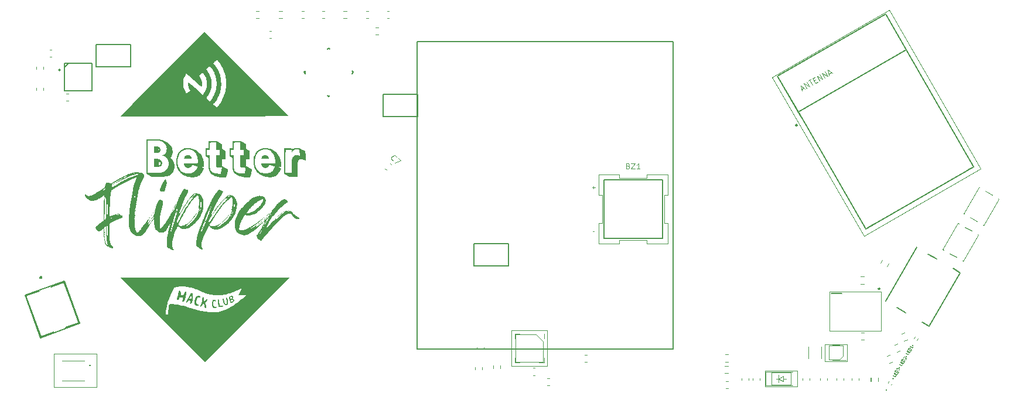
<source format=gbr>
%TF.GenerationSoftware,Flux,Pcbnew,7.0.11-7.0.11~ubuntu20.04.1*%
%TF.CreationDate,2024-08-16T17:16:59+00:00*%
%TF.ProjectId,input,696e7075-742e-46b6-9963-61645f706362,rev?*%
%TF.SameCoordinates,Original*%
%TF.FileFunction,Legend,Top*%
%TF.FilePolarity,Positive*%
%FSLAX46Y46*%
G04 Gerber Fmt 4.6, Leading zero omitted, Abs format (unit mm)*
G04 Filename: betterflipperzero*
G04 Build it with Flux! Visit our site at: https://www.flux.ai (PCBNEW 7.0.11-7.0.11~ubuntu20.04.1) date 2024-08-16 17:16:59*
%MOMM*%
%LPD*%
G01*
G04 APERTURE LIST*
%ADD10C,0.095000*%
%ADD11C,0.060800*%
%ADD12C,0.047500*%
%ADD13C,0.152400*%
%ADD14C,0.120000*%
%ADD15C,0.100000*%
%ADD16C,0.127000*%
%ADD17C,0.050000*%
%ADD18C,0.150000*%
%ADD19C,0.170000*%
%ADD20C,0.200000*%
G04 APERTURE END LIST*
D10*
D11*
X9598752Y7484748D02*
X9988848Y7484748D01*
X9793800Y7289701D02*
X9793800Y7679796D01*
X9720657Y1110367D02*
X9866943Y1110367D01*
X9720657Y1110367D02*
X9866943Y1110367D01*
X9598752Y7484748D02*
X9988848Y7484748D01*
X9793800Y7289701D02*
X9793800Y7679796D01*
D10*
X14769137Y10583892D02*
X14883423Y10545797D01*
X14883423Y10545797D02*
X14921518Y10507701D01*
X14921518Y10507701D02*
X14959614Y10431511D01*
X14959614Y10431511D02*
X14959614Y10317225D01*
X14959614Y10317225D02*
X14921518Y10241035D01*
X14921518Y10241035D02*
X14883423Y10202940D01*
X14883423Y10202940D02*
X14807233Y10164844D01*
X14807233Y10164844D02*
X14502471Y10164844D01*
X14502471Y10164844D02*
X14502471Y10964844D01*
X14502471Y10964844D02*
X14769137Y10964844D01*
X14769137Y10964844D02*
X14845328Y10926749D01*
X14845328Y10926749D02*
X14883423Y10888654D01*
X14883423Y10888654D02*
X14921518Y10812463D01*
X14921518Y10812463D02*
X14921518Y10736273D01*
X14921518Y10736273D02*
X14883423Y10660082D01*
X14883423Y10660082D02*
X14845328Y10621987D01*
X14845328Y10621987D02*
X14769137Y10583892D01*
X14769137Y10583892D02*
X14502471Y10583892D01*
X15226280Y10964844D02*
X15759614Y10964844D01*
X15759614Y10964844D02*
X15226280Y10164844D01*
X15226280Y10164844D02*
X15759614Y10164844D01*
X16483423Y10164844D02*
X16026280Y10164844D01*
X16254852Y10164844D02*
X16254852Y10964844D01*
X16254852Y10964844D02*
X16178661Y10850559D01*
X16178661Y10850559D02*
X16102471Y10774368D01*
X16102471Y10774368D02*
X16026280Y10736273D01*
X-19161744Y11395912D02*
X-19215619Y11395912D01*
X-19215619Y11395912D02*
X-19323368Y11449787D01*
X-19323368Y11449787D02*
X-19377243Y11503662D01*
X-19377243Y11503662D02*
X-19431118Y11611411D01*
X-19431118Y11611411D02*
X-19431118Y11719161D01*
X-19431118Y11719161D02*
X-19404181Y11799973D01*
X-19404181Y11799973D02*
X-19323368Y11934660D01*
X-19323368Y11934660D02*
X-19242556Y12015472D01*
X-19242556Y12015472D02*
X-19107869Y12096285D01*
X-19107869Y12096285D02*
X-19027057Y12123222D01*
X-19027057Y12123222D02*
X-18919307Y12123222D01*
X-18919307Y12123222D02*
X-18811558Y12069347D01*
X-18811558Y12069347D02*
X-18757683Y12015472D01*
X-18757683Y12015472D02*
X-18703808Y11907723D01*
X-18703808Y11907723D02*
X-18703808Y11853848D01*
X-18461372Y11719161D02*
X-18084248Y11342037D01*
X-18084248Y11342037D02*
X-18892370Y11018789D01*
D12*
X55369811Y-16502788D02*
X55274573Y-16667746D01*
X55274573Y-16667746D02*
X54928163Y-16467746D01*
X55255025Y-16282556D02*
X55321692Y-16167086D01*
X55531716Y-16222361D02*
X55436478Y-16387318D01*
X55436478Y-16387318D02*
X55090068Y-16187318D01*
X55090068Y-16187318D02*
X55185306Y-16022361D01*
X55617430Y-16073899D02*
X55271020Y-15873899D01*
X55271020Y-15873899D02*
X55318639Y-15791420D01*
X55318639Y-15791420D02*
X55363706Y-15751457D01*
X55363706Y-15751457D02*
X55415746Y-15737513D01*
X55415746Y-15737513D02*
X55458261Y-15740065D01*
X55458261Y-15740065D02*
X55533767Y-15761665D01*
X55533767Y-15761665D02*
X55583255Y-15790236D01*
X55583255Y-15790236D02*
X55639714Y-15844827D01*
X55639714Y-15844827D02*
X55663181Y-15880370D01*
X55663181Y-15880370D02*
X55677125Y-15932410D01*
X55677125Y-15932410D02*
X55665049Y-15991420D01*
X55665049Y-15991420D02*
X55617430Y-16073899D01*
X55922192Y-15546036D02*
X55807907Y-15743985D01*
X55865049Y-15645010D02*
X55518639Y-15445010D01*
X55518639Y-15445010D02*
X55549079Y-15506573D01*
X55549079Y-15506573D02*
X55563023Y-15558612D01*
X55563023Y-15558612D02*
X55560471Y-15601128D01*
D10*
D12*
X54440911Y-18108388D02*
X54345673Y-18273346D01*
X54345673Y-18273346D02*
X53999263Y-18073346D01*
X54326125Y-17888156D02*
X54392792Y-17772686D01*
X54602816Y-17827961D02*
X54507578Y-17992918D01*
X54507578Y-17992918D02*
X54161168Y-17792918D01*
X54161168Y-17792918D02*
X54256406Y-17627961D01*
X54688530Y-17679499D02*
X54342120Y-17479499D01*
X54342120Y-17479499D02*
X54389739Y-17397020D01*
X54389739Y-17397020D02*
X54434806Y-17357057D01*
X54434806Y-17357057D02*
X54486846Y-17343113D01*
X54486846Y-17343113D02*
X54529361Y-17345665D01*
X54529361Y-17345665D02*
X54604867Y-17367265D01*
X54604867Y-17367265D02*
X54654355Y-17395836D01*
X54654355Y-17395836D02*
X54710814Y-17450427D01*
X54710814Y-17450427D02*
X54734281Y-17485970D01*
X54734281Y-17485970D02*
X54748225Y-17538010D01*
X54748225Y-17538010D02*
X54736149Y-17597020D01*
X54736149Y-17597020D02*
X54688530Y-17679499D01*
X54565588Y-17168632D02*
X54558616Y-17142613D01*
X54558616Y-17142613D02*
X54561168Y-17100097D01*
X54561168Y-17100097D02*
X54608787Y-17017619D01*
X54608787Y-17017619D02*
X54644330Y-16994151D01*
X54644330Y-16994151D02*
X54670350Y-16987179D01*
X54670350Y-16987179D02*
X54712865Y-16989731D01*
X54712865Y-16989731D02*
X54745856Y-17008779D01*
X54745856Y-17008779D02*
X54785820Y-17053846D01*
X54785820Y-17053846D02*
X54869483Y-17366080D01*
X54869483Y-17366080D02*
X54993292Y-17151636D01*
D10*
D12*
X53464111Y-19713888D02*
X53368873Y-19878846D01*
X53368873Y-19878846D02*
X53022463Y-19678846D01*
X53349325Y-19493656D02*
X53415992Y-19378186D01*
X53626016Y-19433461D02*
X53530778Y-19598418D01*
X53530778Y-19598418D02*
X53184368Y-19398418D01*
X53184368Y-19398418D02*
X53279606Y-19233461D01*
X53711730Y-19284999D02*
X53365320Y-19084999D01*
X53365320Y-19084999D02*
X53412939Y-19002520D01*
X53412939Y-19002520D02*
X53458006Y-18962557D01*
X53458006Y-18962557D02*
X53510046Y-18948613D01*
X53510046Y-18948613D02*
X53552561Y-18951165D01*
X53552561Y-18951165D02*
X53628067Y-18972765D01*
X53628067Y-18972765D02*
X53677555Y-19001336D01*
X53677555Y-19001336D02*
X53734014Y-19055927D01*
X53734014Y-19055927D02*
X53757481Y-19091470D01*
X53757481Y-19091470D02*
X53771425Y-19143510D01*
X53771425Y-19143510D02*
X53759349Y-19202520D01*
X53759349Y-19202520D02*
X53711730Y-19284999D01*
X53546273Y-18771580D02*
X53670082Y-18557136D01*
X53670082Y-18557136D02*
X53735381Y-18748797D01*
X53735381Y-18748797D02*
X53763953Y-18699309D01*
X53763953Y-18699309D02*
X53799496Y-18675842D01*
X53799496Y-18675842D02*
X53825516Y-18668870D01*
X53825516Y-18668870D02*
X53868031Y-18671422D01*
X53868031Y-18671422D02*
X53950509Y-18719041D01*
X53950509Y-18719041D02*
X53973977Y-18754584D01*
X53973977Y-18754584D02*
X53980949Y-18780604D01*
X53980949Y-18780604D02*
X53978397Y-18823119D01*
X53978397Y-18823119D02*
X53921254Y-18922093D01*
X53921254Y-18922093D02*
X53885711Y-18945561D01*
X53885711Y-18945561D02*
X53859691Y-18952533D01*
D10*
X39861122Y21663774D02*
X40191036Y21854251D01*
X39909425Y21427731D02*
X39740365Y22253884D01*
X39740365Y22253884D02*
X40371305Y21694397D01*
X40602245Y21827730D02*
X40202245Y22520551D01*
X40202245Y22520551D02*
X40998142Y22056302D01*
X40998142Y22056302D02*
X40598142Y22749122D01*
X40829082Y22882455D02*
X41224979Y23111027D01*
X41427031Y22303921D02*
X41027031Y22996741D01*
X41646396Y22914446D02*
X41877336Y23047779D01*
X42185834Y22742016D02*
X41855920Y22551540D01*
X41855920Y22551540D02*
X41455920Y23244360D01*
X41455920Y23244360D02*
X41785834Y23434836D01*
X42482758Y22913445D02*
X42082758Y23606265D01*
X42082758Y23606265D02*
X42878655Y23142016D01*
X42878655Y23142016D02*
X42478655Y23834837D01*
X43208569Y23332492D02*
X42808569Y24025313D01*
X42808569Y24025313D02*
X43604466Y23561064D01*
X43604466Y23561064D02*
X43204466Y24253884D01*
X43787104Y23930441D02*
X44117018Y24120917D01*
X43835406Y23694397D02*
X43666346Y24520551D01*
X43666346Y24520551D02*
X44297287Y23961064D01*
%TO.C,*%
G36*
X-40321003Y23882061D02*
G01*
X-34216681Y17777761D01*
X-41140034Y17761414D01*
X-42125433Y17758640D01*
X-43166454Y17756150D01*
X-44248229Y17753934D01*
X-45355891Y17751986D01*
X-46474572Y17750298D01*
X-47589405Y17748860D01*
X-48685521Y17747666D01*
X-49748053Y17746706D01*
X-50762134Y17745974D01*
X-51712896Y17745460D01*
X-52585471Y17745158D01*
X-53364991Y17745058D01*
X-58664261Y17747381D01*
X-56879152Y19532497D01*
X-45165243Y19532497D01*
X-44997234Y19364489D01*
X-44973321Y19340863D01*
X-44948469Y19316848D01*
X-44923001Y19292736D01*
X-44897241Y19268818D01*
X-44871513Y19245386D01*
X-44846142Y19222732D01*
X-44821452Y19201148D01*
X-44797766Y19180925D01*
X-44775409Y19162354D01*
X-44754705Y19145728D01*
X-44735978Y19131339D01*
X-44719552Y19119477D01*
X-44616880Y19044807D01*
X-44479207Y19215149D01*
X-44349969Y19380850D01*
X-44226233Y19555261D01*
X-44108444Y19737369D01*
X-43997048Y19926162D01*
X-43892490Y20120626D01*
X-43795216Y20319748D01*
X-43705671Y20522517D01*
X-43624302Y20727919D01*
X-43551553Y20934942D01*
X-43487871Y21142572D01*
X-43433701Y21349797D01*
X-43389489Y21555604D01*
X-43373560Y21658908D01*
X-43359673Y21778837D01*
X-43347925Y21912185D01*
X-43338413Y22055741D01*
X-43331235Y22206297D01*
X-43326487Y22360645D01*
X-43324268Y22515577D01*
X-43324673Y22667883D01*
X-43327801Y22814356D01*
X-43333748Y22951786D01*
X-43342612Y23076966D01*
X-43354490Y23186687D01*
X-43390747Y23415945D01*
X-43438614Y23645761D01*
X-43497744Y23875238D01*
X-43567787Y24103474D01*
X-43648395Y24329572D01*
X-43739221Y24552631D01*
X-43839915Y24771753D01*
X-43950129Y24986037D01*
X-44069515Y25194585D01*
X-44197724Y25396497D01*
X-44334408Y25590874D01*
X-44479219Y25776817D01*
X-44616893Y25947159D01*
X-44742899Y25853821D01*
X-44760925Y25839286D01*
X-44780937Y25822719D01*
X-44802585Y25804417D01*
X-44825521Y25784681D01*
X-44849397Y25763811D01*
X-44873864Y25742106D01*
X-44898575Y25719867D01*
X-44923180Y25697393D01*
X-44947331Y25674983D01*
X-44970681Y25652938D01*
X-44992879Y25631557D01*
X-45013579Y25611141D01*
X-45158253Y25466467D01*
X-45001911Y25277457D01*
X-44913991Y25166421D01*
X-44826880Y25045452D01*
X-44741293Y24915992D01*
X-44657942Y24779482D01*
X-44577541Y24637366D01*
X-44500801Y24491085D01*
X-44428437Y24342082D01*
X-44361161Y24191798D01*
X-44299686Y24041677D01*
X-44244725Y23893160D01*
X-44196992Y23747689D01*
X-44157199Y23606707D01*
X-44133994Y23506922D01*
X-44112344Y23396848D01*
X-44092445Y23278638D01*
X-44074490Y23154450D01*
X-44058674Y23026436D01*
X-44045192Y22896754D01*
X-44034237Y22767558D01*
X-44026005Y22641004D01*
X-44020690Y22519246D01*
X-44018486Y22404439D01*
X-44019587Y22298740D01*
X-44024189Y22204302D01*
X-44031983Y22114875D01*
X-44042403Y22021105D01*
X-44055253Y21923996D01*
X-44070339Y21824555D01*
X-44087467Y21723784D01*
X-44106442Y21622689D01*
X-44127071Y21522275D01*
X-44149157Y21423546D01*
X-44172508Y21327507D01*
X-44196928Y21235163D01*
X-44222223Y21147518D01*
X-44248199Y21065577D01*
X-44292160Y20944790D01*
X-44344961Y20816233D01*
X-44405232Y20682344D01*
X-44471604Y20545563D01*
X-44542708Y20408328D01*
X-44617174Y20273078D01*
X-44693634Y20142252D01*
X-44770717Y20018288D01*
X-44847055Y19903626D01*
X-44921278Y19800704D01*
X-44992018Y19711961D01*
X-45057904Y19639836D01*
X-45165243Y19532497D01*
X-56879152Y19532497D01*
X-53855321Y22556340D01*
X-49517921Y22556340D01*
X-49512178Y22365592D01*
X-49492579Y22175088D01*
X-49459232Y21986504D01*
X-49412239Y21801517D01*
X-49351708Y21621805D01*
X-49277744Y21449044D01*
X-49190451Y21284913D01*
X-49174730Y21258016D01*
X-49159187Y21232302D01*
X-49144001Y21207982D01*
X-49129349Y21185266D01*
X-49115410Y21164365D01*
X-49102363Y21145489D01*
X-49090385Y21128850D01*
X-49079655Y21114657D01*
X-49070351Y21103122D01*
X-49062651Y21094456D01*
X-49056734Y21088868D01*
X-49052777Y21086569D01*
X-49047443Y21089200D01*
X-49037523Y21095752D01*
X-49023390Y21105966D01*
X-49005417Y21119584D01*
X-48983975Y21136345D01*
X-48959439Y21155990D01*
X-48932180Y21178260D01*
X-48902572Y21202897D01*
X-48870987Y21229640D01*
X-48837797Y21258230D01*
X-48803376Y21288408D01*
X-48768096Y21319915D01*
X-48502083Y21548594D01*
X-48576754Y21655933D01*
X-48606700Y21703858D01*
X-48635674Y21758345D01*
X-48663384Y21818472D01*
X-48689538Y21883314D01*
X-48713845Y21951949D01*
X-48736013Y22023451D01*
X-48755750Y22096898D01*
X-48772765Y22171366D01*
X-48786766Y22245931D01*
X-48797461Y22319670D01*
X-48804558Y22391659D01*
X-48807767Y22460973D01*
X-48808646Y22495345D01*
X-48808966Y22528265D01*
X-48808752Y22559452D01*
X-48808027Y22588622D01*
X-48806815Y22615490D01*
X-48805142Y22639774D01*
X-48803032Y22661190D01*
X-48800508Y22679454D01*
X-48797595Y22694282D01*
X-48794318Y22705392D01*
X-48790700Y22712499D01*
X-48786766Y22715320D01*
X-48746039Y22683294D01*
X-48642179Y22595234D01*
X-48486917Y22461411D01*
X-48291987Y22292102D01*
X-48069121Y22097577D01*
X-47830049Y21888113D01*
X-47586506Y21673981D01*
X-47350222Y21465456D01*
X-47132929Y21272812D01*
X-46946361Y21106321D01*
X-46802248Y20976259D01*
X-46712324Y20892897D01*
X-46707363Y20889108D01*
X-46701802Y20887085D01*
X-46695625Y20886845D01*
X-46688817Y20888403D01*
X-46681360Y20891776D01*
X-46673239Y20896981D01*
X-46664437Y20904033D01*
X-46654938Y20912948D01*
X-46644727Y20923743D01*
X-46633786Y20936434D01*
X-46622100Y20951037D01*
X-46609652Y20967568D01*
X-46512200Y21105049D01*
X-46424089Y21245454D01*
X-46345426Y21388501D01*
X-46276315Y21533906D01*
X-46216862Y21681385D01*
X-46167173Y21830654D01*
X-46127352Y21981431D01*
X-46097505Y22133431D01*
X-46077737Y22286371D01*
X-46068154Y22439967D01*
X-46068860Y22593935D01*
X-46079962Y22747993D01*
X-46095645Y22861336D01*
X-46118896Y22978616D01*
X-46149018Y23098230D01*
X-46185314Y23218572D01*
X-46227086Y23338040D01*
X-46273640Y23455029D01*
X-46324276Y23567934D01*
X-46378300Y23675151D01*
X-46435013Y23775076D01*
X-46493719Y23866105D01*
X-46553722Y23946633D01*
X-46614325Y24015057D01*
X-46700663Y24101394D01*
X-46952675Y23882049D01*
X-46986553Y23852635D01*
X-47019135Y23824080D01*
X-47050097Y23796659D01*
X-47079113Y23770648D01*
X-47105862Y23746323D01*
X-47130017Y23723958D01*
X-47151256Y23703829D01*
X-47169254Y23686212D01*
X-47183686Y23671382D01*
X-47194230Y23659615D01*
X-47200561Y23651186D01*
X-47202354Y23646370D01*
X-47201163Y23642187D01*
X-47197687Y23634487D01*
X-47192072Y23623546D01*
X-47184464Y23609640D01*
X-47175009Y23593044D01*
X-47163852Y23574033D01*
X-47151139Y23552884D01*
X-47137017Y23529870D01*
X-47121631Y23505269D01*
X-47105127Y23479356D01*
X-47087650Y23452405D01*
X-47069347Y23424692D01*
X-47023955Y23351540D01*
X-46982339Y23275827D01*
X-46944580Y23197910D01*
X-46910758Y23118146D01*
X-46880955Y23036891D01*
X-46855252Y22954502D01*
X-46833729Y22871335D01*
X-46816469Y22787747D01*
X-46803551Y22704094D01*
X-46795057Y22620732D01*
X-46791067Y22538019D01*
X-46791664Y22456310D01*
X-46793651Y22419198D01*
X-46796083Y22381672D01*
X-46798920Y22344195D01*
X-46802121Y22307228D01*
X-46805647Y22271234D01*
X-46809456Y22236674D01*
X-46813509Y22204010D01*
X-46817764Y22173703D01*
X-46822181Y22146216D01*
X-46826719Y22122011D01*
X-46831339Y22101548D01*
X-46835999Y22085291D01*
X-46843541Y22061739D01*
X-46850054Y22042328D01*
X-46855870Y22026918D01*
X-46861321Y22015374D01*
X-46866740Y22007557D01*
X-46872459Y22003329D01*
X-46878810Y22002552D01*
X-46886125Y22005089D01*
X-46894736Y22010803D01*
X-46904976Y22019555D01*
X-46917177Y22031207D01*
X-46931671Y22045622D01*
X-46984326Y22093864D01*
X-47106150Y22203465D01*
X-47283184Y22361987D01*
X-47501466Y22556993D01*
X-47747037Y22776047D01*
X-48005936Y23006711D01*
X-48264202Y23236549D01*
X-48507877Y23453123D01*
X-48722999Y23643997D01*
X-48895609Y23796734D01*
X-49011746Y23898897D01*
X-49057449Y23938048D01*
X-49064784Y23935942D01*
X-49077046Y23923335D01*
X-49093618Y23901296D01*
X-49113884Y23870897D01*
X-49137229Y23833205D01*
X-49163038Y23789290D01*
X-49190693Y23740223D01*
X-49219580Y23687072D01*
X-49249083Y23630907D01*
X-49278586Y23572798D01*
X-49307474Y23513813D01*
X-49335129Y23455023D01*
X-49400240Y23288218D01*
X-49450969Y23113269D01*
X-49487422Y22931856D01*
X-49509705Y22745653D01*
X-49517921Y22556340D01*
X-53855321Y22556340D01*
X-52543627Y23868038D01*
X-51855541Y24556127D01*
X-46170678Y24556127D01*
X-46169448Y24536510D01*
X-46162587Y24516058D01*
X-46150151Y24494181D01*
X-46132198Y24470286D01*
X-46108783Y24443782D01*
X-46079965Y24414078D01*
X-46070323Y24403775D01*
X-46059029Y24390571D01*
X-46046276Y24374774D01*
X-46032259Y24356692D01*
X-46017172Y24336634D01*
X-46001211Y24314906D01*
X-45984569Y24291818D01*
X-45967440Y24267676D01*
X-45950020Y24242788D01*
X-45932503Y24217463D01*
X-45915083Y24192009D01*
X-45897955Y24166732D01*
X-45777906Y23963906D01*
X-45674548Y23750903D01*
X-45588042Y23529409D01*
X-45518551Y23301109D01*
X-45466237Y23067688D01*
X-45431262Y22830832D01*
X-45413788Y22592226D01*
X-45413976Y22353554D01*
X-45431990Y22116504D01*
X-45467991Y21882759D01*
X-45522140Y21654005D01*
X-45594601Y21431927D01*
X-45622909Y21362051D01*
X-45656945Y21285557D01*
X-45695632Y21204379D01*
X-45737892Y21120454D01*
X-45782647Y21035719D01*
X-45828821Y20952110D01*
X-45875334Y20871564D01*
X-45921111Y20796017D01*
X-45965072Y20727406D01*
X-46006141Y20667666D01*
X-46043240Y20618735D01*
X-46075291Y20582549D01*
X-46105593Y20551569D01*
X-46129673Y20524299D01*
X-46147044Y20499493D01*
X-46157221Y20475902D01*
X-46159716Y20452278D01*
X-46154045Y20427375D01*
X-46139720Y20399943D01*
X-46116256Y20368736D01*
X-46083166Y20332505D01*
X-46039964Y20290004D01*
X-45986165Y20239983D01*
X-45921282Y20181196D01*
X-45666936Y19954851D01*
X-45526929Y20122860D01*
X-45447494Y20225289D01*
X-45370393Y20333843D01*
X-45295918Y20447940D01*
X-45224359Y20566994D01*
X-45156008Y20690424D01*
X-45091158Y20817646D01*
X-45030099Y20948077D01*
X-44973124Y21081132D01*
X-44920525Y21216230D01*
X-44872592Y21352785D01*
X-44829618Y21490216D01*
X-44791894Y21627938D01*
X-44767890Y21733711D01*
X-44747256Y21849141D01*
X-44730058Y21972414D01*
X-44716360Y22101716D01*
X-44706227Y22235230D01*
X-44699724Y22371143D01*
X-44696915Y22507639D01*
X-44697866Y22642904D01*
X-44702642Y22775122D01*
X-44711306Y22902479D01*
X-44723924Y23023159D01*
X-44740561Y23135349D01*
X-44770249Y23283322D01*
X-44808696Y23435726D01*
X-44855229Y23591064D01*
X-44909175Y23747836D01*
X-44969863Y23904543D01*
X-45036619Y24059687D01*
X-45108772Y24211768D01*
X-45185647Y24359287D01*
X-45266575Y24500745D01*
X-45350880Y24634645D01*
X-45437892Y24759486D01*
X-45526937Y24873769D01*
X-45671612Y25046444D01*
X-45797618Y24920438D01*
X-45816038Y24902301D01*
X-45836088Y24883070D01*
X-45857449Y24863013D01*
X-45879807Y24842397D01*
X-45902846Y24821489D01*
X-45926249Y24800556D01*
X-45949701Y24779867D01*
X-45972886Y24759688D01*
X-45995487Y24740288D01*
X-46017189Y24721932D01*
X-46037676Y24704889D01*
X-46056631Y24689425D01*
X-46090378Y24662395D01*
X-46118154Y24638079D01*
X-46140015Y24615885D01*
X-46156018Y24595223D01*
X-46166220Y24575501D01*
X-46170678Y24556127D01*
X-51855541Y24556127D01*
X-46425326Y29986362D01*
X-40321003Y23882061D01*
G37*
G36*
X-56165465Y9700173D02*
G01*
X-56093147Y9694715D01*
X-56030016Y9685416D01*
X-55977938Y9672196D01*
X-55938774Y9654974D01*
X-55927405Y9648804D01*
X-55913354Y9643144D01*
X-55896954Y9638020D01*
X-55878536Y9633454D01*
X-55858433Y9629472D01*
X-55836977Y9626097D01*
X-55814500Y9623355D01*
X-55791334Y9621268D01*
X-55767812Y9619863D01*
X-55744266Y9619162D01*
X-55721027Y9619190D01*
X-55698428Y9619972D01*
X-55669576Y9622254D01*
X-55642426Y9623257D01*
X-55616830Y9622962D01*
X-55592645Y9621355D01*
X-55569724Y9618420D01*
X-55547921Y9614139D01*
X-55527090Y9608497D01*
X-55507085Y9601478D01*
X-55487761Y9593065D01*
X-55468972Y9583242D01*
X-55450572Y9571994D01*
X-55432415Y9559303D01*
X-55417474Y9549118D01*
X-55401950Y9538496D01*
X-55386037Y9527583D01*
X-55369930Y9516523D01*
X-55353823Y9505464D01*
X-55337910Y9494550D01*
X-55322386Y9483928D01*
X-55307445Y9473743D01*
X-55293282Y9464142D01*
X-55280092Y9455270D01*
X-55268068Y9447273D01*
X-55257406Y9440297D01*
X-55245004Y9432662D01*
X-55233444Y9423747D01*
X-55222695Y9413536D01*
X-55212724Y9402011D01*
X-55203498Y9389159D01*
X-55194986Y9374961D01*
X-55187153Y9359402D01*
X-55179969Y9342465D01*
X-55173401Y9324135D01*
X-55167416Y9304395D01*
X-55161982Y9283230D01*
X-55157067Y9260622D01*
X-55152142Y9232487D01*
X-55149170Y9205883D01*
X-55148353Y9180008D01*
X-55149893Y9154061D01*
X-55153994Y9127238D01*
X-55160858Y9098738D01*
X-55170688Y9067759D01*
X-55183685Y9033499D01*
X-55200053Y8995155D01*
X-55219994Y8951925D01*
X-55243710Y8903008D01*
X-55271405Y8847600D01*
X-55291445Y8808261D01*
X-55311743Y8767593D01*
X-55332075Y8726115D01*
X-55352211Y8684345D01*
X-55371927Y8642802D01*
X-55390994Y8602004D01*
X-55409186Y8562471D01*
X-55426277Y8524719D01*
X-55442038Y8489269D01*
X-55456244Y8456639D01*
X-55468668Y8427346D01*
X-55479082Y8401911D01*
X-55488290Y8378348D01*
X-55498300Y8353416D01*
X-55508942Y8327495D01*
X-55520046Y8300967D01*
X-55531442Y8274212D01*
X-55542960Y8247611D01*
X-55554428Y8221545D01*
X-55565678Y8196394D01*
X-55576539Y8172539D01*
X-55586841Y8150362D01*
X-55596414Y8130243D01*
X-55605087Y8112562D01*
X-55637980Y8037095D01*
X-55678245Y7928263D01*
X-55724020Y7792660D01*
X-55773441Y7636883D01*
X-55824644Y7467527D01*
X-55875766Y7291186D01*
X-55924944Y7114457D01*
X-55970314Y6943934D01*
X-56010012Y6786213D01*
X-56042175Y6647888D01*
X-56064939Y6535555D01*
X-56076442Y6455810D01*
X-56079884Y6413204D01*
X-56084339Y6370672D01*
X-56089750Y6328382D01*
X-56096060Y6286505D01*
X-56103213Y6245212D01*
X-56111151Y6204672D01*
X-56119819Y6165056D01*
X-56129160Y6126534D01*
X-56139116Y6089276D01*
X-56149632Y6053452D01*
X-56160649Y6019232D01*
X-56172113Y5986786D01*
X-56186156Y5947309D01*
X-56197932Y5906455D01*
X-56207406Y5865082D01*
X-56214546Y5824049D01*
X-56219321Y5784216D01*
X-56221698Y5746440D01*
X-56221644Y5711582D01*
X-56219127Y5680499D01*
X-56214114Y5654050D01*
X-56206574Y5633095D01*
X-56196473Y5618492D01*
X-56183779Y5611100D01*
X-56177408Y5609790D01*
X-56172285Y5608205D01*
X-56168393Y5606360D01*
X-56165716Y5604273D01*
X-56164239Y5601958D01*
X-56163945Y5599433D01*
X-56164817Y5596713D01*
X-56166840Y5593815D01*
X-56169997Y5590755D01*
X-56174272Y5587550D01*
X-56179650Y5584214D01*
X-56186112Y5580765D01*
X-56203955Y5565659D01*
X-56222097Y5538277D01*
X-56239964Y5501027D01*
X-56256980Y5456314D01*
X-56272570Y5406546D01*
X-56286159Y5354129D01*
X-56297171Y5301468D01*
X-56305032Y5250970D01*
X-56309165Y5205043D01*
X-56308996Y5166091D01*
X-56303950Y5136522D01*
X-56293450Y5118742D01*
X-56287570Y5112469D01*
X-56282766Y5106480D01*
X-56279049Y5100767D01*
X-56276425Y5095321D01*
X-56274903Y5090134D01*
X-56274491Y5085198D01*
X-56275197Y5080506D01*
X-56277030Y5076048D01*
X-56279997Y5071817D01*
X-56284106Y5067805D01*
X-56289365Y5064004D01*
X-56295784Y5060405D01*
X-56301759Y5057252D01*
X-56306835Y5053653D01*
X-56310988Y5049649D01*
X-56314192Y5045281D01*
X-56316424Y5040588D01*
X-56317660Y5035612D01*
X-56317875Y5030393D01*
X-56317044Y5024971D01*
X-56315144Y5019387D01*
X-56312150Y5013682D01*
X-56308038Y5007896D01*
X-56302784Y5002069D01*
X-56295982Y4994959D01*
X-56290760Y4988749D01*
X-56287143Y4983365D01*
X-56285153Y4978734D01*
X-56284817Y4974785D01*
X-56286158Y4971442D01*
X-56289201Y4968635D01*
X-56293969Y4966289D01*
X-56300487Y4964333D01*
X-56308780Y4962692D01*
X-56318871Y4961294D01*
X-56330785Y4960067D01*
X-56342806Y4958419D01*
X-56353256Y4955637D01*
X-56362214Y4951462D01*
X-56369763Y4945634D01*
X-56375982Y4937893D01*
X-56380955Y4927982D01*
X-56384760Y4915639D01*
X-56387480Y4900607D01*
X-56389194Y4882625D01*
X-56389986Y4861435D01*
X-56389934Y4836777D01*
X-56389121Y4808392D01*
X-56387763Y4788593D01*
X-56386032Y4769004D01*
X-56383944Y4749837D01*
X-56381516Y4731302D01*
X-56378764Y4713609D01*
X-56375704Y4696970D01*
X-56372352Y4681594D01*
X-56368725Y4667694D01*
X-56364839Y4655478D01*
X-56360709Y4645159D01*
X-56356353Y4636946D01*
X-56351786Y4631050D01*
X-56347700Y4626008D01*
X-56344764Y4620268D01*
X-56342962Y4613914D01*
X-56342279Y4607024D01*
X-56342698Y4599681D01*
X-56344202Y4591965D01*
X-56346776Y4583957D01*
X-56350403Y4575738D01*
X-56355067Y4567390D01*
X-56360752Y4558994D01*
X-56367442Y4550629D01*
X-56375120Y4542379D01*
X-56382690Y4533952D01*
X-56390180Y4523970D01*
X-56397507Y4512627D01*
X-56404591Y4500117D01*
X-56411351Y4486635D01*
X-56417706Y4472375D01*
X-56423574Y4457532D01*
X-56428876Y4442299D01*
X-56433529Y4426873D01*
X-56437453Y4411446D01*
X-56440567Y4396214D01*
X-56442790Y4381370D01*
X-56444728Y4366812D01*
X-56447014Y4352407D01*
X-56449608Y4338311D01*
X-56452469Y4324676D01*
X-56455558Y4311657D01*
X-56458832Y4299408D01*
X-56462253Y4288082D01*
X-56465779Y4277834D01*
X-56469369Y4268818D01*
X-56472984Y4261187D01*
X-56476583Y4255095D01*
X-56480125Y4250697D01*
X-56483379Y4247059D01*
X-56486132Y4243178D01*
X-56488365Y4239103D01*
X-56490064Y4234881D01*
X-56491212Y4230563D01*
X-56491792Y4226196D01*
X-56491790Y4221829D01*
X-56491187Y4217510D01*
X-56489969Y4213289D01*
X-56488119Y4209213D01*
X-56485621Y4205332D01*
X-56482458Y4201694D01*
X-56479312Y4199021D01*
X-56475761Y4196833D01*
X-56471885Y4195132D01*
X-56467766Y4193916D01*
X-56463486Y4193187D01*
X-56459124Y4192944D01*
X-56454762Y4193187D01*
X-56450481Y4193916D01*
X-56446363Y4195132D01*
X-56442487Y4196833D01*
X-56438936Y4199021D01*
X-56435789Y4201695D01*
X-56426319Y4209841D01*
X-56417781Y4214561D01*
X-56410231Y4216023D01*
X-56403726Y4214399D01*
X-56398323Y4209858D01*
X-56394079Y4202570D01*
X-56391050Y4192705D01*
X-56389293Y4180434D01*
X-56388865Y4165927D01*
X-56389822Y4149354D01*
X-56392222Y4130885D01*
X-56396121Y4110690D01*
X-56398497Y4099660D01*
X-56400939Y4089927D01*
X-56403412Y4081522D01*
X-56405886Y4074478D01*
X-56408328Y4068828D01*
X-56410704Y4064604D01*
X-56412984Y4061839D01*
X-56415134Y4060564D01*
X-56417121Y4060812D01*
X-56418915Y4062616D01*
X-56420481Y4066009D01*
X-56421788Y4071021D01*
X-56423821Y4075881D01*
X-56426380Y4079955D01*
X-56429409Y4083235D01*
X-56432851Y4085713D01*
X-56436649Y4087381D01*
X-56440748Y4088230D01*
X-56445089Y4088253D01*
X-56449617Y4087442D01*
X-56454274Y4085788D01*
X-56459005Y4083283D01*
X-56463751Y4079919D01*
X-56468457Y4075688D01*
X-56472923Y4069699D01*
X-56476959Y4061223D01*
X-56480526Y4050494D01*
X-56483582Y4037748D01*
X-56486087Y4023219D01*
X-56488000Y4007143D01*
X-56489281Y3989754D01*
X-56489890Y3971288D01*
X-56489786Y3951979D01*
X-56488929Y3932062D01*
X-56487277Y3911772D01*
X-56484791Y3891345D01*
X-56482748Y3870883D01*
X-56481280Y3849376D01*
X-56480379Y3827139D01*
X-56480038Y3804489D01*
X-56480247Y3781742D01*
X-56480999Y3759214D01*
X-56482286Y3737220D01*
X-56484100Y3716077D01*
X-56486432Y3696101D01*
X-56489274Y3677607D01*
X-56492619Y3660913D01*
X-56496458Y3646333D01*
X-56500594Y3632212D01*
X-56503685Y3617953D01*
X-56505755Y3603711D01*
X-56506829Y3589638D01*
X-56506930Y3575890D01*
X-56506083Y3562620D01*
X-56504313Y3549982D01*
X-56501643Y3538130D01*
X-56498099Y3527217D01*
X-56493703Y3517399D01*
X-56488481Y3508828D01*
X-56482457Y3501659D01*
X-56476480Y3494820D01*
X-56471395Y3487204D01*
X-56467217Y3478908D01*
X-56463962Y3470027D01*
X-56461648Y3460661D01*
X-56460289Y3450906D01*
X-56459903Y3440859D01*
X-56460505Y3430618D01*
X-56462112Y3420280D01*
X-56464740Y3409941D01*
X-56468405Y3399700D01*
X-56473123Y3389653D01*
X-56489356Y3356586D01*
X-56503037Y3323074D01*
X-56514141Y3289643D01*
X-56522644Y3256819D01*
X-56528522Y3225130D01*
X-56531751Y3195101D01*
X-56532306Y3167261D01*
X-56530163Y3142134D01*
X-56525297Y3120249D01*
X-56517685Y3102131D01*
X-56507302Y3088307D01*
X-56494124Y3079304D01*
X-56483477Y3074875D01*
X-56474873Y3070899D01*
X-56468310Y3067345D01*
X-56463789Y3064180D01*
X-56461309Y3061371D01*
X-56460872Y3058886D01*
X-56462476Y3056693D01*
X-56466122Y3054759D01*
X-56471810Y3053053D01*
X-56479539Y3051540D01*
X-56489311Y3050190D01*
X-56501124Y3048969D01*
X-56512170Y3047443D01*
X-56522017Y3045123D01*
X-56530730Y3041896D01*
X-56538373Y3037647D01*
X-56545011Y3032265D01*
X-56550710Y3025634D01*
X-56555533Y3017643D01*
X-56559547Y3008177D01*
X-56562814Y2997122D01*
X-56565402Y2984367D01*
X-56567373Y2969796D01*
X-56568794Y2953297D01*
X-56569623Y2941606D01*
X-56569788Y2929963D01*
X-56569304Y2918514D01*
X-56568189Y2907406D01*
X-56566458Y2896784D01*
X-56564127Y2886794D01*
X-56561213Y2877582D01*
X-56557731Y2869293D01*
X-56553699Y2862074D01*
X-56549132Y2856070D01*
X-56544047Y2851428D01*
X-56538459Y2848292D01*
X-56533743Y2845043D01*
X-56530097Y2841162D01*
X-56527521Y2836698D01*
X-56526014Y2831699D01*
X-56525576Y2826213D01*
X-56526208Y2820291D01*
X-56527910Y2813979D01*
X-56530681Y2807327D01*
X-56534521Y2800383D01*
X-56539431Y2793197D01*
X-56545410Y2785815D01*
X-56552459Y2778288D01*
X-56560485Y2769780D01*
X-56567076Y2761749D01*
X-56572257Y2754188D01*
X-56576053Y2747089D01*
X-56578488Y2740444D01*
X-56579586Y2734244D01*
X-56579371Y2728482D01*
X-56577868Y2723150D01*
X-56575101Y2718238D01*
X-56571094Y2713740D01*
X-56565873Y2709647D01*
X-56559460Y2705951D01*
X-56552409Y2702606D01*
X-56546420Y2698443D01*
X-56541485Y2693518D01*
X-56537594Y2687889D01*
X-56534741Y2681611D01*
X-56532917Y2674741D01*
X-56532113Y2667337D01*
X-56532322Y2659455D01*
X-56533536Y2651152D01*
X-56535747Y2642484D01*
X-56538946Y2633508D01*
X-56543125Y2624281D01*
X-56546235Y2615842D01*
X-56548559Y2606942D01*
X-56550089Y2597701D01*
X-56550817Y2588242D01*
X-56550735Y2578685D01*
X-56549834Y2569153D01*
X-56548107Y2559766D01*
X-56545545Y2550647D01*
X-56542141Y2541917D01*
X-56537886Y2533697D01*
X-56532772Y2526109D01*
X-56526791Y2519275D01*
X-56520813Y2512344D01*
X-56515718Y2504464D01*
X-56511514Y2495758D01*
X-56508210Y2486348D01*
X-56505813Y2476353D01*
X-56504331Y2465897D01*
X-56503774Y2455101D01*
X-56504148Y2444086D01*
X-56505462Y2432974D01*
X-56507723Y2421886D01*
X-56510941Y2410944D01*
X-56515123Y2400269D01*
X-56519403Y2388457D01*
X-56522912Y2374223D01*
X-56525660Y2357866D01*
X-56527655Y2339686D01*
X-56528904Y2319982D01*
X-56529416Y2299056D01*
X-56529198Y2277205D01*
X-56528260Y2254731D01*
X-56526608Y2231932D01*
X-56524252Y2209110D01*
X-56521198Y2186562D01*
X-56517456Y2164590D01*
X-56513615Y2141357D01*
X-56510251Y2117370D01*
X-56507357Y2092946D01*
X-56504925Y2068400D01*
X-56502946Y2044049D01*
X-56501414Y2020208D01*
X-56500319Y1997194D01*
X-56499653Y1975322D01*
X-56499408Y1954908D01*
X-56499577Y1936269D01*
X-56500151Y1919720D01*
X-56501122Y1905577D01*
X-56502041Y1868640D01*
X-56497200Y1815037D01*
X-56487449Y1748324D01*
X-56473638Y1672059D01*
X-56456620Y1589798D01*
X-56437243Y1505099D01*
X-56416359Y1421517D01*
X-56394819Y1342610D01*
X-56373474Y1271936D01*
X-56353173Y1213050D01*
X-56334769Y1169510D01*
X-56319111Y1144872D01*
X-56313965Y1139250D01*
X-56309053Y1132956D01*
X-56304418Y1126095D01*
X-56300098Y1118772D01*
X-56296134Y1111092D01*
X-56292568Y1103162D01*
X-56289439Y1095085D01*
X-56286788Y1086968D01*
X-56284656Y1078916D01*
X-56283083Y1071034D01*
X-56282109Y1063427D01*
X-56281776Y1056201D01*
X-56281109Y1047856D01*
X-56279161Y1039219D01*
X-56276015Y1030387D01*
X-56271750Y1021458D01*
X-56266449Y1012530D01*
X-56260191Y1003698D01*
X-56253058Y995061D01*
X-56245132Y986716D01*
X-56236492Y978760D01*
X-56227220Y971289D01*
X-56217398Y964402D01*
X-56207105Y958196D01*
X-56190633Y948752D01*
X-56175863Y941560D01*
X-56162259Y936831D01*
X-56149287Y934775D01*
X-56136413Y935604D01*
X-56123101Y939529D01*
X-56108816Y946759D01*
X-56093025Y957505D01*
X-56075192Y971978D01*
X-56054783Y990389D01*
X-56031262Y1012949D01*
X-56004095Y1039867D01*
X-55981916Y1063758D01*
X-55950923Y1099738D01*
X-55911924Y1146769D01*
X-55865730Y1203814D01*
X-55813152Y1269837D01*
X-55754999Y1343800D01*
X-55692083Y1424666D01*
X-55625212Y1511398D01*
X-55555198Y1602959D01*
X-55482850Y1698312D01*
X-55408979Y1796420D01*
X-55334396Y1896246D01*
X-55126723Y2175992D01*
X-54938520Y2428846D01*
X-54769228Y2655530D01*
X-54618287Y2856765D01*
X-54485139Y3033272D01*
X-54369224Y3185771D01*
X-54269983Y3314985D01*
X-54186858Y3421634D01*
X-54119290Y3506439D01*
X-54066718Y3570122D01*
X-54028585Y3613403D01*
X-54004331Y3637003D01*
X-53997914Y3640423D01*
X-53997136Y3636939D01*
X-54001706Y3626940D01*
X-54011331Y3610817D01*
X-54025721Y3588957D01*
X-54044583Y3561750D01*
X-54067626Y3529584D01*
X-54094558Y3492848D01*
X-54125087Y3451931D01*
X-54158922Y3407223D01*
X-54195771Y3359112D01*
X-54235342Y3307986D01*
X-54323958Y3194369D01*
X-54403296Y3091310D01*
X-54473609Y2998475D01*
X-54535147Y2915534D01*
X-54588161Y2842153D01*
X-54632903Y2778000D01*
X-54669624Y2722744D01*
X-54698574Y2676052D01*
X-54720006Y2637592D01*
X-54734170Y2607031D01*
X-54741318Y2584039D01*
X-54741700Y2568281D01*
X-54739221Y2563174D01*
X-54735283Y2560676D01*
X-54729887Y2560770D01*
X-54723032Y2563441D01*
X-54714719Y2568673D01*
X-54704948Y2576448D01*
X-54693718Y2586752D01*
X-54681030Y2599567D01*
X-54666884Y2614877D01*
X-54651279Y2632667D01*
X-54634215Y2652920D01*
X-54615694Y2675620D01*
X-54597958Y2698514D01*
X-54580951Y2719351D01*
X-54564722Y2738113D01*
X-54549320Y2754785D01*
X-54534793Y2769350D01*
X-54521189Y2781792D01*
X-54508558Y2792096D01*
X-54496947Y2800244D01*
X-54486406Y2806221D01*
X-54476983Y2810010D01*
X-54468727Y2811595D01*
X-54461686Y2810961D01*
X-54448019Y2806951D01*
X-54437325Y2802026D01*
X-54429565Y2796340D01*
X-54424697Y2790046D01*
X-54422680Y2783298D01*
X-54423476Y2776250D01*
X-54427042Y2769057D01*
X-54433339Y2761872D01*
X-54442326Y2754848D01*
X-54453962Y2748141D01*
X-54468207Y2741904D01*
X-54485020Y2736290D01*
X-54496208Y2732489D01*
X-54506464Y2728047D01*
X-54515829Y2722909D01*
X-54524343Y2717017D01*
X-54532047Y2710315D01*
X-54538982Y2702747D01*
X-54545186Y2694254D01*
X-54550703Y2684781D01*
X-54555571Y2674271D01*
X-54559831Y2662667D01*
X-54563525Y2649913D01*
X-54566691Y2635951D01*
X-54570160Y2623759D01*
X-54575776Y2608414D01*
X-54583353Y2590267D01*
X-54592705Y2569664D01*
X-54603644Y2546955D01*
X-54615985Y2522487D01*
X-54629541Y2496610D01*
X-54644127Y2469671D01*
X-54659555Y2442019D01*
X-54675639Y2414003D01*
X-54692193Y2385971D01*
X-54709031Y2358270D01*
X-54748963Y2294445D01*
X-54782697Y2240074D01*
X-54810645Y2194309D01*
X-54833222Y2156297D01*
X-54850841Y2125188D01*
X-54863914Y2100132D01*
X-54872854Y2080277D01*
X-54878076Y2064774D01*
X-54879993Y2052770D01*
X-54879016Y2043416D01*
X-54875561Y2035861D01*
X-54870039Y2029253D01*
X-54866462Y2027294D01*
X-54861645Y2027190D01*
X-54855710Y2028852D01*
X-54848778Y2032192D01*
X-54840972Y2037119D01*
X-54832412Y2043546D01*
X-54823220Y2051382D01*
X-54813517Y2060539D01*
X-54803426Y2070927D01*
X-54793067Y2082458D01*
X-54782563Y2095042D01*
X-54780601Y2097567D01*
X-54600528Y2097567D01*
X-54599963Y2093121D01*
X-54598848Y2088903D01*
X-54597198Y2084976D01*
X-54595029Y2081405D01*
X-54592358Y2078256D01*
X-54579118Y2077380D01*
X-54556244Y2090496D01*
X-54524506Y2116722D01*
X-54484674Y2155174D01*
X-54437517Y2204969D01*
X-54383806Y2265224D01*
X-54324310Y2335057D01*
X-54259799Y2413583D01*
X-54191042Y2499919D01*
X-54118809Y2593183D01*
X-54043870Y2692491D01*
X-53966994Y2796961D01*
X-53920452Y2860469D01*
X-53879728Y2917285D01*
X-53844415Y2968105D01*
X-53814110Y3013626D01*
X-53788407Y3054546D01*
X-53766901Y3091559D01*
X-53749187Y3125365D01*
X-53734860Y3156658D01*
X-53723514Y3186137D01*
X-53714744Y3214498D01*
X-53708147Y3242437D01*
X-53703315Y3270652D01*
X-53700593Y3289679D01*
X-53698259Y3308139D01*
X-53696315Y3325853D01*
X-53694759Y3342643D01*
X-53693592Y3358332D01*
X-53692815Y3372741D01*
X-53692426Y3385691D01*
X-53692426Y3397004D01*
X-53692815Y3406503D01*
X-53693592Y3414008D01*
X-53694759Y3419342D01*
X-53696315Y3422326D01*
X-53721501Y3409156D01*
X-53773546Y3354883D01*
X-53846932Y3267115D01*
X-53936141Y3153460D01*
X-54035657Y3021527D01*
X-54139961Y2878923D01*
X-54243537Y2733256D01*
X-54340865Y2592135D01*
X-54426428Y2463167D01*
X-54494710Y2353960D01*
X-54540192Y2272123D01*
X-54557357Y2225264D01*
X-54557686Y2215806D01*
X-54558631Y2206186D01*
X-54560127Y2196533D01*
X-54562110Y2186978D01*
X-54564513Y2177649D01*
X-54567274Y2168678D01*
X-54570325Y2160192D01*
X-54573604Y2152322D01*
X-54577045Y2145197D01*
X-54580583Y2138948D01*
X-54584153Y2133703D01*
X-54587691Y2129592D01*
X-54591437Y2125374D01*
X-54594519Y2120928D01*
X-54596952Y2116321D01*
X-54598754Y2111616D01*
X-54599939Y2106879D01*
X-54600525Y2102174D01*
X-54600528Y2097567D01*
X-54780601Y2097567D01*
X-54772034Y2108591D01*
X-54759567Y2125314D01*
X-54742304Y2148260D01*
X-54720698Y2176844D01*
X-54695203Y2210485D01*
X-54666273Y2248598D01*
X-54634361Y2290600D01*
X-54599921Y2335908D01*
X-54563407Y2383939D01*
X-54525272Y2434108D01*
X-54485971Y2485833D01*
X-54445956Y2538530D01*
X-54405683Y2591616D01*
X-54364122Y2646745D01*
X-54320350Y2705383D01*
X-54274973Y2766662D01*
X-54228600Y2829715D01*
X-54181838Y2893676D01*
X-54135295Y2957677D01*
X-54089578Y3020852D01*
X-54045295Y3082333D01*
X-54003054Y3141254D01*
X-53963462Y3196748D01*
X-53927128Y3247948D01*
X-53894658Y3293986D01*
X-53847577Y3361034D01*
X-53807359Y3419679D01*
X-53773282Y3471438D01*
X-53744626Y3517825D01*
X-53720669Y3560355D01*
X-53700690Y3600544D01*
X-53683969Y3639906D01*
X-53669783Y3679957D01*
X-53657412Y3722212D01*
X-53646135Y3768185D01*
X-53635231Y3819393D01*
X-53623979Y3877350D01*
X-53613295Y3934522D01*
X-53604620Y3982766D01*
X-53598019Y4022680D01*
X-53593558Y4054865D01*
X-53591300Y4079920D01*
X-53591311Y4098444D01*
X-53593655Y4111038D01*
X-53598398Y4118300D01*
X-53605603Y4120831D01*
X-53615337Y4119229D01*
X-53627663Y4114095D01*
X-53642647Y4106028D01*
X-53656011Y4099191D01*
X-53666921Y4093918D01*
X-53675351Y4090314D01*
X-53681278Y4088484D01*
X-53684677Y4088534D01*
X-53685524Y4090569D01*
X-53683794Y4094694D01*
X-53679463Y4101015D01*
X-53672508Y4109638D01*
X-53662902Y4120666D01*
X-53650623Y4134206D01*
X-53635646Y4150364D01*
X-53625216Y4162439D01*
X-53615013Y4175211D01*
X-53605166Y4188501D01*
X-53595805Y4202132D01*
X-53587060Y4215925D01*
X-53579060Y4229701D01*
X-53571936Y4243283D01*
X-53565816Y4256493D01*
X-53560830Y4269151D01*
X-53557109Y4281080D01*
X-53554781Y4292102D01*
X-53553976Y4302038D01*
X-53550215Y4329423D01*
X-53541585Y4370799D01*
X-53528563Y4424508D01*
X-53511628Y4488887D01*
X-53491258Y4562276D01*
X-53467930Y4643014D01*
X-53442124Y4729440D01*
X-53414315Y4819892D01*
X-53384984Y4912710D01*
X-53354607Y5006233D01*
X-53323664Y5098801D01*
X-53292631Y5188751D01*
X-53254309Y5293563D01*
X-53214925Y5385355D01*
X-53174099Y5464426D01*
X-53131450Y5531077D01*
X-53086598Y5585607D01*
X-53039160Y5628315D01*
X-52988758Y5659502D01*
X-52935009Y5679468D01*
X-52877532Y5688511D01*
X-52815948Y5686933D01*
X-52749876Y5675032D01*
X-52678934Y5653109D01*
X-52655154Y5644277D01*
X-52631811Y5635349D01*
X-52609149Y5626420D01*
X-52587410Y5617589D01*
X-52566839Y5608952D01*
X-52547677Y5600606D01*
X-52530168Y5592650D01*
X-52514555Y5585180D01*
X-52501081Y5578293D01*
X-52489989Y5572086D01*
X-52481522Y5566658D01*
X-52475923Y5562105D01*
X-52465855Y5543575D01*
X-52457796Y5511676D01*
X-52451713Y5468694D01*
X-52447576Y5416912D01*
X-52445350Y5358616D01*
X-52445004Y5296091D01*
X-52446506Y5231621D01*
X-52449822Y5167492D01*
X-52454921Y5105988D01*
X-52461770Y5049393D01*
X-52470337Y4999994D01*
X-52480589Y4960074D01*
X-52485828Y4942808D01*
X-52491003Y4925007D01*
X-52496048Y4906915D01*
X-52500899Y4888774D01*
X-52505490Y4870827D01*
X-52509757Y4853318D01*
X-52513635Y4836490D01*
X-52517060Y4820585D01*
X-52519966Y4805847D01*
X-52522288Y4792519D01*
X-52523963Y4780844D01*
X-52524924Y4771064D01*
X-52526709Y4759607D01*
X-52529678Y4744165D01*
X-52533748Y4725124D01*
X-52538838Y4702875D01*
X-52544869Y4677807D01*
X-52551759Y4650308D01*
X-52559426Y4620767D01*
X-52567790Y4589573D01*
X-52576770Y4557116D01*
X-52586285Y4523783D01*
X-52596253Y4489964D01*
X-52606594Y4456048D01*
X-52632806Y4367075D01*
X-52659756Y4267546D01*
X-52686916Y4160027D01*
X-52713760Y4047089D01*
X-52739761Y3931298D01*
X-52764393Y3815223D01*
X-52787129Y3701434D01*
X-52807443Y3592497D01*
X-52824807Y3490983D01*
X-52838695Y3399458D01*
X-52848581Y3320492D01*
X-52853938Y3256653D01*
X-52855388Y3230766D01*
X-52857373Y3202400D01*
X-52859845Y3171992D01*
X-52862753Y3139980D01*
X-52866051Y3106801D01*
X-52869689Y3072893D01*
X-52873618Y3038694D01*
X-52877791Y3004640D01*
X-52882158Y2971170D01*
X-52886671Y2938720D01*
X-52891281Y2907729D01*
X-52895940Y2878634D01*
X-52904404Y2807596D01*
X-52911150Y2714406D01*
X-52916211Y2603942D01*
X-52919619Y2481082D01*
X-52921407Y2350703D01*
X-52921606Y2217683D01*
X-52920250Y2086899D01*
X-52917371Y1963229D01*
X-52913001Y1851550D01*
X-52907173Y1756740D01*
X-52899918Y1683676D01*
X-52891270Y1637237D01*
X-52881491Y1611879D01*
X-52870593Y1591886D01*
X-52858237Y1577369D01*
X-52844083Y1568443D01*
X-52827789Y1565221D01*
X-52809016Y1567817D01*
X-52787424Y1576343D01*
X-52762671Y1590914D01*
X-52734419Y1611642D01*
X-52702326Y1638642D01*
X-52666052Y1672026D01*
X-52625257Y1711908D01*
X-52582055Y1756420D01*
X-52538261Y1804328D01*
X-52493089Y1856691D01*
X-52445754Y1914573D01*
X-52395471Y1979033D01*
X-52341452Y2051134D01*
X-52282911Y2131937D01*
X-52219064Y2222503D01*
X-52149125Y2323893D01*
X-52134017Y2346171D01*
X-51754224Y2346171D01*
X-51751769Y2337880D01*
X-51746592Y2334190D01*
X-51739130Y2334941D01*
X-51729820Y2339970D01*
X-51719101Y2349115D01*
X-51707409Y2362214D01*
X-51695183Y2379104D01*
X-51682860Y2399624D01*
X-51670876Y2423613D01*
X-51666598Y2433811D01*
X-51663098Y2443360D01*
X-51660376Y2452197D01*
X-51658431Y2460256D01*
X-51657265Y2467473D01*
X-51656876Y2473782D01*
X-51657265Y2479118D01*
X-51658431Y2483418D01*
X-51660376Y2486616D01*
X-51663098Y2488647D01*
X-51666598Y2489446D01*
X-51670876Y2488949D01*
X-51675774Y2487071D01*
X-51681085Y2483839D01*
X-51686737Y2479360D01*
X-51692655Y2473739D01*
X-51698768Y2467080D01*
X-51705003Y2459489D01*
X-51711286Y2451072D01*
X-51717545Y2441934D01*
X-51723707Y2432181D01*
X-51729699Y2421916D01*
X-51735447Y2411247D01*
X-51740880Y2400278D01*
X-51749217Y2377208D01*
X-51753519Y2359226D01*
X-51754224Y2346171D01*
X-52134017Y2346171D01*
X-52072306Y2437170D01*
X-51987822Y2563394D01*
X-51894888Y2703626D01*
X-51852036Y2766965D01*
X-51810106Y2828229D01*
X-51769538Y2886803D01*
X-51730769Y2942071D01*
X-51694236Y2993418D01*
X-51660377Y3040227D01*
X-51629629Y3081884D01*
X-51602430Y3117772D01*
X-51579217Y3147275D01*
X-51560428Y3169777D01*
X-51546500Y3184664D01*
X-51537871Y3191319D01*
X-51531797Y3194659D01*
X-51526420Y3198794D01*
X-51521756Y3203642D01*
X-51517821Y3209122D01*
X-51514631Y3215153D01*
X-51512203Y3221654D01*
X-51510553Y3228543D01*
X-51509697Y3235741D01*
X-51509651Y3243165D01*
X-51510431Y3250735D01*
X-51512055Y3258370D01*
X-51514537Y3265989D01*
X-51519001Y3275634D01*
X-51521861Y3284808D01*
X-51523068Y3293626D01*
X-51522574Y3302201D01*
X-51520330Y3310646D01*
X-51516287Y3319075D01*
X-51510396Y3327601D01*
X-51502610Y3336338D01*
X-51492879Y3345399D01*
X-51481155Y3354898D01*
X-51467390Y3364948D01*
X-51451534Y3375662D01*
X-51436115Y3385938D01*
X-51422495Y3395842D01*
X-51410625Y3405486D01*
X-51400457Y3414985D01*
X-51391941Y3424451D01*
X-51385030Y3433998D01*
X-51379675Y3443740D01*
X-51375826Y3453789D01*
X-51373436Y3464260D01*
X-51372456Y3475266D01*
X-51372836Y3486919D01*
X-51374530Y3499335D01*
X-51375123Y3509221D01*
X-51374606Y3520087D01*
X-51373035Y3531748D01*
X-51370468Y3544016D01*
X-51366961Y3556705D01*
X-51362571Y3569630D01*
X-51357355Y3582603D01*
X-51351368Y3595438D01*
X-51344669Y3607950D01*
X-51337314Y3619950D01*
X-51329359Y3631254D01*
X-51320861Y3641675D01*
X-51311936Y3652526D01*
X-51302744Y3665086D01*
X-51293406Y3679120D01*
X-51284044Y3694394D01*
X-51274779Y3710673D01*
X-51265733Y3727721D01*
X-51257027Y3745305D01*
X-51248783Y3763188D01*
X-51241123Y3781136D01*
X-51234167Y3798913D01*
X-51228037Y3816286D01*
X-51222856Y3833019D01*
X-51216981Y3849087D01*
X-51211048Y3864531D01*
X-51205100Y3879214D01*
X-51199176Y3892997D01*
X-51193317Y3905743D01*
X-51187563Y3917315D01*
X-51181955Y3927573D01*
X-51176533Y3936382D01*
X-51171338Y3943602D01*
X-51166411Y3949097D01*
X-51161791Y3952728D01*
X-51157520Y3954358D01*
X-51154312Y3954073D01*
X-51151697Y3953246D01*
X-51149681Y3951915D01*
X-51148272Y3950123D01*
X-51147480Y3947910D01*
X-51147311Y3945316D01*
X-51147774Y3942382D01*
X-51148877Y3939148D01*
X-51150629Y3935654D01*
X-51153036Y3931942D01*
X-51156108Y3928052D01*
X-51159853Y3924023D01*
X-51163454Y3919947D01*
X-51166108Y3915910D01*
X-51167838Y3911955D01*
X-51168668Y3908121D01*
X-51168624Y3904450D01*
X-51167728Y3900981D01*
X-51166007Y3897754D01*
X-51163483Y3894812D01*
X-51160181Y3892194D01*
X-51156126Y3889940D01*
X-51151342Y3888091D01*
X-51145852Y3886688D01*
X-51140326Y3885605D01*
X-51134315Y3885802D01*
X-51127914Y3887199D01*
X-51121221Y3889713D01*
X-51114334Y3893265D01*
X-51107350Y3897772D01*
X-51100366Y3903155D01*
X-51093479Y3909331D01*
X-51086787Y3916221D01*
X-51080386Y3923743D01*
X-51074374Y3931815D01*
X-51068848Y3940358D01*
X-51063004Y3950078D01*
X-51054956Y3962698D01*
X-51044931Y3977912D01*
X-51033155Y3995410D01*
X-51019857Y4014885D01*
X-51005262Y4036029D01*
X-50989598Y4058535D01*
X-50973091Y4082093D01*
X-50955968Y4106398D01*
X-50938456Y4131139D01*
X-50920783Y4156011D01*
X-50903174Y4180704D01*
X-50885076Y4205197D01*
X-50867092Y4230614D01*
X-50849432Y4256614D01*
X-50832306Y4282857D01*
X-50815926Y4309003D01*
X-50800502Y4334712D01*
X-50786245Y4359642D01*
X-50773365Y4383455D01*
X-50762073Y4405809D01*
X-50752580Y4426365D01*
X-50745096Y4444781D01*
X-50739833Y4460718D01*
X-50735031Y4474741D01*
X-50730002Y4488698D01*
X-50724811Y4502429D01*
X-50719523Y4515770D01*
X-50714203Y4528561D01*
X-50708914Y4540639D01*
X-50703724Y4551842D01*
X-50698695Y4562007D01*
X-50693893Y4570974D01*
X-50689383Y4578579D01*
X-50685229Y4584661D01*
X-50681497Y4589058D01*
X-50676434Y4597070D01*
X-50668414Y4613678D01*
X-50657688Y4638243D01*
X-50644507Y4670124D01*
X-50629122Y4708681D01*
X-50611785Y4753275D01*
X-50592746Y4803265D01*
X-50572257Y4858010D01*
X-50550569Y4916872D01*
X-50527932Y4979210D01*
X-50504599Y5044383D01*
X-50480821Y5111752D01*
X-50455269Y5181820D01*
X-50427886Y5255972D01*
X-50413302Y5295037D01*
X-50123284Y5295037D01*
X-50122790Y5289716D01*
X-50121469Y5284428D01*
X-50117733Y5271198D01*
X-50112578Y5260651D01*
X-50106338Y5252744D01*
X-50099345Y5247439D01*
X-50091930Y5244693D01*
X-50084426Y5244468D01*
X-50077165Y5246721D01*
X-50070479Y5251414D01*
X-50064701Y5258505D01*
X-50060162Y5267954D01*
X-50057195Y5279719D01*
X-50056133Y5293762D01*
X-50056422Y5301540D01*
X-50057278Y5308540D01*
X-50058685Y5314763D01*
X-50060627Y5320208D01*
X-50063087Y5324875D01*
X-50066050Y5328764D01*
X-50069499Y5331875D01*
X-50073417Y5334208D01*
X-50077790Y5335764D01*
X-50082600Y5336542D01*
X-50087831Y5336542D01*
X-50093468Y5335764D01*
X-50098564Y5333684D01*
X-50103320Y5330989D01*
X-50107687Y5327743D01*
X-50111617Y5324010D01*
X-50115060Y5319857D01*
X-50117969Y5315346D01*
X-50120294Y5310544D01*
X-50121988Y5305516D01*
X-50123001Y5300325D01*
X-50123284Y5295037D01*
X-50413302Y5295037D01*
X-50399077Y5333138D01*
X-50369248Y5412249D01*
X-50338802Y5492235D01*
X-50308146Y5572026D01*
X-50277684Y5650553D01*
X-50247822Y5726747D01*
X-50218965Y5799537D01*
X-50191517Y5867856D01*
X-50165884Y5930632D01*
X-50142472Y5986797D01*
X-50095816Y6090182D01*
X-50041075Y6204457D01*
X-49980078Y6326315D01*
X-49914658Y6452451D01*
X-49846645Y6579559D01*
X-49777871Y6704334D01*
X-49710166Y6823470D01*
X-49645362Y6933661D01*
X-49585289Y7031601D01*
X-49531779Y7113985D01*
X-49486663Y7177507D01*
X-49451772Y7218861D01*
X-49430711Y7236648D01*
X-49406572Y7251486D01*
X-49380164Y7263343D01*
X-49352298Y7272185D01*
X-49323783Y7277981D01*
X-49295431Y7280698D01*
X-49268050Y7280304D01*
X-49242453Y7276766D01*
X-49219448Y7270052D01*
X-49199846Y7260129D01*
X-49184457Y7246966D01*
X-49174091Y7230529D01*
X-49169831Y7223635D01*
X-49164120Y7216993D01*
X-49157064Y7210658D01*
X-49148769Y7204688D01*
X-49139339Y7199140D01*
X-49128880Y7194069D01*
X-49117498Y7189533D01*
X-49105297Y7185589D01*
X-49092384Y7182292D01*
X-49078862Y7179701D01*
X-49064839Y7177871D01*
X-49050418Y7176860D01*
X-49036312Y7175847D01*
X-49020991Y7174008D01*
X-49004697Y7171391D01*
X-48987674Y7168045D01*
X-48970165Y7164018D01*
X-48952413Y7159359D01*
X-48934661Y7154117D01*
X-48917152Y7148340D01*
X-48900129Y7142077D01*
X-48883835Y7135377D01*
X-48868514Y7128287D01*
X-48854408Y7120857D01*
X-48834455Y7109325D01*
X-48817678Y7098992D01*
X-48803947Y7089502D01*
X-48793133Y7080497D01*
X-48785106Y7071623D01*
X-48779737Y7062521D01*
X-48776896Y7052836D01*
X-48776453Y7042212D01*
X-48778279Y7030290D01*
X-48782244Y7016716D01*
X-48788218Y7001133D01*
X-48796071Y6983184D01*
X-48801615Y6971156D01*
X-48806583Y6958520D01*
X-48810984Y6945447D01*
X-48814825Y6932107D01*
X-48818116Y6918669D01*
X-48820864Y6905305D01*
X-48823077Y6892183D01*
X-48824764Y6879475D01*
X-48825932Y6867350D01*
X-48826590Y6855978D01*
X-48826745Y6845530D01*
X-48826406Y6836176D01*
X-48827520Y6817035D01*
X-48835318Y6788049D01*
X-48849485Y6749875D01*
X-48869704Y6703169D01*
X-48895660Y6648588D01*
X-48927036Y6586788D01*
X-48963516Y6518425D01*
X-49004785Y6444156D01*
X-49050526Y6364636D01*
X-49100424Y6280522D01*
X-49154162Y6192471D01*
X-49211424Y6101138D01*
X-49223842Y6080782D01*
X-49236487Y6058466D01*
X-49249197Y6034562D01*
X-49261809Y6009442D01*
X-49274163Y5983480D01*
X-49286094Y5957047D01*
X-49297443Y5930518D01*
X-49308046Y5904264D01*
X-49317742Y5878658D01*
X-49326368Y5854073D01*
X-49333763Y5830881D01*
X-49339764Y5809456D01*
X-49345906Y5787317D01*
X-49353710Y5762042D01*
X-49362989Y5734093D01*
X-49373555Y5703932D01*
X-49385224Y5672021D01*
X-49397808Y5638822D01*
X-49411121Y5604797D01*
X-49424977Y5570407D01*
X-49439190Y5536114D01*
X-49453573Y5502380D01*
X-49467939Y5469667D01*
X-49482104Y5438437D01*
X-49496796Y5404659D01*
X-49512719Y5366748D01*
X-49529647Y5325337D01*
X-49547353Y5281059D01*
X-49565611Y5234543D01*
X-49584192Y5186424D01*
X-49602870Y5137332D01*
X-49621419Y5087900D01*
X-49639611Y5038760D01*
X-49657220Y4990543D01*
X-49674018Y4943883D01*
X-49689780Y4899409D01*
X-49704431Y4857188D01*
X-49719099Y4815988D01*
X-49733605Y4776247D01*
X-49747770Y4738401D01*
X-49761417Y4702889D01*
X-49774367Y4670147D01*
X-49786442Y4640615D01*
X-49797464Y4614728D01*
X-49807254Y4592925D01*
X-49815634Y4575642D01*
X-49822427Y4563319D01*
X-49827453Y4556391D01*
X-49832113Y4550875D01*
X-49836733Y4543763D01*
X-49841271Y4535208D01*
X-49845688Y4525365D01*
X-49849943Y4514388D01*
X-49853996Y4502430D01*
X-49857805Y4489646D01*
X-49861331Y4476190D01*
X-49864533Y4462215D01*
X-49867370Y4447875D01*
X-49869802Y4433325D01*
X-49871788Y4418718D01*
X-49873822Y4404063D01*
X-49876390Y4389377D01*
X-49879445Y4374820D01*
X-49882937Y4360554D01*
X-49886818Y4346742D01*
X-49891039Y4333547D01*
X-49895552Y4321129D01*
X-49900308Y4309650D01*
X-49905258Y4299274D01*
X-49910355Y4290162D01*
X-49915548Y4282475D01*
X-49920790Y4276377D01*
X-49930144Y4261846D01*
X-49942537Y4234991D01*
X-49957214Y4198170D01*
X-49973423Y4153741D01*
X-49990409Y4104062D01*
X-50007419Y4051490D01*
X-50023701Y3998384D01*
X-50038500Y3947101D01*
X-50051062Y3899998D01*
X-50060635Y3859434D01*
X-50066464Y3827766D01*
X-50067797Y3807353D01*
X-50067878Y3801754D01*
X-50069223Y3793287D01*
X-50071735Y3782195D01*
X-50075316Y3768721D01*
X-50079869Y3753108D01*
X-50085298Y3735599D01*
X-50091504Y3716437D01*
X-50098391Y3695866D01*
X-50105861Y3674127D01*
X-50113818Y3651465D01*
X-50122163Y3628122D01*
X-50130800Y3604342D01*
X-50145191Y3562938D01*
X-50156867Y3524346D01*
X-50165838Y3489237D01*
X-50172110Y3458285D01*
X-50175693Y3432162D01*
X-50176594Y3411541D01*
X-50174821Y3397093D01*
X-50170382Y3389492D01*
X-50163286Y3389409D01*
X-50153540Y3397518D01*
X-50141153Y3414491D01*
X-50126133Y3441001D01*
X-50096788Y3496343D01*
X-50066187Y3553363D01*
X-50034727Y3611306D01*
X-50002806Y3669420D01*
X-49970820Y3726950D01*
X-49939165Y3783143D01*
X-49908241Y3837246D01*
X-49878442Y3888505D01*
X-49850166Y3936167D01*
X-49823811Y3979478D01*
X-49799773Y4017684D01*
X-49778449Y4050032D01*
X-49765778Y4070166D01*
X-49753495Y4090738D01*
X-49741698Y4111504D01*
X-49730484Y4132222D01*
X-49719951Y4152648D01*
X-49710196Y4172539D01*
X-49701316Y4191652D01*
X-49693408Y4209744D01*
X-49686570Y4226573D01*
X-49680899Y4241894D01*
X-49676491Y4255465D01*
X-49673444Y4267044D01*
X-49671220Y4277132D01*
X-49668097Y4287472D01*
X-49664147Y4297925D01*
X-49659444Y4308354D01*
X-49654060Y4318621D01*
X-49648068Y4328588D01*
X-49641542Y4338118D01*
X-49634554Y4347072D01*
X-49627177Y4355314D01*
X-49619484Y4362704D01*
X-49611547Y4369107D01*
X-49603441Y4374383D01*
X-49595714Y4379184D01*
X-49588879Y4384213D01*
X-49582951Y4389404D01*
X-49577946Y4394692D01*
X-49573881Y4400013D01*
X-49570773Y4405301D01*
X-49568637Y4410492D01*
X-49567489Y4415520D01*
X-49567346Y4420322D01*
X-49568223Y4424833D01*
X-49570138Y4428986D01*
X-49573106Y4432719D01*
X-49576711Y4436796D01*
X-49579383Y4440832D01*
X-49581164Y4444787D01*
X-49582094Y4448621D01*
X-49582215Y4452293D01*
X-49581565Y4455762D01*
X-49580186Y4458988D01*
X-49578119Y4461930D01*
X-49575403Y4464549D01*
X-49572080Y4466802D01*
X-49568190Y4468651D01*
X-49563773Y4470054D01*
X-49557898Y4472123D01*
X-49551976Y4475909D01*
X-49546053Y4481284D01*
X-49540179Y4488117D01*
X-49534402Y4496279D01*
X-49528771Y4505639D01*
X-49523334Y4516070D01*
X-49518141Y4527440D01*
X-49513239Y4539620D01*
X-49508677Y4552481D01*
X-49504505Y4565893D01*
X-49500770Y4579727D01*
X-49497192Y4593688D01*
X-49492376Y4608581D01*
X-49486441Y4624172D01*
X-49479509Y4640223D01*
X-49471703Y4656502D01*
X-49463143Y4672773D01*
X-49453951Y4688801D01*
X-49444248Y4704350D01*
X-49434157Y4719187D01*
X-49423798Y4733076D01*
X-49413294Y4745781D01*
X-49402765Y4757069D01*
X-49391985Y4768327D01*
X-49381861Y4779853D01*
X-49372467Y4791524D01*
X-49363874Y4803220D01*
X-49356157Y4814818D01*
X-49349387Y4826198D01*
X-49343639Y4837237D01*
X-49338984Y4847815D01*
X-49335496Y4857809D01*
X-49333248Y4867098D01*
X-49332312Y4875561D01*
X-49332762Y4883076D01*
X-49332879Y4889942D01*
X-49330979Y4898729D01*
X-49327183Y4909218D01*
X-49321613Y4921189D01*
X-49314390Y4934424D01*
X-49305635Y4948704D01*
X-49295471Y4963811D01*
X-49284019Y4979525D01*
X-49271399Y4995628D01*
X-49257735Y5011902D01*
X-49243147Y5028127D01*
X-49227757Y5044084D01*
X-49181688Y5093869D01*
X-49141365Y5138427D01*
X-49106600Y5178075D01*
X-49077206Y5213130D01*
X-49052998Y5243906D01*
X-49033789Y5270721D01*
X-49019392Y5293889D01*
X-49009622Y5313728D01*
X-49004293Y5330552D01*
X-49003216Y5344679D01*
X-49006207Y5356423D01*
X-49013079Y5366101D01*
X-49018079Y5371997D01*
X-49021376Y5378071D01*
X-49022924Y5384404D01*
X-49022673Y5391077D01*
X-49020574Y5398172D01*
X-49016580Y5405770D01*
X-49010641Y5413950D01*
X-49002709Y5422795D01*
X-48992735Y5432386D01*
X-48980671Y5442802D01*
X-48966467Y5454127D01*
X-48950076Y5466439D01*
X-48937549Y5475947D01*
X-48925694Y5485723D01*
X-48914601Y5495644D01*
X-48904358Y5505590D01*
X-48895055Y5515438D01*
X-48886782Y5525068D01*
X-48879626Y5534357D01*
X-48873678Y5543184D01*
X-48869026Y5551428D01*
X-48865759Y5558967D01*
X-48863967Y5565680D01*
X-48863739Y5571445D01*
X-48864965Y5576828D01*
X-48865187Y5582421D01*
X-48864468Y5588144D01*
X-48862875Y5593915D01*
X-48860471Y5599654D01*
X-48857322Y5605280D01*
X-48853492Y5610711D01*
X-48849047Y5615867D01*
X-48844050Y5620666D01*
X-48838568Y5625028D01*
X-48832664Y5628871D01*
X-48826404Y5632115D01*
X-48818998Y5636501D01*
X-48809746Y5643674D01*
X-48798840Y5653408D01*
X-48786476Y5665475D01*
X-48772848Y5679648D01*
X-48758150Y5695701D01*
X-48742578Y5713408D01*
X-48726325Y5732540D01*
X-48709586Y5752871D01*
X-48692555Y5774175D01*
X-48675426Y5796224D01*
X-48658396Y5818791D01*
X-48621075Y5870166D01*
X-48589289Y5913998D01*
X-48562542Y5951106D01*
X-48540340Y5982306D01*
X-48522190Y6008418D01*
X-48507597Y6030261D01*
X-48496066Y6048652D01*
X-48487103Y6064409D01*
X-48480215Y6078352D01*
X-48474907Y6091298D01*
X-48470684Y6104066D01*
X-48467053Y6117474D01*
X-48457029Y6137263D01*
X-48434115Y6166314D01*
X-48400295Y6202900D01*
X-48357554Y6245295D01*
X-48307878Y6291774D01*
X-48253251Y6340610D01*
X-48195659Y6390079D01*
X-48137086Y6438453D01*
X-48079518Y6484009D01*
X-48024940Y6525018D01*
X-47975337Y6559757D01*
X-47932693Y6586498D01*
X-47897770Y6604523D01*
X-47860011Y6620053D01*
X-47820177Y6633022D01*
X-47779031Y6643366D01*
X-47737334Y6651020D01*
X-47695848Y6655919D01*
X-47655334Y6657999D01*
X-47616554Y6657194D01*
X-47580269Y6653440D01*
X-47547242Y6646672D01*
X-47518233Y6636825D01*
X-47494004Y6623834D01*
X-47485092Y6618106D01*
X-47474818Y6612621D01*
X-47463378Y6607427D01*
X-47450965Y6602574D01*
X-47437775Y6598110D01*
X-47424001Y6594083D01*
X-47409838Y6590542D01*
X-47395481Y6587537D01*
X-47381123Y6585114D01*
X-47366961Y6583323D01*
X-47353187Y6582213D01*
X-47339996Y6581833D01*
X-47305675Y6579769D01*
X-47270576Y6573687D01*
X-47234991Y6563749D01*
X-47199211Y6550115D01*
X-47163529Y6532949D01*
X-47128235Y6512413D01*
X-47093623Y6488668D01*
X-47059982Y6461876D01*
X-47027605Y6432201D01*
X-46996784Y6399802D01*
X-46967810Y6364844D01*
X-46940976Y6327487D01*
X-46898948Y6265701D01*
X-46860266Y6207325D01*
X-46824777Y6152077D01*
X-46792326Y6099673D01*
X-46762759Y6049830D01*
X-46735923Y6002263D01*
X-46711663Y5956689D01*
X-46689826Y5912824D01*
X-46670258Y5870386D01*
X-46652804Y5829090D01*
X-46637311Y5788653D01*
X-46623625Y5748791D01*
X-46611278Y5700506D01*
X-46601079Y5637466D01*
X-46593035Y5561641D01*
X-46587153Y5475000D01*
X-46583444Y5379511D01*
X-46581914Y5277142D01*
X-46582571Y5169864D01*
X-46585424Y5059645D01*
X-46590481Y4948454D01*
X-46597750Y4838259D01*
X-46607239Y4731029D01*
X-46618956Y4628734D01*
X-46622495Y4600548D01*
X-46626075Y4572224D01*
X-46629639Y4544110D01*
X-46633129Y4516556D01*
X-46636490Y4489909D01*
X-46639665Y4464518D01*
X-46642597Y4440731D01*
X-46645229Y4418896D01*
X-46647504Y4399363D01*
X-46649366Y4382479D01*
X-46650758Y4368593D01*
X-46651624Y4358054D01*
X-46654732Y4318477D01*
X-46659380Y4279062D01*
X-46665551Y4239777D01*
X-46673230Y4200589D01*
X-46682399Y4161466D01*
X-46693042Y4122375D01*
X-46705144Y4083284D01*
X-46718688Y4044161D01*
X-46733659Y4004973D01*
X-46750039Y3965688D01*
X-46767812Y3926273D01*
X-46786963Y3886696D01*
X-46799083Y3861977D01*
X-46811972Y3834788D01*
X-46825429Y3805572D01*
X-46839250Y3774777D01*
X-46853233Y3742847D01*
X-46867175Y3710229D01*
X-46880875Y3677367D01*
X-46894129Y3644708D01*
X-46906734Y3612698D01*
X-46918489Y3581781D01*
X-46929191Y3552403D01*
X-46938637Y3525011D01*
X-46968772Y3442300D01*
X-47001597Y3363462D01*
X-47038246Y3286926D01*
X-47079853Y3211118D01*
X-47127554Y3134468D01*
X-47182482Y3055403D01*
X-47245771Y2972352D01*
X-47318556Y2883743D01*
X-47401972Y2788004D01*
X-47497152Y2683562D01*
X-47605230Y2568848D01*
X-47727342Y2442287D01*
X-47892001Y2277249D01*
X-48044151Y2131398D01*
X-48185573Y2003598D01*
X-48318050Y1892715D01*
X-48443365Y1797616D01*
X-48563300Y1717166D01*
X-48679637Y1650230D01*
X-48794160Y1595674D01*
X-48908650Y1552365D01*
X-49024891Y1519167D01*
X-49144664Y1494946D01*
X-49269752Y1478569D01*
X-49337132Y1474168D01*
X-49402964Y1473891D01*
X-49467549Y1477876D01*
X-49531185Y1486260D01*
X-49594174Y1499182D01*
X-49656814Y1516778D01*
X-49719405Y1539188D01*
X-49782248Y1566548D01*
X-49845641Y1598996D01*
X-49909885Y1636670D01*
X-49975280Y1679708D01*
X-50042125Y1728247D01*
X-50069491Y1748531D01*
X-50096540Y1768401D01*
X-50122958Y1787640D01*
X-50148427Y1806028D01*
X-50172633Y1823347D01*
X-50195258Y1839377D01*
X-50215988Y1853900D01*
X-50234506Y1866698D01*
X-50250496Y1877551D01*
X-50263642Y1886240D01*
X-50273628Y1892548D01*
X-50280138Y1896255D01*
X-50295155Y1899068D01*
X-50311801Y1890562D01*
X-50331218Y1868071D01*
X-50354549Y1828930D01*
X-50382935Y1770474D01*
X-50417519Y1690036D01*
X-50459444Y1584951D01*
X-50509852Y1452553D01*
X-50569886Y1290177D01*
X-50640687Y1095156D01*
X-50723399Y864826D01*
X-50819163Y596521D01*
X-50864481Y460654D01*
X-50908892Y316766D01*
X-50951586Y168405D01*
X-50991751Y19121D01*
X-51028578Y-127538D01*
X-51061257Y-268024D01*
X-51088977Y-398786D01*
X-51110929Y-516277D01*
X-51126301Y-616948D01*
X-51134285Y-697249D01*
X-51134068Y-753633D01*
X-51124843Y-782550D01*
X-51121488Y-787044D01*
X-51118426Y-793418D01*
X-51115655Y-801509D01*
X-51113175Y-811156D01*
X-51110988Y-822197D01*
X-51109092Y-834469D01*
X-51107487Y-847811D01*
X-51106175Y-862060D01*
X-51105154Y-877055D01*
X-51104425Y-892633D01*
X-51103987Y-908632D01*
X-51103841Y-924891D01*
X-51104279Y-963573D01*
X-51101119Y-1004509D01*
X-51094653Y-1047032D01*
X-51085173Y-1090479D01*
X-51072971Y-1134186D01*
X-51058338Y-1177487D01*
X-51041567Y-1219718D01*
X-51022948Y-1260216D01*
X-51002773Y-1298316D01*
X-50981334Y-1333353D01*
X-50958923Y-1364662D01*
X-50935832Y-1391581D01*
X-50916579Y-1411916D01*
X-50900819Y-1430979D01*
X-50888543Y-1448860D01*
X-50879742Y-1465646D01*
X-50874410Y-1481428D01*
X-50872537Y-1496294D01*
X-50874115Y-1510334D01*
X-50879137Y-1523637D01*
X-50887595Y-1536291D01*
X-50899479Y-1548387D01*
X-50914783Y-1560012D01*
X-50933498Y-1571257D01*
X-50950622Y-1576554D01*
X-50973264Y-1578635D01*
X-51000330Y-1577783D01*
X-51030725Y-1574282D01*
X-51063357Y-1568414D01*
X-51097131Y-1560465D01*
X-51130954Y-1550716D01*
X-51163732Y-1539453D01*
X-51194371Y-1526958D01*
X-51221777Y-1513515D01*
X-51244856Y-1499408D01*
X-51262515Y-1484919D01*
X-51268828Y-1479746D01*
X-51279379Y-1472507D01*
X-51293834Y-1463372D01*
X-51311863Y-1452510D01*
X-51333133Y-1440094D01*
X-51357312Y-1426292D01*
X-51384067Y-1411274D01*
X-51413066Y-1395211D01*
X-51443978Y-1378274D01*
X-51476469Y-1360631D01*
X-51510208Y-1342454D01*
X-51544863Y-1323912D01*
X-51799210Y-1195572D01*
X-51845879Y-971561D01*
X-51859592Y-892471D01*
X-51870413Y-803196D01*
X-51878366Y-705219D01*
X-51883474Y-600024D01*
X-51885763Y-489091D01*
X-51885257Y-373906D01*
X-51881980Y-255949D01*
X-51875956Y-136704D01*
X-51867210Y-17653D01*
X-51855766Y99721D01*
X-51841648Y213934D01*
X-51824880Y323505D01*
X-51807435Y418195D01*
X-51784683Y531301D01*
X-51757247Y660142D01*
X-51755831Y666523D01*
X-51449195Y666523D01*
X-51448751Y654228D01*
X-51446419Y646332D01*
X-51442450Y642569D01*
X-51437096Y642670D01*
X-51430607Y646369D01*
X-51423235Y653398D01*
X-51415232Y663489D01*
X-51406847Y676376D01*
X-51398333Y691790D01*
X-51389941Y709465D01*
X-51381921Y729134D01*
X-51374525Y750528D01*
X-51357815Y802647D01*
X-51340604Y853437D01*
X-51323262Y902056D01*
X-51306164Y947661D01*
X-51289681Y989410D01*
X-51274187Y1026459D01*
X-51260054Y1057966D01*
X-51247655Y1083088D01*
X-51237362Y1100983D01*
X-51229549Y1110809D01*
X-51224588Y1111722D01*
X-51222851Y1102879D01*
X-51222103Y1081206D01*
X-51219977Y1062887D01*
X-51216653Y1047970D01*
X-51212307Y1036506D01*
X-51207119Y1028541D01*
X-51201266Y1024125D01*
X-51194928Y1023307D01*
X-51188281Y1026135D01*
X-51181505Y1032657D01*
X-51174778Y1042923D01*
X-51168277Y1056980D01*
X-51162181Y1074878D01*
X-51160188Y1084242D01*
X-51158876Y1093589D01*
X-51158244Y1102807D01*
X-51158292Y1111781D01*
X-51159021Y1120399D01*
X-51160431Y1128547D01*
X-51162522Y1136112D01*
X-51165293Y1142980D01*
X-51168744Y1149038D01*
X-51172876Y1154172D01*
X-51177689Y1158269D01*
X-51183182Y1161216D01*
X-51188922Y1165186D01*
X-51193316Y1171198D01*
X-51196381Y1179154D01*
X-51198134Y1188958D01*
X-51198590Y1200512D01*
X-51197767Y1213718D01*
X-51195679Y1228481D01*
X-51192344Y1244701D01*
X-51187777Y1262283D01*
X-51181994Y1281129D01*
X-51175013Y1301142D01*
X-51166849Y1322224D01*
X-51158837Y1342546D01*
X-51151173Y1363654D01*
X-51143915Y1385264D01*
X-51137119Y1407093D01*
X-51130841Y1428857D01*
X-51125138Y1450272D01*
X-51120068Y1471056D01*
X-51115686Y1490924D01*
X-51112049Y1509593D01*
X-51109215Y1526779D01*
X-51107239Y1542199D01*
X-51106179Y1555569D01*
X-51104490Y1568405D01*
X-51101804Y1583387D01*
X-51098195Y1600233D01*
X-51093734Y1618659D01*
X-51088496Y1638381D01*
X-51082553Y1659116D01*
X-51075978Y1680581D01*
X-51068844Y1702490D01*
X-51061224Y1724562D01*
X-51053191Y1746513D01*
X-51049487Y1756042D01*
X-50656958Y1756042D01*
X-50655503Y1747495D01*
X-50651156Y1744580D01*
X-50636106Y1751914D01*
X-50616317Y1773305D01*
X-50593075Y1806088D01*
X-50567671Y1847598D01*
X-50541391Y1895167D01*
X-50515525Y1946132D01*
X-50491360Y1997826D01*
X-50470185Y2047583D01*
X-50453946Y2090979D01*
X-50212911Y2090979D01*
X-50212504Y2075384D01*
X-50210567Y2061757D01*
X-50206846Y2049719D01*
X-50201092Y2038887D01*
X-50193054Y2028882D01*
X-50182479Y2019323D01*
X-50169117Y2009829D01*
X-50152716Y2000018D01*
X-50133026Y1989511D01*
X-50109796Y1977926D01*
X-50034052Y1948414D01*
X-49948755Y1930836D01*
X-49855048Y1924877D01*
X-49754074Y1930221D01*
X-49646974Y1946551D01*
X-49534892Y1973552D01*
X-49418968Y2010908D01*
X-49300347Y2058302D01*
X-49180171Y2115419D01*
X-49059581Y2181943D01*
X-48939720Y2257558D01*
X-48821731Y2341947D01*
X-48746672Y2403816D01*
X-48658778Y2484547D01*
X-48560968Y2580835D01*
X-48456157Y2689373D01*
X-48347263Y2806856D01*
X-48237202Y2929978D01*
X-48128891Y3055434D01*
X-48025247Y3179917D01*
X-47929187Y3300122D01*
X-47843627Y3412744D01*
X-47771485Y3514476D01*
X-47715677Y3602013D01*
X-47693739Y3639875D01*
X-47672400Y3676230D01*
X-47651872Y3710738D01*
X-47632364Y3743058D01*
X-47614088Y3772850D01*
X-47597254Y3799774D01*
X-47582073Y3823489D01*
X-47568756Y3843655D01*
X-47557513Y3859933D01*
X-47548554Y3871981D01*
X-47542092Y3879459D01*
X-47538335Y3882028D01*
X-47536238Y3875156D01*
X-47541003Y3855831D01*
X-47551716Y3825989D01*
X-47567460Y3787566D01*
X-47587320Y3742500D01*
X-47610380Y3692726D01*
X-47635725Y3640182D01*
X-47662439Y3586803D01*
X-47689608Y3534525D01*
X-47716314Y3485287D01*
X-47741643Y3441023D01*
X-47764679Y3403670D01*
X-47799926Y3353012D01*
X-47854927Y3282308D01*
X-47927072Y3194461D01*
X-48013753Y3092369D01*
X-48112360Y2978935D01*
X-48220284Y2857058D01*
X-48334918Y2729639D01*
X-48453651Y2599578D01*
X-48573875Y2469777D01*
X-48692980Y2343136D01*
X-48808359Y2222555D01*
X-48917402Y2110935D01*
X-48945945Y2080939D01*
X-48973070Y2051810D01*
X-48998526Y2023831D01*
X-49022061Y1997287D01*
X-49043426Y1972460D01*
X-49062367Y1949635D01*
X-49078635Y1929094D01*
X-49091978Y1911122D01*
X-49102145Y1896002D01*
X-49108885Y1884017D01*
X-49111946Y1875452D01*
X-49111078Y1870589D01*
X-49095542Y1865435D01*
X-49070210Y1870773D01*
X-49035496Y1886304D01*
X-48991813Y1911727D01*
X-48939574Y1946744D01*
X-48879191Y1991054D01*
X-48811080Y2044358D01*
X-48735652Y2106355D01*
X-48653321Y2176746D01*
X-48643746Y2185207D01*
X-48495879Y2185207D01*
X-48494957Y2174715D01*
X-48492714Y2162272D01*
X-48491215Y2157756D01*
X-48489084Y2153564D01*
X-48486370Y2149729D01*
X-48483121Y2146283D01*
X-48479385Y2143258D01*
X-48475213Y2140687D01*
X-48470651Y2138602D01*
X-48465749Y2137036D01*
X-48460556Y2136020D01*
X-48455119Y2135588D01*
X-48449488Y2135772D01*
X-48443711Y2136604D01*
X-48439387Y2138100D01*
X-48435760Y2140212D01*
X-48432846Y2142875D01*
X-48430661Y2146024D01*
X-48429222Y2149594D01*
X-48428544Y2153521D01*
X-48428644Y2157740D01*
X-48429538Y2162185D01*
X-48431242Y2166793D01*
X-48433772Y2171498D01*
X-48437146Y2176235D01*
X-48441378Y2180939D01*
X-48451434Y2190420D01*
X-48460575Y2197868D01*
X-48468759Y2203289D01*
X-48475948Y2206694D01*
X-48482098Y2208089D01*
X-48487172Y2207482D01*
X-48491127Y2204883D01*
X-48493924Y2200298D01*
X-48495521Y2193737D01*
X-48495879Y2185207D01*
X-48643746Y2185207D01*
X-48564500Y2255232D01*
X-48526548Y2289737D01*
X-48348915Y2289737D01*
X-48348743Y2285247D01*
X-48347348Y2280846D01*
X-48344722Y2276575D01*
X-48340856Y2272474D01*
X-48335742Y2268583D01*
X-48329372Y2264944D01*
X-48317475Y2260523D01*
X-48305368Y2258743D01*
X-48293422Y2259329D01*
X-48282012Y2262006D01*
X-48271509Y2266497D01*
X-48262286Y2272528D01*
X-48254715Y2279823D01*
X-48249171Y2288106D01*
X-48246024Y2297102D01*
X-48245649Y2306536D01*
X-48248417Y2316131D01*
X-48254702Y2325614D01*
X-48258530Y2328772D01*
X-48262966Y2331242D01*
X-48267937Y2333015D01*
X-48273370Y2334083D01*
X-48279191Y2334438D01*
X-48285328Y2334073D01*
X-48291709Y2332977D01*
X-48298260Y2331145D01*
X-48304908Y2328567D01*
X-48311580Y2325236D01*
X-48318203Y2321143D01*
X-48324705Y2316280D01*
X-48331704Y2312106D01*
X-48337529Y2307778D01*
X-48342170Y2303336D01*
X-48345620Y2298822D01*
X-48347871Y2294275D01*
X-48348915Y2289737D01*
X-48526548Y2289737D01*
X-48469602Y2341511D01*
X-48369041Y2435286D01*
X-48228212Y2569707D01*
X-48102283Y2695499D01*
X-48076216Y2723133D01*
X-47898840Y2723133D01*
X-47896516Y2712294D01*
X-47890684Y2703634D01*
X-47880869Y2702610D01*
X-47865059Y2711390D01*
X-47844453Y2728500D01*
X-47820248Y2752464D01*
X-47793646Y2781807D01*
X-47765845Y2815056D01*
X-47738043Y2850736D01*
X-47711441Y2887372D01*
X-47687237Y2923489D01*
X-47666630Y2957613D01*
X-47650820Y2988269D01*
X-47641005Y3013983D01*
X-47638961Y3021662D01*
X-47638650Y3027185D01*
X-47640057Y3030536D01*
X-47643166Y3031700D01*
X-47647960Y3030661D01*
X-47654423Y3027401D01*
X-47662538Y3021905D01*
X-47672291Y3014156D01*
X-47683664Y3004139D01*
X-47696641Y2991837D01*
X-47711206Y2977234D01*
X-47727343Y2960314D01*
X-47760547Y2925451D01*
X-47790162Y2893173D01*
X-47816196Y2863439D01*
X-47838657Y2836209D01*
X-47857553Y2811441D01*
X-47872892Y2789097D01*
X-47884682Y2769134D01*
X-47892931Y2751513D01*
X-47897648Y2736193D01*
X-47898840Y2723133D01*
X-48076216Y2723133D01*
X-47989819Y2814728D01*
X-47889388Y2929460D01*
X-47799554Y3041762D01*
X-47720581Y3151344D01*
X-47605496Y3151344D01*
X-47604992Y3145468D01*
X-47603670Y3139990D01*
X-47602078Y3135762D01*
X-47599684Y3132417D01*
X-47596560Y3129963D01*
X-47592781Y3128409D01*
X-47588418Y3127762D01*
X-47583544Y3128031D01*
X-47578233Y3129223D01*
X-47572557Y3131348D01*
X-47566590Y3134412D01*
X-47560404Y3138424D01*
X-47554072Y3143392D01*
X-47547667Y3149324D01*
X-47541057Y3156407D01*
X-47535233Y3163595D01*
X-47530203Y3170799D01*
X-47525975Y3177930D01*
X-47522557Y3184900D01*
X-47519958Y3191618D01*
X-47518185Y3197996D01*
X-47517246Y3203944D01*
X-47517150Y3209374D01*
X-47517905Y3214196D01*
X-47519519Y3218321D01*
X-47521999Y3221661D01*
X-47525686Y3224775D01*
X-47529713Y3227127D01*
X-47534031Y3228734D01*
X-47538593Y3229612D01*
X-47543349Y3229777D01*
X-47548251Y3229245D01*
X-47553250Y3228032D01*
X-47558298Y3226155D01*
X-47563345Y3223630D01*
X-47568344Y3220472D01*
X-47573246Y3216699D01*
X-47578002Y3212327D01*
X-47582563Y3207383D01*
X-47586872Y3201945D01*
X-47590873Y3196102D01*
X-47594509Y3189943D01*
X-47597725Y3183557D01*
X-47600462Y3177033D01*
X-47602664Y3170461D01*
X-47604275Y3163929D01*
X-47605238Y3157527D01*
X-47605496Y3151344D01*
X-47720581Y3151344D01*
X-47718884Y3153699D01*
X-47645944Y3267337D01*
X-47579299Y3384743D01*
X-47570547Y3402201D01*
X-47459342Y3402201D01*
X-47458705Y3397399D01*
X-47457290Y3392889D01*
X-47455064Y3388735D01*
X-47451996Y3385003D01*
X-47448754Y3382425D01*
X-47444920Y3380519D01*
X-47440584Y3379278D01*
X-47435835Y3378694D01*
X-47430762Y3378757D01*
X-47425453Y3379461D01*
X-47419999Y3380796D01*
X-47414488Y3382756D01*
X-47409010Y3385331D01*
X-47403653Y3388514D01*
X-47398506Y3392296D01*
X-47393660Y3396670D01*
X-47389286Y3401517D01*
X-47385504Y3406663D01*
X-47382321Y3412020D01*
X-47379746Y3417498D01*
X-47377786Y3423009D01*
X-47376451Y3428463D01*
X-47375747Y3433772D01*
X-47375684Y3438845D01*
X-47376268Y3443594D01*
X-47377509Y3447930D01*
X-47379415Y3451764D01*
X-47381993Y3455006D01*
X-47385725Y3458074D01*
X-47389879Y3460300D01*
X-47394389Y3461715D01*
X-47399191Y3462352D01*
X-47404220Y3462244D01*
X-47409411Y3461423D01*
X-47414699Y3459922D01*
X-47420019Y3457772D01*
X-47425307Y3455006D01*
X-47430498Y3451657D01*
X-47435527Y3447757D01*
X-47440329Y3443339D01*
X-47444747Y3438537D01*
X-47448647Y3433508D01*
X-47451996Y3428317D01*
X-47454762Y3423029D01*
X-47456912Y3417709D01*
X-47458413Y3412421D01*
X-47459234Y3407230D01*
X-47459342Y3402201D01*
X-47570547Y3402201D01*
X-47517515Y3507983D01*
X-47500886Y3545353D01*
X-47378086Y3545353D01*
X-47376894Y3537541D01*
X-47374081Y3532776D01*
X-47369688Y3531049D01*
X-47363756Y3532352D01*
X-47356325Y3536677D01*
X-47348196Y3544474D01*
X-47337960Y3558219D01*
X-47325844Y3577440D01*
X-47312076Y3601668D01*
X-47296881Y3630434D01*
X-47280488Y3663267D01*
X-47263122Y3699698D01*
X-47245011Y3739256D01*
X-47226381Y3781471D01*
X-47207460Y3825874D01*
X-47188474Y3871995D01*
X-47169649Y3919364D01*
X-47151945Y3966591D01*
X-47133989Y4012302D01*
X-47116017Y4056053D01*
X-47098263Y4097398D01*
X-47080964Y4135890D01*
X-47064353Y4171085D01*
X-47048666Y4202537D01*
X-47034137Y4229800D01*
X-47021002Y4252428D01*
X-47009495Y4269976D01*
X-46999852Y4281999D01*
X-46992308Y4288050D01*
X-46986045Y4291579D01*
X-46980122Y4296260D01*
X-46974588Y4301977D01*
X-46969492Y4308619D01*
X-46964882Y4316070D01*
X-46960806Y4324218D01*
X-46957314Y4332950D01*
X-46954454Y4342151D01*
X-46952275Y4351709D01*
X-46950824Y4361510D01*
X-46950152Y4371441D01*
X-46950306Y4381388D01*
X-46952026Y4396901D01*
X-46953763Y4409627D01*
X-46955629Y4419598D01*
X-46957738Y4426847D01*
X-46960204Y4431406D01*
X-46963140Y4433307D01*
X-46966659Y4432583D01*
X-46970875Y4429267D01*
X-46975901Y4423390D01*
X-46981851Y4414985D01*
X-46988837Y4404085D01*
X-46996975Y4390721D01*
X-47002357Y4381247D01*
X-47007951Y4372680D01*
X-47013674Y4365053D01*
X-47019445Y4358399D01*
X-47025184Y4352749D01*
X-47030810Y4348136D01*
X-47036241Y4344593D01*
X-47041397Y4342151D01*
X-47046196Y4340844D01*
X-47050558Y4340703D01*
X-47054401Y4341762D01*
X-47057645Y4344052D01*
X-47064985Y4350372D01*
X-47072034Y4353775D01*
X-47079083Y4353678D01*
X-47086424Y4349497D01*
X-47094348Y4340649D01*
X-47103147Y4326551D01*
X-47113113Y4306620D01*
X-47124537Y4280271D01*
X-47137711Y4246922D01*
X-47152927Y4205990D01*
X-47170476Y4156890D01*
X-47190651Y4099040D01*
X-47201654Y4066404D01*
X-47213532Y4031823D01*
X-47226090Y3995784D01*
X-47239135Y3958773D01*
X-47252471Y3921276D01*
X-47265904Y3883778D01*
X-47279241Y3846767D01*
X-47292285Y3810728D01*
X-47304844Y3776148D01*
X-47316721Y3743512D01*
X-47327724Y3713307D01*
X-47337658Y3686018D01*
X-47348943Y3656654D01*
X-47358324Y3630393D01*
X-47365841Y3607228D01*
X-47371536Y3587149D01*
X-47375448Y3570149D01*
X-47377618Y3556220D01*
X-47378086Y3545353D01*
X-47500886Y3545353D01*
X-47459159Y3639122D01*
X-47402796Y3780227D01*
X-47346992Y3933364D01*
X-47310356Y4037994D01*
X-47279668Y4128510D01*
X-47254748Y4205868D01*
X-47235419Y4271024D01*
X-47221502Y4324933D01*
X-47212819Y4368553D01*
X-47209192Y4402839D01*
X-47210443Y4428748D01*
X-47216392Y4447234D01*
X-47226863Y4459255D01*
X-47241677Y4465767D01*
X-47260655Y4467725D01*
X-47269210Y4470003D01*
X-47276201Y4477005D01*
X-47281620Y4488981D01*
X-47285459Y4506184D01*
X-47287710Y4528863D01*
X-47288365Y4557271D01*
X-47287416Y4591658D01*
X-47284854Y4632276D01*
X-47280672Y4679376D01*
X-47274862Y4733209D01*
X-47267414Y4794026D01*
X-47258322Y4862078D01*
X-47242673Y4979698D01*
X-47229576Y5090940D01*
X-47224830Y5138174D01*
X-47148591Y5138174D01*
X-47148067Y5089590D01*
X-47146279Y5040423D01*
X-47143292Y4993184D01*
X-47139171Y4950385D01*
X-47133980Y4914538D01*
X-47127784Y4888154D01*
X-47120649Y4873746D01*
X-47113050Y4872516D01*
X-47105557Y4882766D01*
X-47098372Y4902659D01*
X-47091697Y4930354D01*
X-47085735Y4964012D01*
X-47080689Y5001794D01*
X-47076760Y5041861D01*
X-47074153Y5082374D01*
X-47073069Y5121493D01*
X-47073710Y5157379D01*
X-47076280Y5188194D01*
X-47080981Y5212097D01*
X-47084084Y5221808D01*
X-47087527Y5231067D01*
X-47091262Y5239806D01*
X-47095241Y5247963D01*
X-47099413Y5255471D01*
X-47103732Y5262266D01*
X-47108148Y5268283D01*
X-47112612Y5273458D01*
X-47117076Y5277725D01*
X-47121492Y5281020D01*
X-47125811Y5283278D01*
X-47129983Y5284434D01*
X-47136751Y5276442D01*
X-47141931Y5255309D01*
X-47145588Y5223545D01*
X-47147786Y5183663D01*
X-47148591Y5138174D01*
X-47224830Y5138174D01*
X-47219055Y5195653D01*
X-47211136Y5293681D01*
X-47205841Y5384870D01*
X-47205771Y5387106D01*
X-47069832Y5387106D01*
X-47069314Y5377115D01*
X-47066656Y5365327D01*
X-47061957Y5351593D01*
X-47055313Y5335770D01*
X-47052401Y5326773D01*
X-47049522Y5315136D01*
X-47046708Y5301132D01*
X-47043991Y5285039D01*
X-47041404Y5267130D01*
X-47038979Y5247682D01*
X-47036748Y5226970D01*
X-47034744Y5205269D01*
X-47032999Y5182856D01*
X-47031546Y5160004D01*
X-47030417Y5136991D01*
X-47029645Y5114092D01*
X-47028524Y5051512D01*
X-47025345Y4984088D01*
X-47020383Y4913779D01*
X-47013915Y4842547D01*
X-47006215Y4772352D01*
X-46997559Y4705154D01*
X-46988222Y4642915D01*
X-46978480Y4587596D01*
X-46968609Y4541156D01*
X-46958884Y4505558D01*
X-46949579Y4482761D01*
X-46940972Y4474726D01*
X-46932214Y4490574D01*
X-46923601Y4535590D01*
X-46915377Y4604233D01*
X-46907786Y4690959D01*
X-46901069Y4790228D01*
X-46895471Y4896497D01*
X-46891233Y5004225D01*
X-46888600Y5107869D01*
X-46887815Y5201888D01*
X-46889119Y5280739D01*
X-46892757Y5338881D01*
X-46898972Y5370772D01*
X-46902408Y5377128D01*
X-46906825Y5383314D01*
X-46912134Y5389257D01*
X-46918244Y5394884D01*
X-46925068Y5400122D01*
X-46932515Y5404898D01*
X-46940497Y5409140D01*
X-46948925Y5412774D01*
X-46957709Y5415727D01*
X-46966761Y5417927D01*
X-46975991Y5419300D01*
X-46985309Y5419774D01*
X-47005403Y5418923D01*
X-47022580Y5417440D01*
X-47036937Y5415180D01*
X-47048572Y5411996D01*
X-47057582Y5407742D01*
X-47064063Y5402273D01*
X-47068115Y5395443D01*
X-47069832Y5387106D01*
X-47205771Y5387106D01*
X-47203196Y5469068D01*
X-47203224Y5546119D01*
X-47205951Y5615870D01*
X-47211400Y5678167D01*
X-47219595Y5732856D01*
X-47230562Y5779783D01*
X-47244323Y5818794D01*
X-47249467Y5833450D01*
X-47254359Y5848146D01*
X-47258944Y5862728D01*
X-47263164Y5877044D01*
X-47266963Y5890938D01*
X-47270283Y5904257D01*
X-47273069Y5916846D01*
X-47275263Y5928553D01*
X-47276810Y5939222D01*
X-47277651Y5948700D01*
X-47277731Y5956833D01*
X-47276992Y5963468D01*
X-47275505Y5981278D01*
X-47277737Y6005805D01*
X-47283227Y6035696D01*
X-47291511Y6069597D01*
X-47302130Y6106155D01*
X-47314619Y6144019D01*
X-47328519Y6181833D01*
X-47343366Y6218246D01*
X-47358700Y6251904D01*
X-47374058Y6281455D01*
X-47388978Y6305544D01*
X-47402999Y6322819D01*
X-47409249Y6328402D01*
X-47416244Y6333449D01*
X-47423854Y6337914D01*
X-47431951Y6341746D01*
X-47440405Y6344898D01*
X-47449085Y6347320D01*
X-47457862Y6348965D01*
X-47466607Y6349784D01*
X-47475190Y6349727D01*
X-47483482Y6348746D01*
X-47491352Y6346794D01*
X-47498671Y6343820D01*
X-47523073Y6327693D01*
X-47559913Y6297054D01*
X-47607140Y6254019D01*
X-47662703Y6200701D01*
X-47724555Y6139217D01*
X-47790643Y6071681D01*
X-47858920Y6000207D01*
X-47927334Y5926909D01*
X-47993836Y5853904D01*
X-48056376Y5783304D01*
X-48112904Y5717226D01*
X-48161370Y5657784D01*
X-48278187Y5506907D01*
X-48393148Y5352652D01*
X-48506538Y5194557D01*
X-48618639Y5032159D01*
X-48729736Y4864997D01*
X-48840111Y4692609D01*
X-48950049Y4514533D01*
X-49059833Y4330307D01*
X-49169747Y4139470D01*
X-49280074Y3941560D01*
X-49391097Y3736115D01*
X-49503101Y3522673D01*
X-49544481Y3443736D01*
X-49586597Y3363900D01*
X-49628925Y3284113D01*
X-49670936Y3205323D01*
X-49712105Y3128477D01*
X-49751905Y3054523D01*
X-49789808Y2984410D01*
X-49825289Y2919086D01*
X-49857821Y2859497D01*
X-49886877Y2806594D01*
X-49911931Y2761322D01*
X-49932455Y2724631D01*
X-49949972Y2692757D01*
X-49967392Y2660396D01*
X-49984520Y2627939D01*
X-50001162Y2595773D01*
X-50017123Y2564287D01*
X-50032210Y2533871D01*
X-50046226Y2504914D01*
X-50058979Y2477803D01*
X-50070274Y2452929D01*
X-50079916Y2430681D01*
X-50087710Y2411446D01*
X-50093462Y2395614D01*
X-50098314Y2382614D01*
X-50103498Y2369395D01*
X-50108958Y2356128D01*
X-50114636Y2342982D01*
X-50120477Y2330127D01*
X-50126422Y2317735D01*
X-50132417Y2305975D01*
X-50138403Y2295016D01*
X-50144324Y2285030D01*
X-50150124Y2276187D01*
X-50155746Y2268655D01*
X-50161132Y2262607D01*
X-50166419Y2256559D01*
X-50171730Y2249028D01*
X-50176992Y2240184D01*
X-50182133Y2230198D01*
X-50187080Y2219240D01*
X-50191759Y2207479D01*
X-50196098Y2195087D01*
X-50200023Y2182233D01*
X-50203462Y2169087D01*
X-50206343Y2155819D01*
X-50208591Y2142600D01*
X-50210135Y2129600D01*
X-50212037Y2108925D01*
X-50212911Y2090979D01*
X-50453946Y2090979D01*
X-50453288Y2092739D01*
X-50441957Y2130626D01*
X-50437480Y2158580D01*
X-50441146Y2173935D01*
X-50447353Y2178519D01*
X-50454240Y2180655D01*
X-50461710Y2180425D01*
X-50469666Y2177911D01*
X-50478012Y2173193D01*
X-50486649Y2166352D01*
X-50495480Y2157469D01*
X-50504409Y2146625D01*
X-50513338Y2133902D01*
X-50522169Y2119380D01*
X-50530806Y2103140D01*
X-50539151Y2085264D01*
X-50559938Y2036895D01*
X-50579047Y1991159D01*
X-50596357Y1948356D01*
X-50611747Y1908786D01*
X-50625096Y1872748D01*
X-50636281Y1840543D01*
X-50645181Y1812470D01*
X-50651675Y1788829D01*
X-50655641Y1769920D01*
X-50656958Y1756042D01*
X-51049487Y1756042D01*
X-51044817Y1768058D01*
X-51036176Y1788915D01*
X-51026902Y1809427D01*
X-51017789Y1831090D01*
X-51008904Y1853595D01*
X-51000310Y1876635D01*
X-50992073Y1899902D01*
X-50984257Y1923088D01*
X-50976927Y1945885D01*
X-50970148Y1967986D01*
X-50963985Y1989081D01*
X-50958503Y2008864D01*
X-50953766Y2027027D01*
X-50949839Y2043261D01*
X-50947368Y2057975D01*
X-50944653Y2071716D01*
X-50941745Y2084388D01*
X-50938690Y2095893D01*
X-50935538Y2106135D01*
X-50932338Y2115015D01*
X-50929138Y2122437D01*
X-50925986Y2128303D01*
X-50922931Y2132516D01*
X-50920023Y2134979D01*
X-50917308Y2135595D01*
X-50914837Y2134266D01*
X-50912506Y2132697D01*
X-50910192Y2132602D01*
X-50907910Y2133901D01*
X-50905676Y2136513D01*
X-50903508Y2140356D01*
X-50901420Y2145350D01*
X-50899429Y2151413D01*
X-50897552Y2158465D01*
X-50895805Y2166424D01*
X-50894204Y2175209D01*
X-50892764Y2184740D01*
X-50891503Y2194936D01*
X-50890683Y2205259D01*
X-50889418Y2216272D01*
X-50887747Y2227786D01*
X-50885712Y2239617D01*
X-50883353Y2251577D01*
X-50880711Y2263481D01*
X-50877825Y2275141D01*
X-50874737Y2286372D01*
X-50871486Y2296988D01*
X-50868114Y2306801D01*
X-50864662Y2315626D01*
X-50861168Y2323276D01*
X-50857617Y2331877D01*
X-50855119Y2340172D01*
X-50853657Y2348141D01*
X-50853217Y2355771D01*
X-50853782Y2363044D01*
X-50855335Y2369945D01*
X-50857860Y2376456D01*
X-50861341Y2382563D01*
X-50865762Y2388248D01*
X-50871107Y2393495D01*
X-50877359Y2398289D01*
X-50884503Y2402613D01*
X-50890667Y2405669D01*
X-50896289Y2408976D01*
X-50901311Y2412494D01*
X-50905677Y2416181D01*
X-50909330Y2419999D01*
X-50912213Y2423906D01*
X-50914269Y2427861D01*
X-50915443Y2431824D01*
X-50915676Y2435755D01*
X-50914913Y2439613D01*
X-50913097Y2443358D01*
X-50910171Y2446948D01*
X-50906391Y2450161D01*
X-50902101Y2452815D01*
X-50897373Y2454933D01*
X-50892281Y2456542D01*
X-50886897Y2457664D01*
X-50881294Y2458324D01*
X-50875546Y2458547D01*
X-50869724Y2458357D01*
X-50863903Y2457777D01*
X-50858154Y2456833D01*
X-50852552Y2455549D01*
X-50847168Y2453949D01*
X-50840458Y2451236D01*
X-50834323Y2450135D01*
X-50828755Y2450704D01*
X-50823747Y2452998D01*
X-50819289Y2457075D01*
X-50815374Y2462991D01*
X-50811994Y2470803D01*
X-50811161Y2473654D01*
X-50438057Y2473654D01*
X-50435532Y2447387D01*
X-50430430Y2423356D01*
X-50423060Y2402047D01*
X-50413729Y2383946D01*
X-50402745Y2369540D01*
X-50390416Y2359315D01*
X-50377050Y2353757D01*
X-50362955Y2353352D01*
X-50348438Y2358586D01*
X-50333808Y2369946D01*
X-50328005Y2377077D01*
X-50320056Y2388883D01*
X-50310145Y2404984D01*
X-50298461Y2424998D01*
X-50285188Y2448544D01*
X-50270513Y2475243D01*
X-50254623Y2504712D01*
X-50237705Y2536572D01*
X-50219943Y2570440D01*
X-50201525Y2605938D01*
X-50182638Y2642683D01*
X-50163467Y2680295D01*
X-50039111Y2930053D01*
X-49896071Y3202643D01*
X-49738123Y3491827D01*
X-49569043Y3791365D01*
X-49392606Y4095020D01*
X-49212588Y4396551D01*
X-49032764Y4689721D01*
X-48856910Y4968291D01*
X-48688802Y5226021D01*
X-48532216Y5456674D01*
X-48390926Y5654011D01*
X-48268709Y5811792D01*
X-48220048Y5871666D01*
X-48177715Y5924435D01*
X-48141427Y5970576D01*
X-48110899Y6010568D01*
X-48085848Y6044887D01*
X-48065991Y6074014D01*
X-48051044Y6098425D01*
X-48040723Y6118598D01*
X-48034745Y6135012D01*
X-48032826Y6148144D01*
X-48034682Y6158473D01*
X-48040031Y6166477D01*
X-48043866Y6169250D01*
X-48048350Y6170582D01*
X-48053449Y6170487D01*
X-48059131Y6168983D01*
X-48065364Y6166085D01*
X-48072116Y6161810D01*
X-48079354Y6156173D01*
X-48087046Y6149192D01*
X-48095159Y6140882D01*
X-48103661Y6131259D01*
X-48112519Y6120340D01*
X-48121702Y6108140D01*
X-48130307Y6094383D01*
X-48138620Y6082278D01*
X-48146641Y6071826D01*
X-48154370Y6063027D01*
X-48161808Y6055881D01*
X-48168954Y6050387D01*
X-48175809Y6046547D01*
X-48182372Y6044359D01*
X-48188643Y6043824D01*
X-48194622Y6044943D01*
X-48200310Y6047714D01*
X-48205706Y6052137D01*
X-48206253Y6066798D01*
X-48191803Y6092033D01*
X-48164470Y6125969D01*
X-48126369Y6166736D01*
X-48079615Y6212461D01*
X-48078828Y6213182D01*
X-48003097Y6213182D01*
X-48002729Y6207626D01*
X-48001825Y6202150D01*
X-48000363Y6196812D01*
X-47998866Y6192488D01*
X-47996754Y6188861D01*
X-47994092Y6185947D01*
X-47990942Y6183762D01*
X-47987372Y6182322D01*
X-47983445Y6181644D01*
X-47979227Y6181744D01*
X-47974781Y6182638D01*
X-47970174Y6184342D01*
X-47965469Y6186873D01*
X-47960732Y6190246D01*
X-47956027Y6194478D01*
X-47951117Y6199861D01*
X-47946888Y6205454D01*
X-47943339Y6211177D01*
X-47940471Y6216949D01*
X-47938283Y6222688D01*
X-47936776Y6228314D01*
X-47935950Y6233745D01*
X-47935804Y6238900D01*
X-47936339Y6243700D01*
X-47937554Y6248061D01*
X-47939450Y6251905D01*
X-47942026Y6255148D01*
X-47945617Y6258358D01*
X-47949362Y6260993D01*
X-47953220Y6263060D01*
X-47957151Y6264568D01*
X-47961114Y6265526D01*
X-47965069Y6265940D01*
X-47968976Y6265820D01*
X-47972793Y6265173D01*
X-47976481Y6264008D01*
X-47979999Y6262332D01*
X-47983306Y6260154D01*
X-47986362Y6257482D01*
X-47989712Y6253748D01*
X-47992747Y6249585D01*
X-47995441Y6245049D01*
X-47997770Y6240197D01*
X-47999711Y6235086D01*
X-48001238Y6229772D01*
X-48002328Y6224312D01*
X-48002955Y6218764D01*
X-48003097Y6213182D01*
X-48078828Y6213182D01*
X-48026322Y6261273D01*
X-47968606Y6311301D01*
X-47908581Y6360672D01*
X-47848361Y6407516D01*
X-47790061Y6449959D01*
X-47735796Y6486132D01*
X-47687681Y6514162D01*
X-47655577Y6531320D01*
X-47629193Y6545642D01*
X-47608416Y6557404D01*
X-47593133Y6566881D01*
X-47583229Y6574348D01*
X-47578592Y6580082D01*
X-47579108Y6584357D01*
X-47584663Y6587450D01*
X-47595145Y6589635D01*
X-47610439Y6591188D01*
X-47630433Y6592384D01*
X-47655012Y6593499D01*
X-47668631Y6594235D01*
X-47683651Y6594137D01*
X-47699822Y6593244D01*
X-47716892Y6591598D01*
X-47734610Y6589239D01*
X-47752726Y6586207D01*
X-47770987Y6582543D01*
X-47789143Y6578288D01*
X-47806942Y6573482D01*
X-47824134Y6568166D01*
X-47840466Y6562380D01*
X-47855689Y6556164D01*
X-47915295Y6524978D01*
X-47983683Y6476632D01*
X-48059720Y6412437D01*
X-48142271Y6333707D01*
X-48230202Y6241755D01*
X-48322379Y6137892D01*
X-48417667Y6023431D01*
X-48514932Y5899685D01*
X-48613039Y5767966D01*
X-48710855Y5629587D01*
X-48807244Y5485861D01*
X-48901074Y5338100D01*
X-48921185Y5306478D01*
X-48942179Y5274135D01*
X-48964551Y5240350D01*
X-48988794Y5204401D01*
X-49015403Y5165568D01*
X-49044872Y5123130D01*
X-49077696Y5076365D01*
X-49114368Y5024552D01*
X-49155383Y4966971D01*
X-49201235Y4902899D01*
X-49252418Y4831617D01*
X-49309427Y4752402D01*
X-49323868Y4731974D01*
X-49340172Y4707202D01*
X-49358065Y4678607D01*
X-49377270Y4646705D01*
X-49397512Y4612017D01*
X-49418515Y4575060D01*
X-49440005Y4536353D01*
X-49461706Y4496414D01*
X-49483341Y4455762D01*
X-49504637Y4414916D01*
X-49525316Y4374393D01*
X-49545105Y4334714D01*
X-49564974Y4294664D01*
X-49586999Y4251941D01*
X-49610806Y4207176D01*
X-49636023Y4161001D01*
X-49662277Y4114049D01*
X-49689195Y4066950D01*
X-49716405Y4020338D01*
X-49743534Y3974843D01*
X-49770209Y3931099D01*
X-49796058Y3889737D01*
X-49820708Y3851389D01*
X-49843786Y3816687D01*
X-49865820Y3783696D01*
X-49887441Y3750324D01*
X-49908429Y3716968D01*
X-49928568Y3684026D01*
X-49947636Y3651893D01*
X-49965417Y3620968D01*
X-49981690Y3591648D01*
X-49996237Y3564328D01*
X-50008840Y3539407D01*
X-50019280Y3517281D01*
X-50027338Y3498347D01*
X-50032795Y3483003D01*
X-50036762Y3469907D01*
X-50041588Y3456406D01*
X-50047160Y3442678D01*
X-50053364Y3428901D01*
X-50060086Y3415254D01*
X-50067213Y3401915D01*
X-50074632Y3389062D01*
X-50082229Y3376874D01*
X-50089891Y3365528D01*
X-50097505Y3355203D01*
X-50104956Y3346077D01*
X-50112132Y3338329D01*
X-50131257Y3312149D01*
X-50156240Y3267342D01*
X-50185745Y3207254D01*
X-50218433Y3135232D01*
X-50252969Y3054621D01*
X-50288015Y2968768D01*
X-50322235Y2881019D01*
X-50354291Y2794720D01*
X-50382848Y2713218D01*
X-50406567Y2639859D01*
X-50424112Y2577989D01*
X-50434147Y2530954D01*
X-50437698Y2501672D01*
X-50438057Y2473654D01*
X-50811161Y2473654D01*
X-50809141Y2480568D01*
X-50806806Y2492342D01*
X-50804982Y2506182D01*
X-50803660Y2522144D01*
X-50802832Y2540287D01*
X-50801775Y2555226D01*
X-50799818Y2570740D01*
X-50797035Y2586628D01*
X-50793499Y2602685D01*
X-50789281Y2618710D01*
X-50784457Y2634500D01*
X-50779097Y2649852D01*
X-50773275Y2664565D01*
X-50767065Y2678434D01*
X-50760539Y2691259D01*
X-50753769Y2702836D01*
X-50746830Y2712962D01*
X-50740270Y2722423D01*
X-50734601Y2732062D01*
X-50729839Y2741766D01*
X-50726002Y2751421D01*
X-50723104Y2760914D01*
X-50721162Y2770132D01*
X-50720192Y2778961D01*
X-50720211Y2787287D01*
X-50721235Y2794998D01*
X-50723279Y2801979D01*
X-50726361Y2808118D01*
X-50730496Y2813301D01*
X-50735164Y2818833D01*
X-50738674Y2824892D01*
X-50741033Y2831422D01*
X-50742249Y2838364D01*
X-50742332Y2845663D01*
X-50741288Y2853261D01*
X-50739126Y2861103D01*
X-50735854Y2869131D01*
X-50731480Y2877288D01*
X-50726013Y2885519D01*
X-50719459Y2893766D01*
X-50711828Y2901972D01*
X-50704985Y2909291D01*
X-50698497Y2917161D01*
X-50692432Y2925452D01*
X-50686852Y2934035D01*
X-50681823Y2942781D01*
X-50677410Y2951558D01*
X-50673678Y2960238D01*
X-50670691Y2968692D01*
X-50668514Y2976788D01*
X-50667212Y2984399D01*
X-50666850Y2991394D01*
X-50667493Y2997644D01*
X-50668133Y3004658D01*
X-50667752Y3013891D01*
X-50666399Y3025135D01*
X-50664122Y3038177D01*
X-50660971Y3052807D01*
X-50656992Y3068814D01*
X-50652236Y3085988D01*
X-50646751Y3104118D01*
X-50640585Y3122994D01*
X-50633788Y3142404D01*
X-50626407Y3162139D01*
X-50618491Y3181987D01*
X-50611792Y3201693D01*
X-50605732Y3221018D01*
X-50600370Y3239776D01*
X-50595761Y3257781D01*
X-50591963Y3274845D01*
X-50589031Y3290784D01*
X-50587023Y3305410D01*
X-50585995Y3318537D01*
X-50586005Y3329978D01*
X-50587108Y3339549D01*
X-50589362Y3347061D01*
X-50592823Y3352329D01*
X-50595508Y3356823D01*
X-50596604Y3363196D01*
X-50596177Y3371288D01*
X-50594292Y3380935D01*
X-50591014Y3391976D01*
X-50586406Y3404248D01*
X-50580535Y3417590D01*
X-50573464Y3431839D01*
X-50565259Y3446833D01*
X-50555985Y3462411D01*
X-50545706Y3478411D01*
X-50534487Y3494669D01*
X-50509627Y3531510D01*
X-50487667Y3568108D01*
X-50468786Y3603831D01*
X-50453162Y3638047D01*
X-50440974Y3670124D01*
X-50432399Y3699430D01*
X-50427616Y3725333D01*
X-50426803Y3747201D01*
X-50430138Y3764402D01*
X-50437800Y3776304D01*
X-50449967Y3782276D01*
X-50466817Y3781684D01*
X-50475322Y3779888D01*
X-50482158Y3779178D01*
X-50487308Y3779569D01*
X-50490757Y3781079D01*
X-50492488Y3783723D01*
X-50492485Y3787518D01*
X-50490733Y3792479D01*
X-50487214Y3798623D01*
X-50481912Y3805967D01*
X-50474812Y3814525D01*
X-50465897Y3824315D01*
X-50455150Y3835353D01*
X-50446558Y3844802D01*
X-50438330Y3855523D01*
X-50430540Y3867329D01*
X-50423260Y3880035D01*
X-50416563Y3893454D01*
X-50410523Y3907399D01*
X-50405212Y3921685D01*
X-50400703Y3936124D01*
X-50397069Y3950531D01*
X-50394383Y3964720D01*
X-50392719Y3978503D01*
X-50392147Y3991695D01*
X-50391719Y4004528D01*
X-50390473Y4019491D01*
X-50388465Y4036286D01*
X-50385752Y4054612D01*
X-50382391Y4074169D01*
X-50378438Y4094659D01*
X-50373951Y4115780D01*
X-50368986Y4137233D01*
X-50363599Y4158719D01*
X-50357848Y4179938D01*
X-50351789Y4200589D01*
X-50345479Y4220373D01*
X-50339799Y4240129D01*
X-50334460Y4259610D01*
X-50329509Y4278637D01*
X-50324996Y4297032D01*
X-50320970Y4314616D01*
X-50317477Y4331212D01*
X-50314569Y4346642D01*
X-50312292Y4360726D01*
X-50310696Y4373287D01*
X-50309829Y4384147D01*
X-50309740Y4393127D01*
X-50310477Y4400049D01*
X-50311308Y4405039D01*
X-50311482Y4410604D01*
X-50311024Y4416639D01*
X-50309959Y4423038D01*
X-50308310Y4429697D01*
X-50306102Y4436509D01*
X-50303359Y4443371D01*
X-50300106Y4450175D01*
X-50296367Y4456818D01*
X-50292166Y4463193D01*
X-50287528Y4469195D01*
X-50282476Y4474720D01*
X-50272239Y4492897D01*
X-50259498Y4527773D01*
X-50244959Y4576116D01*
X-50229325Y4634691D01*
X-50213303Y4700267D01*
X-50197597Y4769610D01*
X-50182912Y4839488D01*
X-50169952Y4906668D01*
X-50159424Y4967917D01*
X-50152030Y5020002D01*
X-50148478Y5059691D01*
X-50149470Y5083751D01*
X-50153681Y5096328D01*
X-50159625Y5100561D01*
X-50167773Y5095200D01*
X-50178595Y5078998D01*
X-50192561Y5050707D01*
X-50210140Y5009080D01*
X-50231803Y4952870D01*
X-50258019Y4880827D01*
X-50289258Y4791705D01*
X-50325991Y4684255D01*
X-50368687Y4557230D01*
X-50417816Y4409383D01*
X-50485744Y4204775D01*
X-50548802Y4012944D01*
X-50607663Y3831598D01*
X-50663000Y3658443D01*
X-50715485Y3491186D01*
X-50765790Y3327535D01*
X-50814588Y3165197D01*
X-50862552Y3001878D01*
X-50910354Y2835286D01*
X-50958666Y2663128D01*
X-51008161Y2483110D01*
X-51059512Y2292940D01*
X-51082566Y2207854D01*
X-51104916Y2125807D01*
X-51126343Y2047600D01*
X-51146627Y1974035D01*
X-51165549Y1905915D01*
X-51182892Y1844042D01*
X-51198436Y1789218D01*
X-51211963Y1742245D01*
X-51223253Y1703926D01*
X-51232089Y1675061D01*
X-51238250Y1656454D01*
X-51241520Y1648907D01*
X-51248012Y1628063D01*
X-51260792Y1575490D01*
X-51278563Y1497379D01*
X-51300028Y1399919D01*
X-51323892Y1289301D01*
X-51348858Y1171716D01*
X-51373629Y1053353D01*
X-51396909Y940402D01*
X-51417402Y839053D01*
X-51433812Y755497D01*
X-51444842Y695924D01*
X-51449195Y666523D01*
X-51755831Y666523D01*
X-51725753Y802036D01*
X-51690823Y954300D01*
X-51653081Y1114254D01*
X-51613152Y1279215D01*
X-51571660Y1446501D01*
X-51529227Y1613431D01*
X-51486478Y1777322D01*
X-51444038Y1935493D01*
X-51402529Y2085262D01*
X-51392333Y2123124D01*
X-51382803Y2159479D01*
X-51374017Y2193987D01*
X-51366058Y2226307D01*
X-51359006Y2256099D01*
X-51352943Y2283023D01*
X-51347950Y2306738D01*
X-51344106Y2326905D01*
X-51341495Y2343182D01*
X-51340196Y2355230D01*
X-51340290Y2362708D01*
X-51341859Y2365277D01*
X-51352148Y2354780D01*
X-51373804Y2323890D01*
X-51405264Y2275257D01*
X-51444963Y2211528D01*
X-51491339Y2135355D01*
X-51542827Y2049385D01*
X-51597865Y1956270D01*
X-51654887Y1858658D01*
X-51712330Y1759198D01*
X-51768631Y1660541D01*
X-51822226Y1565335D01*
X-51871552Y1476231D01*
X-51916031Y1400338D01*
X-51962934Y1329169D01*
X-52011959Y1262975D01*
X-52062808Y1202006D01*
X-52115179Y1146515D01*
X-52168774Y1096752D01*
X-52223293Y1052969D01*
X-52278436Y1015416D01*
X-52333902Y984345D01*
X-52389393Y960007D01*
X-52444609Y942653D01*
X-52499249Y932535D01*
X-52522568Y930536D01*
X-52547928Y929186D01*
X-52574941Y928451D01*
X-52603217Y928300D01*
X-52632369Y928700D01*
X-52662007Y929618D01*
X-52691743Y931022D01*
X-52721186Y932880D01*
X-52749949Y935160D01*
X-52777643Y937828D01*
X-52803878Y940853D01*
X-52828266Y944202D01*
X-52861506Y950177D01*
X-52891561Y956614D01*
X-52918943Y963781D01*
X-52944161Y971944D01*
X-52967726Y981370D01*
X-52990149Y992329D01*
X-53011940Y1005086D01*
X-53033610Y1019909D01*
X-53055668Y1037065D01*
X-53078626Y1056823D01*
X-53102994Y1079448D01*
X-53129282Y1105209D01*
X-53147821Y1124129D01*
X-53165980Y1143398D01*
X-53183571Y1162780D01*
X-53200409Y1182040D01*
X-53216307Y1200944D01*
X-53231079Y1219257D01*
X-53244538Y1236743D01*
X-53256498Y1253167D01*
X-53266773Y1268295D01*
X-53275177Y1281892D01*
X-53281522Y1293723D01*
X-53285623Y1303552D01*
X-53290107Y1316395D01*
X-53294266Y1326952D01*
X-53298166Y1335273D01*
X-53301871Y1341406D01*
X-53305447Y1345401D01*
X-53308958Y1347305D01*
X-53312469Y1347167D01*
X-53316045Y1345036D01*
X-53319750Y1340961D01*
X-53323650Y1334989D01*
X-53327809Y1327170D01*
X-53332292Y1317553D01*
X-53340574Y1303278D01*
X-53350323Y1294359D01*
X-53361643Y1290901D01*
X-53374640Y1293009D01*
X-53389420Y1300788D01*
X-53406088Y1314344D01*
X-53424749Y1333783D01*
X-53445508Y1359209D01*
X-53468471Y1390728D01*
X-53493744Y1428446D01*
X-53521431Y1472467D01*
X-53551637Y1522896D01*
X-53576197Y1571017D01*
X-53598577Y1626875D01*
X-53618834Y1690723D01*
X-53637025Y1762810D01*
X-53653207Y1843388D01*
X-53667436Y1932709D01*
X-53679769Y2031023D01*
X-53690263Y2138582D01*
X-53698974Y2255637D01*
X-53705960Y2382438D01*
X-53711277Y2519238D01*
X-53711899Y2543944D01*
X-53314545Y2543944D01*
X-53314447Y2492151D01*
X-53313627Y2432943D01*
X-53311844Y2350190D01*
X-53308895Y2270466D01*
X-53304876Y2194567D01*
X-53299885Y2123286D01*
X-53294019Y2057417D01*
X-53287375Y1997755D01*
X-53280050Y1945093D01*
X-53272142Y1900225D01*
X-53263748Y1863946D01*
X-53254965Y1837049D01*
X-53245891Y1820328D01*
X-53236622Y1814579D01*
X-53228140Y1820676D01*
X-53220298Y1838659D01*
X-53213251Y1866316D01*
X-53207151Y1901435D01*
X-53202154Y1941804D01*
X-53198412Y1985212D01*
X-53196080Y2029447D01*
X-53195311Y2072296D01*
X-53196261Y2111547D01*
X-53199082Y2144989D01*
X-53203928Y2170410D01*
X-53210954Y2185598D01*
X-53214210Y2190782D01*
X-53216972Y2196930D01*
X-53219231Y2203937D01*
X-53220980Y2211698D01*
X-53222210Y2220106D01*
X-53222913Y2229058D01*
X-53223082Y2238447D01*
X-53222708Y2248169D01*
X-53221783Y2258117D01*
X-53220299Y2268187D01*
X-53218248Y2278273D01*
X-53215622Y2288269D01*
X-53211017Y2311599D01*
X-53208729Y2343062D01*
X-53208548Y2380878D01*
X-53210264Y2423264D01*
X-53213664Y2468437D01*
X-53218539Y2514614D01*
X-53224678Y2560014D01*
X-53231870Y2602853D01*
X-53239905Y2641350D01*
X-53248571Y2673721D01*
X-53257660Y2698185D01*
X-53266958Y2712958D01*
X-53276299Y2720594D01*
X-53284513Y2723491D01*
X-53291642Y2721380D01*
X-53297725Y2713995D01*
X-53302804Y2701068D01*
X-53306919Y2682331D01*
X-53310110Y2657518D01*
X-53312417Y2626361D01*
X-53313882Y2588592D01*
X-53314545Y2543944D01*
X-53711899Y2543944D01*
X-53714981Y2666288D01*
X-53716305Y2734258D01*
X-53717985Y2793720D01*
X-53720086Y2845016D01*
X-53722673Y2888484D01*
X-53725812Y2924466D01*
X-53729566Y2953302D01*
X-53734000Y2975333D01*
X-53739180Y2990897D01*
X-53745171Y3000336D01*
X-53752036Y3003990D01*
X-53759841Y3002200D01*
X-53768651Y2995305D01*
X-53775295Y2987994D01*
X-53782328Y2979014D01*
X-53789652Y2968543D01*
X-53797171Y2956759D01*
X-53804787Y2943842D01*
X-53812403Y2929968D01*
X-53819922Y2915316D01*
X-53827246Y2900065D01*
X-53834279Y2884392D01*
X-53840923Y2868477D01*
X-53847081Y2852497D01*
X-53852655Y2836630D01*
X-53858880Y2819731D01*
X-53868039Y2799640D01*
X-53879854Y2776762D01*
X-53894052Y2751502D01*
X-53910356Y2724265D01*
X-53928492Y2695456D01*
X-53948183Y2665480D01*
X-53969154Y2634743D01*
X-53991130Y2603649D01*
X-54013836Y2572603D01*
X-54036995Y2542012D01*
X-54060332Y2512279D01*
X-54084873Y2482606D01*
X-54110436Y2451069D01*
X-54136679Y2418139D01*
X-54163263Y2384285D01*
X-54189846Y2349977D01*
X-54216089Y2315686D01*
X-54241652Y2281880D01*
X-54266194Y2249031D01*
X-54289374Y2217608D01*
X-54310853Y2188080D01*
X-54330290Y2160919D01*
X-54347346Y2136593D01*
X-54382820Y2083077D01*
X-54425019Y2015707D01*
X-54472112Y1937739D01*
X-54522268Y1852430D01*
X-54573655Y1763038D01*
X-54624442Y1672819D01*
X-54672799Y1585031D01*
X-54716894Y1502930D01*
X-54754896Y1429775D01*
X-54784975Y1368822D01*
X-54805298Y1323327D01*
X-54814035Y1296549D01*
X-54816947Y1288502D01*
X-54824308Y1275148D01*
X-54835801Y1256917D01*
X-54851110Y1234237D01*
X-54869920Y1207539D01*
X-54891913Y1177251D01*
X-54916775Y1143804D01*
X-54944189Y1107626D01*
X-54973839Y1069147D01*
X-55005410Y1028796D01*
X-55038584Y987003D01*
X-55073047Y944197D01*
X-55125956Y879535D01*
X-55172165Y823776D01*
X-55212653Y776006D01*
X-55248401Y735310D01*
X-55280390Y700771D01*
X-55309600Y671475D01*
X-55337012Y646505D01*
X-55363605Y624946D01*
X-55390360Y605883D01*
X-55418257Y588399D01*
X-55448277Y571580D01*
X-55481401Y554510D01*
X-55536784Y528282D01*
X-55593892Y504524D01*
X-55651925Y483376D01*
X-55710079Y464974D01*
X-55767552Y449457D01*
X-55823543Y436962D01*
X-55877249Y427627D01*
X-55927868Y421589D01*
X-55974597Y418987D01*
X-56016636Y419958D01*
X-56053181Y424639D01*
X-56083431Y433170D01*
X-56097398Y438413D01*
X-56112329Y443616D01*
X-56128022Y448738D01*
X-56144274Y453738D01*
X-56160882Y458577D01*
X-56177644Y463213D01*
X-56194358Y467605D01*
X-56210820Y471715D01*
X-56226829Y475500D01*
X-56242182Y478920D01*
X-56256675Y481935D01*
X-56270107Y484505D01*
X-56284643Y487298D01*
X-56301220Y492067D01*
X-56319547Y498652D01*
X-56339333Y506889D01*
X-56360286Y516617D01*
X-56382113Y527674D01*
X-56404524Y539897D01*
X-56427227Y553126D01*
X-56449929Y567197D01*
X-56472340Y581948D01*
X-56494168Y597218D01*
X-56515120Y612845D01*
X-56535202Y628959D01*
X-56555599Y644530D01*
X-56576045Y659404D01*
X-56596273Y673428D01*
X-56616014Y686447D01*
X-56635001Y698307D01*
X-56652968Y708855D01*
X-56669647Y717936D01*
X-56684770Y725397D01*
X-56698070Y731083D01*
X-56709279Y734841D01*
X-56718131Y736517D01*
X-56742238Y745797D01*
X-56773896Y767781D01*
X-56811615Y800687D01*
X-56853903Y842732D01*
X-56899271Y892134D01*
X-56946226Y947111D01*
X-56993279Y1005879D01*
X-57038938Y1066657D01*
X-57081713Y1127661D01*
X-57120112Y1187110D01*
X-57152645Y1243221D01*
X-57177822Y1294211D01*
X-57208065Y1371753D01*
X-57238730Y1471381D01*
X-57268973Y1587862D01*
X-57297952Y1715961D01*
X-57324825Y1850445D01*
X-57348749Y1986080D01*
X-57365982Y2098691D01*
X-56978659Y2098691D01*
X-56976198Y2047844D01*
X-56971356Y1988976D01*
X-56964536Y1925019D01*
X-56956145Y1858907D01*
X-56946587Y1793573D01*
X-56936267Y1731950D01*
X-56925591Y1676971D01*
X-56914963Y1631569D01*
X-56904790Y1598676D01*
X-56895475Y1581227D01*
X-56887408Y1576692D01*
X-56880718Y1580341D01*
X-56875422Y1591800D01*
X-56871535Y1610697D01*
X-56869075Y1636660D01*
X-56868057Y1669315D01*
X-56868497Y1708289D01*
X-56870412Y1753211D01*
X-56873818Y1803707D01*
X-56878730Y1859404D01*
X-56885167Y1919931D01*
X-56893142Y1984914D01*
X-56900542Y2042013D01*
X-56907618Y2090913D01*
X-56914435Y2131776D01*
X-56921057Y2164763D01*
X-56927550Y2190036D01*
X-56933978Y2207759D01*
X-56940406Y2218092D01*
X-56946898Y2221197D01*
X-56953520Y2217238D01*
X-56960337Y2206376D01*
X-56967413Y2188772D01*
X-56974813Y2164590D01*
X-56978332Y2138584D01*
X-56978659Y2098691D01*
X-57365982Y2098691D01*
X-57368880Y2117631D01*
X-57384377Y2239864D01*
X-57394397Y2347546D01*
X-57398098Y2435442D01*
X-57394635Y2498318D01*
X-57383168Y2530941D01*
X-57380697Y2538549D01*
X-57377983Y2556220D01*
X-57375074Y2583225D01*
X-57372019Y2618834D01*
X-57368868Y2662319D01*
X-57365667Y2712950D01*
X-57362467Y2769998D01*
X-57359315Y2832734D01*
X-57356261Y2900429D01*
X-57353352Y2972352D01*
X-57350638Y3047776D01*
X-57348264Y3122903D01*
X-57279438Y3122903D01*
X-57276986Y3068248D01*
X-57271163Y3039634D01*
X-57261891Y3024858D01*
X-57252798Y3017682D01*
X-57243964Y3017831D01*
X-57235470Y3025028D01*
X-57227397Y3038999D01*
X-57219827Y3059468D01*
X-57212840Y3086160D01*
X-57206518Y3118798D01*
X-57200941Y3157109D01*
X-57196191Y3200815D01*
X-57192347Y3249642D01*
X-57189493Y3303314D01*
X-57183908Y3403750D01*
X-57174563Y3528687D01*
X-57162075Y3672583D01*
X-57147060Y3829896D01*
X-57130132Y3995085D01*
X-57111907Y4162608D01*
X-57093002Y4326922D01*
X-57074032Y4482485D01*
X-57055613Y4623757D01*
X-57038361Y4745193D01*
X-57022891Y4841254D01*
X-57009820Y4906396D01*
X-57001029Y4946338D01*
X-56994523Y4981110D01*
X-56990350Y5010891D01*
X-56988560Y5035860D01*
X-56989200Y5056193D01*
X-56992319Y5072071D01*
X-56997967Y5083671D01*
X-57006190Y5091171D01*
X-57017039Y5094749D01*
X-57030562Y5094585D01*
X-57046807Y5090855D01*
X-57065823Y5083738D01*
X-57081493Y5076616D01*
X-57094732Y5070321D01*
X-57105638Y5064706D01*
X-57114307Y5059626D01*
X-57120837Y5054935D01*
X-57125326Y5050487D01*
X-57127870Y5046136D01*
X-57128567Y5041736D01*
X-57127514Y5037142D01*
X-57124808Y5032208D01*
X-57120546Y5026787D01*
X-57114826Y5020735D01*
X-57112673Y5012687D01*
X-57111995Y4994851D01*
X-57112711Y4967941D01*
X-57114739Y4932669D01*
X-57117999Y4889748D01*
X-57122409Y4839892D01*
X-57127889Y4783814D01*
X-57134357Y4722226D01*
X-57141732Y4655841D01*
X-57149935Y4585373D01*
X-57158882Y4511535D01*
X-57168494Y4435038D01*
X-57187269Y4286640D01*
X-57204943Y4133980D01*
X-57221287Y3980088D01*
X-57236076Y3827995D01*
X-57249083Y3680731D01*
X-57260080Y3541326D01*
X-57268841Y3412811D01*
X-57275139Y3298215D01*
X-57278747Y3200569D01*
X-57279438Y3122903D01*
X-57348264Y3122903D01*
X-57348167Y3125971D01*
X-57345063Y3206226D01*
X-57341610Y3286537D01*
X-57337849Y3365989D01*
X-57333821Y3443667D01*
X-57329567Y3518654D01*
X-57325125Y3590037D01*
X-57320538Y3656898D01*
X-57315846Y3718323D01*
X-57311088Y3773395D01*
X-57306307Y3821200D01*
X-57301541Y3860821D01*
X-57296833Y3891344D01*
X-57292803Y3917001D01*
X-57288903Y3943566D01*
X-57285166Y3970681D01*
X-57281622Y3997991D01*
X-57278306Y4025139D01*
X-57275249Y4051769D01*
X-57272483Y4077523D01*
X-57270042Y4102046D01*
X-57267957Y4124981D01*
X-57266261Y4145971D01*
X-57264986Y4164660D01*
X-57264165Y4180692D01*
X-57263286Y4240148D01*
X-57261410Y4296598D01*
X-57257931Y4354425D01*
X-57252239Y4418013D01*
X-57243728Y4491745D01*
X-57231789Y4580004D01*
X-57215816Y4687174D01*
X-57195200Y4817638D01*
X-57169333Y4975780D01*
X-57137609Y5165982D01*
X-57127067Y5228547D01*
X-57033301Y5228547D01*
X-57032572Y5218495D01*
X-57030967Y5209901D01*
X-57028488Y5202831D01*
X-57025134Y5197348D01*
X-57020904Y5193519D01*
X-57015800Y5191407D01*
X-57009820Y5191077D01*
X-57001046Y5202237D01*
X-56991347Y5229018D01*
X-56981163Y5268373D01*
X-56970930Y5317257D01*
X-56961086Y5372622D01*
X-56952872Y5426181D01*
X-56670058Y5426181D01*
X-56666803Y5375421D01*
X-56660108Y5367135D01*
X-56652716Y5367275D01*
X-56644417Y5376587D01*
X-56634999Y5395817D01*
X-56624253Y5425709D01*
X-56611967Y5467009D01*
X-56597932Y5520462D01*
X-56581935Y5586814D01*
X-56563767Y5666811D01*
X-56543217Y5761197D01*
X-56520075Y5870718D01*
X-56494129Y5996119D01*
X-56483708Y6047567D01*
X-56472404Y6102216D01*
X-56460404Y6159279D01*
X-56447892Y6217970D01*
X-56435057Y6277504D01*
X-56422084Y6337095D01*
X-56409160Y6395957D01*
X-56396471Y6453303D01*
X-56384202Y6508349D01*
X-56372542Y6560307D01*
X-56361676Y6608393D01*
X-56351790Y6651820D01*
X-56341983Y6692474D01*
X-56332452Y6733599D01*
X-56323278Y6774691D01*
X-56314541Y6815248D01*
X-56306323Y6854768D01*
X-56298704Y6892749D01*
X-56291766Y6928688D01*
X-56285589Y6962083D01*
X-56280255Y6992431D01*
X-56275845Y7019231D01*
X-56272439Y7041979D01*
X-56270119Y7060174D01*
X-56268657Y7075513D01*
X-56267754Y7089936D01*
X-56267385Y7103306D01*
X-56267527Y7115485D01*
X-56268155Y7126336D01*
X-56269245Y7135719D01*
X-56270772Y7143499D01*
X-56272712Y7149537D01*
X-56275042Y7153694D01*
X-56277736Y7155835D01*
X-56280770Y7155820D01*
X-56284120Y7153512D01*
X-56308673Y7104890D01*
X-56342284Y7002356D01*
X-56382635Y6856653D01*
X-56427411Y6678525D01*
X-56474293Y6478715D01*
X-56520964Y6267966D01*
X-56565108Y6057024D01*
X-56604406Y5856630D01*
X-56636542Y5677530D01*
X-56659198Y5530466D01*
X-56670058Y5426181D01*
X-56952872Y5426181D01*
X-56952068Y5431423D01*
X-56944314Y5490613D01*
X-56938262Y5547145D01*
X-56934349Y5597973D01*
X-56933012Y5640051D01*
X-56934689Y5670332D01*
X-56939818Y5685769D01*
X-56941314Y5686601D01*
X-56943426Y5686785D01*
X-56946089Y5686353D01*
X-56949238Y5685337D01*
X-56952808Y5683771D01*
X-56956735Y5681686D01*
X-56960954Y5679115D01*
X-56965399Y5676090D01*
X-56970007Y5672644D01*
X-56974712Y5668808D01*
X-56979449Y5664617D01*
X-56984153Y5660101D01*
X-56988431Y5655159D01*
X-56991932Y5649730D01*
X-56994654Y5643913D01*
X-56996598Y5637804D01*
X-56997765Y5631500D01*
X-56998154Y5625099D01*
X-56997765Y5618699D01*
X-56996598Y5612395D01*
X-56994654Y5606286D01*
X-56991931Y5600469D01*
X-56988431Y5595040D01*
X-56984153Y5590098D01*
X-56979971Y5585059D01*
X-56976753Y5579349D01*
X-56974491Y5573071D01*
X-56973177Y5566331D01*
X-56972803Y5559235D01*
X-56973361Y5551887D01*
X-56974842Y5544394D01*
X-56977239Y5536860D01*
X-56980544Y5529391D01*
X-56984747Y5522093D01*
X-56989842Y5515069D01*
X-56995820Y5508427D01*
X-57001894Y5501880D01*
X-57007272Y5495139D01*
X-57011936Y5488301D01*
X-57015871Y5481462D01*
X-57019060Y5474721D01*
X-57021488Y5468175D01*
X-57023138Y5461920D01*
X-57023995Y5456054D01*
X-57024040Y5450674D01*
X-57023260Y5445877D01*
X-57021637Y5441761D01*
X-57019155Y5438423D01*
X-57015993Y5433930D01*
X-57013505Y5427566D01*
X-57011680Y5419500D01*
X-57010512Y5409903D01*
X-57009992Y5398945D01*
X-57010113Y5386796D01*
X-57010865Y5373625D01*
X-57012241Y5359604D01*
X-57014232Y5344903D01*
X-57016832Y5329691D01*
X-57020031Y5314138D01*
X-57023821Y5298416D01*
X-57027467Y5282044D01*
X-57030238Y5266806D01*
X-57032134Y5252768D01*
X-57033155Y5239993D01*
X-57033301Y5228547D01*
X-57127067Y5228547D01*
X-57099420Y5392628D01*
X-57054157Y5660101D01*
X-57034355Y5771332D01*
X-57029370Y5799023D01*
X-56963406Y5799023D01*
X-56960819Y5781441D01*
X-56956047Y5765660D01*
X-56950059Y5756507D01*
X-56943099Y5753512D01*
X-56935410Y5756205D01*
X-56927235Y5764116D01*
X-56918817Y5776774D01*
X-56910399Y5793710D01*
X-56902224Y5814455D01*
X-56894535Y5838538D01*
X-56887575Y5865488D01*
X-56881587Y5894838D01*
X-56876815Y5926115D01*
X-56874817Y5943346D01*
X-56873466Y5959928D01*
X-56872732Y5975701D01*
X-56872580Y5990501D01*
X-56872980Y6004167D01*
X-56873898Y6016536D01*
X-56875303Y6027447D01*
X-56877161Y6036738D01*
X-56879440Y6044246D01*
X-56882109Y6049810D01*
X-56885134Y6053267D01*
X-56888483Y6054455D01*
X-56896590Y6049707D01*
X-56905508Y6037472D01*
X-56914880Y6019016D01*
X-56924348Y5995600D01*
X-56933558Y5968490D01*
X-56942152Y5938949D01*
X-56949773Y5908241D01*
X-56956066Y5877631D01*
X-56960673Y5848382D01*
X-56963239Y5821758D01*
X-56963406Y5799023D01*
X-57029370Y5799023D01*
X-57014748Y5880245D01*
X-56995530Y5985691D01*
X-56976895Y6086518D01*
X-56969843Y6124055D01*
X-56940093Y6124055D01*
X-56938609Y6116853D01*
X-56934532Y6111661D01*
X-56927903Y6108243D01*
X-56918762Y6106365D01*
X-56907150Y6105791D01*
X-56893861Y6109071D01*
X-56879981Y6118225D01*
X-56865987Y6132224D01*
X-56852357Y6150040D01*
X-56839571Y6170643D01*
X-56828105Y6193004D01*
X-56818437Y6216094D01*
X-56811047Y6238884D01*
X-56806411Y6260346D01*
X-56805008Y6279450D01*
X-56807316Y6295167D01*
X-56813813Y6306468D01*
X-56816142Y6308703D01*
X-56818447Y6310735D01*
X-56820703Y6312557D01*
X-56822887Y6314160D01*
X-56824973Y6315536D01*
X-56826938Y6316677D01*
X-56828757Y6317575D01*
X-56830406Y6318222D01*
X-56831860Y6318609D01*
X-56833096Y6318729D01*
X-56834088Y6318574D01*
X-56834814Y6318135D01*
X-56835728Y6315957D01*
X-56837266Y6312960D01*
X-56839371Y6309202D01*
X-56841987Y6304739D01*
X-56845056Y6299628D01*
X-56848523Y6293925D01*
X-56852329Y6287688D01*
X-56856420Y6280973D01*
X-56860737Y6273836D01*
X-56865224Y6266335D01*
X-56869825Y6258525D01*
X-56874482Y6250465D01*
X-56892281Y6222619D01*
X-56907204Y6198427D01*
X-56919292Y6177654D01*
X-56928584Y6160065D01*
X-56935121Y6145426D01*
X-56938944Y6133500D01*
X-56940093Y6124055D01*
X-56969843Y6124055D01*
X-56959037Y6181577D01*
X-56942152Y6269716D01*
X-56926434Y6349785D01*
X-56912077Y6420634D01*
X-56899276Y6481112D01*
X-56888224Y6530069D01*
X-56879117Y6566353D01*
X-56872149Y6588815D01*
X-56867682Y6603953D01*
X-56863637Y6618913D01*
X-56860045Y6633516D01*
X-56856939Y6647584D01*
X-56854351Y6660939D01*
X-56852315Y6673403D01*
X-56850862Y6684798D01*
X-56850025Y6694944D01*
X-56849836Y6703665D01*
X-56850327Y6710782D01*
X-56851532Y6716116D01*
X-56853482Y6719489D01*
X-56855824Y6723543D01*
X-56857047Y6729752D01*
X-56857201Y6737938D01*
X-56856334Y6747922D01*
X-56854495Y6759528D01*
X-56851732Y6772575D01*
X-56848094Y6786886D01*
X-56843630Y6802283D01*
X-56838388Y6818588D01*
X-56832416Y6835621D01*
X-56825764Y6853206D01*
X-56818480Y6871163D01*
X-56811292Y6889217D01*
X-56804923Y6907083D01*
X-56799412Y6924578D01*
X-56794800Y6941513D01*
X-56791129Y6957702D01*
X-56788437Y6972960D01*
X-56786767Y6987100D01*
X-56786158Y6999935D01*
X-56786651Y7011280D01*
X-56788286Y7020947D01*
X-56791105Y7028751D01*
X-56795146Y7034505D01*
X-56799567Y7040352D01*
X-56803486Y7048419D01*
X-56806886Y7058496D01*
X-56809752Y7070371D01*
X-56812067Y7083834D01*
X-56813814Y7098675D01*
X-56814978Y7114682D01*
X-56815543Y7131646D01*
X-56815491Y7149355D01*
X-56814808Y7167598D01*
X-56813477Y7186166D01*
X-56811481Y7204847D01*
X-56803273Y7252532D01*
X-56789767Y7315254D01*
X-56771885Y7389773D01*
X-56750552Y7472848D01*
X-56726691Y7561239D01*
X-56701226Y7651703D01*
X-56675080Y7741001D01*
X-56649177Y7825891D01*
X-56624441Y7903133D01*
X-56601795Y7969485D01*
X-56582164Y8021707D01*
X-56566470Y8056558D01*
X-56560527Y8069631D01*
X-56552177Y8089777D01*
X-56541640Y8116389D01*
X-56538733Y8123937D01*
X-56234828Y8123937D01*
X-56233787Y8120157D01*
X-56230971Y8117228D01*
X-56226406Y8115077D01*
X-56220114Y8113631D01*
X-56212121Y8112816D01*
X-56202451Y8112561D01*
X-56192526Y8112861D01*
X-56183719Y8113793D01*
X-56175981Y8115405D01*
X-56169264Y8117747D01*
X-56163520Y8120866D01*
X-56158699Y8124812D01*
X-56154753Y8129633D01*
X-56151634Y8135377D01*
X-56149292Y8142094D01*
X-56147680Y8149832D01*
X-56146748Y8158639D01*
X-56146449Y8168564D01*
X-56146704Y8178234D01*
X-56147518Y8186227D01*
X-56148964Y8192518D01*
X-56151116Y8197084D01*
X-56154044Y8199900D01*
X-56157824Y8200941D01*
X-56162528Y8200183D01*
X-56168227Y8197603D01*
X-56174997Y8193175D01*
X-56182909Y8186875D01*
X-56192036Y8178680D01*
X-56202451Y8168564D01*
X-56212567Y8158148D01*
X-56220762Y8149021D01*
X-56227062Y8141109D01*
X-56231490Y8134340D01*
X-56234070Y8128640D01*
X-56234828Y8123937D01*
X-56538733Y8123937D01*
X-56529135Y8148859D01*
X-56514879Y8186579D01*
X-56499092Y8228942D01*
X-56481992Y8275339D01*
X-56463798Y8325164D01*
X-56444730Y8377809D01*
X-56425005Y8432665D01*
X-56404843Y8489126D01*
X-56384461Y8546583D01*
X-56237455Y8964271D01*
X-56438131Y8889600D01*
X-56502170Y8865630D01*
X-56564840Y8841537D01*
X-56626229Y8817299D01*
X-56686428Y8792891D01*
X-56745524Y8768289D01*
X-56803608Y8743467D01*
X-56860768Y8718403D01*
X-56917094Y8693071D01*
X-56972674Y8667447D01*
X-57027598Y8641508D01*
X-57081954Y8615228D01*
X-57135833Y8588584D01*
X-57160268Y8576461D01*
X-57186640Y8563553D01*
X-57214551Y8550045D01*
X-57243604Y8536124D01*
X-57273403Y8521976D01*
X-57303550Y8507788D01*
X-57333648Y8493745D01*
X-57363301Y8480035D01*
X-57392112Y8466843D01*
X-57419682Y8454356D01*
X-57445616Y8442760D01*
X-57469517Y8432242D01*
X-57492593Y8422353D01*
X-57517233Y8411467D01*
X-57543057Y8399756D01*
X-57569682Y8387387D01*
X-57596729Y8374533D01*
X-57623816Y8361363D01*
X-57650563Y8348047D01*
X-57676589Y8334755D01*
X-57701513Y8321658D01*
X-57724954Y8308925D01*
X-57746531Y8296727D01*
X-57765865Y8285234D01*
X-57786168Y8273943D01*
X-57809476Y8261219D01*
X-57835394Y8247279D01*
X-57863524Y8232342D01*
X-57893469Y8216628D01*
X-57924831Y8200354D01*
X-57957214Y8183740D01*
X-57990222Y8167005D01*
X-58023456Y8150367D01*
X-58056520Y8134045D01*
X-58089017Y8118258D01*
X-58120549Y8103224D01*
X-58231836Y8049892D01*
X-58330646Y8002086D01*
X-58419668Y7958330D01*
X-58501593Y7917152D01*
X-58579110Y7877075D01*
X-58654909Y7836626D01*
X-58731681Y7794329D01*
X-58812115Y7748711D01*
X-58898901Y7698295D01*
X-58994729Y7641609D01*
X-59102289Y7577177D01*
X-59224271Y7503525D01*
X-59297846Y7458591D01*
X-59369906Y7413956D01*
X-59439714Y7370116D01*
X-59506532Y7327564D01*
X-59569623Y7286795D01*
X-59628249Y7248302D01*
X-59681674Y7212581D01*
X-59729160Y7180124D01*
X-59769970Y7151427D01*
X-59803366Y7126984D01*
X-59828611Y7107289D01*
X-59844969Y7092836D01*
X-59861586Y7074673D01*
X-59876600Y7054679D01*
X-59890252Y7032093D01*
X-59902786Y7006152D01*
X-59914445Y6976095D01*
X-59925472Y6941161D01*
X-59936111Y6900588D01*
X-59946603Y6853613D01*
X-59957193Y6799477D01*
X-59968122Y6737416D01*
X-59979636Y6666670D01*
X-59991975Y6586476D01*
X-60000127Y6525773D01*
X-60008190Y6460978D01*
X-60016075Y6393055D01*
X-60023692Y6322969D01*
X-60030953Y6251684D01*
X-60037768Y6180164D01*
X-60044049Y6109373D01*
X-60049706Y6040275D01*
X-60054649Y5973836D01*
X-60058791Y5911017D01*
X-60062041Y5852785D01*
X-60064311Y5800103D01*
X-60066203Y5747896D01*
X-60068362Y5691046D01*
X-60070764Y5630453D01*
X-60073385Y5567017D01*
X-60076200Y5501636D01*
X-60079186Y5435209D01*
X-60082317Y5368637D01*
X-60085570Y5302818D01*
X-60088920Y5238652D01*
X-60092343Y5177038D01*
X-60095815Y5118876D01*
X-60099311Y5065065D01*
X-60103202Y5012977D01*
X-60106711Y4958709D01*
X-60109848Y4903000D01*
X-60112620Y4846585D01*
X-60115036Y4790203D01*
X-60117103Y4734590D01*
X-60118830Y4680484D01*
X-60120225Y4628623D01*
X-60121296Y4579743D01*
X-60122051Y4534583D01*
X-60122497Y4493878D01*
X-60122645Y4458367D01*
X-60122345Y4425297D01*
X-60122580Y4390589D01*
X-60123301Y4354748D01*
X-60124459Y4318274D01*
X-60126007Y4281671D01*
X-60127894Y4245440D01*
X-60130074Y4210084D01*
X-60132496Y4176106D01*
X-60135113Y4144008D01*
X-60137876Y4114291D01*
X-60140736Y4087459D01*
X-60143645Y4064014D01*
X-60153319Y3992752D01*
X-60161340Y3913744D01*
X-60167708Y3829648D01*
X-60172424Y3743121D01*
X-60175486Y3656821D01*
X-60176896Y3573406D01*
X-60176653Y3495532D01*
X-60174756Y3425858D01*
X-60171208Y3367041D01*
X-60166006Y3321738D01*
X-60159151Y3292608D01*
X-60150644Y3282307D01*
X-60143371Y3283493D01*
X-60131155Y3286931D01*
X-60114402Y3292443D01*
X-60093518Y3299852D01*
X-60068906Y3308978D01*
X-60040972Y3319643D01*
X-60010121Y3331669D01*
X-59976759Y3344879D01*
X-59941290Y3359093D01*
X-59904119Y3374134D01*
X-59865652Y3389822D01*
X-59826294Y3405981D01*
X-59735300Y3443832D01*
X-59645733Y3479139D01*
X-59565621Y3508935D01*
X-59224890Y3508935D01*
X-59221109Y3491553D01*
X-59207929Y3473652D01*
X-59197326Y3469469D01*
X-59178135Y3468380D01*
X-59151781Y3470079D01*
X-59119690Y3474257D01*
X-59083290Y3480607D01*
X-59044004Y3488820D01*
X-59003261Y3498589D01*
X-58962485Y3509605D01*
X-58923103Y3521561D01*
X-58886540Y3534150D01*
X-58854222Y3547062D01*
X-58827577Y3559991D01*
X-58752906Y3601993D01*
X-58881246Y3604326D01*
X-58937584Y3604607D01*
X-58990681Y3602101D01*
X-59039921Y3597034D01*
X-59084689Y3589634D01*
X-59124368Y3580127D01*
X-59158344Y3568741D01*
X-59185999Y3555701D01*
X-59206720Y3541236D01*
X-59219888Y3525572D01*
X-59224890Y3508935D01*
X-59565621Y3508935D01*
X-59557947Y3511789D01*
X-59472301Y3541668D01*
X-59389150Y3568662D01*
X-59308851Y3592658D01*
X-59231761Y3613543D01*
X-59158236Y3631204D01*
X-59088632Y3645526D01*
X-59023306Y3656397D01*
X-58962615Y3663702D01*
X-58906914Y3667329D01*
X-58872059Y3668121D01*
X-58841772Y3668021D01*
X-58815472Y3666819D01*
X-58792575Y3664305D01*
X-58772498Y3660267D01*
X-58754657Y3654496D01*
X-58738468Y3646780D01*
X-58723349Y3636908D01*
X-58708717Y3624671D01*
X-58693987Y3609858D01*
X-58678576Y3592257D01*
X-58661902Y3571658D01*
X-58648121Y3553902D01*
X-58634689Y3537920D01*
X-58621467Y3523640D01*
X-58608319Y3510989D01*
X-58595105Y3499893D01*
X-58581689Y3490279D01*
X-58567933Y3482076D01*
X-58553699Y3475209D01*
X-58538848Y3469606D01*
X-58523245Y3465195D01*
X-58506750Y3461901D01*
X-58489226Y3459653D01*
X-58462463Y3454928D01*
X-58434185Y3445966D01*
X-58405404Y3433584D01*
X-58377134Y3418602D01*
X-58350387Y3401837D01*
X-58326176Y3384108D01*
X-58305514Y3366233D01*
X-58289413Y3349030D01*
X-58278887Y3333319D01*
X-58274948Y3319916D01*
X-58278609Y3309641D01*
X-58290882Y3303312D01*
X-58295110Y3301720D01*
X-58298455Y3299326D01*
X-58300909Y3296202D01*
X-58302463Y3292422D01*
X-58303110Y3288059D01*
X-58302841Y3283186D01*
X-58301649Y3277875D01*
X-58299525Y3272199D01*
X-58296461Y3266232D01*
X-58292449Y3260046D01*
X-58287481Y3253714D01*
X-58281548Y3247309D01*
X-58265114Y3227243D01*
X-58257220Y3207532D01*
X-58258724Y3187660D01*
X-58270486Y3167107D01*
X-58293364Y3145356D01*
X-58328217Y3121886D01*
X-58375904Y3096180D01*
X-58437284Y3067719D01*
X-58513216Y3035985D01*
X-58604558Y3000459D01*
X-58712170Y2960623D01*
X-58836909Y2915958D01*
X-58965819Y2870201D01*
X-59087842Y2825061D01*
X-59203188Y2780471D01*
X-59312069Y2736368D01*
X-59414695Y2692685D01*
X-59511277Y2649360D01*
X-59602025Y2606326D01*
X-59687150Y2563519D01*
X-59766862Y2520873D01*
X-59841374Y2478326D01*
X-59910894Y2435810D01*
X-59975633Y2393262D01*
X-60009568Y2369877D01*
X-60038269Y2349294D01*
X-60062336Y2330624D01*
X-60082367Y2312974D01*
X-60098963Y2295454D01*
X-60112723Y2277173D01*
X-60124247Y2257239D01*
X-60134135Y2234760D01*
X-60142985Y2208846D01*
X-60151398Y2178606D01*
X-60159973Y2143148D01*
X-60169309Y2101581D01*
X-60174801Y2074961D01*
X-60179604Y2046712D01*
X-60183711Y2017248D01*
X-60187112Y1986982D01*
X-60189801Y1956327D01*
X-60191768Y1925696D01*
X-60193007Y1895503D01*
X-60193508Y1866161D01*
X-60193263Y1838083D01*
X-60192265Y1811681D01*
X-60190506Y1787371D01*
X-60187976Y1765563D01*
X-60185112Y1743902D01*
X-60182369Y1720029D01*
X-60179773Y1694357D01*
X-60177346Y1667299D01*
X-60175114Y1639269D01*
X-60173100Y1610680D01*
X-60171330Y1581946D01*
X-60169827Y1553478D01*
X-60168616Y1525692D01*
X-60167720Y1498999D01*
X-60167165Y1473813D01*
X-60166975Y1450547D01*
X-60166927Y1426253D01*
X-60166791Y1400281D01*
X-60166573Y1372996D01*
X-60166283Y1344764D01*
X-60165928Y1315948D01*
X-60165516Y1286914D01*
X-60165055Y1258025D01*
X-60164554Y1229647D01*
X-60164021Y1202144D01*
X-60163463Y1175881D01*
X-60162889Y1151221D01*
X-60162307Y1128531D01*
X-60161725Y1106224D01*
X-60161151Y1082694D01*
X-60160593Y1058272D01*
X-60160060Y1033291D01*
X-60159559Y1008084D01*
X-60159098Y982982D01*
X-60158686Y958317D01*
X-60158331Y934422D01*
X-60158041Y911629D01*
X-60157823Y890270D01*
X-60157687Y870678D01*
X-60157640Y853184D01*
X-60157638Y836500D01*
X-60157629Y819273D01*
X-60157603Y801738D01*
X-60157553Y784131D01*
X-60157471Y766685D01*
X-60157348Y749637D01*
X-60157176Y733220D01*
X-60156948Y717670D01*
X-60156655Y703223D01*
X-60156289Y690112D01*
X-60155842Y678573D01*
X-60155306Y668841D01*
X-60155353Y657477D01*
X-60155490Y642298D01*
X-60155707Y623667D01*
X-60155997Y601948D01*
X-60156352Y577508D01*
X-60156764Y550710D01*
X-60157225Y521918D01*
X-60157726Y491498D01*
X-60158259Y459814D01*
X-60158817Y427231D01*
X-60159390Y394113D01*
X-60159972Y360825D01*
X-60160473Y285373D01*
X-60158535Y207563D01*
X-60154248Y127954D01*
X-60147699Y47105D01*
X-60138980Y-34424D01*
X-60128178Y-116074D01*
X-60115383Y-197287D01*
X-60100684Y-277504D01*
X-60084170Y-356165D01*
X-60065931Y-432711D01*
X-60046054Y-506583D01*
X-60024630Y-577223D01*
X-60010769Y-617465D01*
X-59996964Y-654540D01*
X-59982883Y-688973D01*
X-59968195Y-721292D01*
X-59952567Y-752022D01*
X-59935667Y-781691D01*
X-59917163Y-810826D01*
X-59896722Y-839952D01*
X-59874013Y-869597D01*
X-59848703Y-900287D01*
X-59820459Y-932548D01*
X-59788951Y-966909D01*
X-59766574Y-990922D01*
X-59745080Y-1014928D01*
X-59724671Y-1038626D01*
X-59705551Y-1061716D01*
X-59687922Y-1083898D01*
X-59671986Y-1104874D01*
X-59657946Y-1124342D01*
X-59646005Y-1142004D01*
X-59636365Y-1157559D01*
X-59629228Y-1170707D01*
X-59624797Y-1181150D01*
X-59623275Y-1188586D01*
X-59630180Y-1221459D01*
X-59649732Y-1247776D01*
X-59680190Y-1267596D01*
X-59719811Y-1280974D01*
X-59766854Y-1287968D01*
X-59819577Y-1288633D01*
X-59876237Y-1283028D01*
X-59935094Y-1271208D01*
X-59994404Y-1253231D01*
X-60052425Y-1229152D01*
X-60107417Y-1199030D01*
X-60157636Y-1162919D01*
X-60197144Y-1130425D01*
X-60231799Y-1102865D01*
X-60261803Y-1080118D01*
X-60287359Y-1062063D01*
X-60308669Y-1048576D01*
X-60325937Y-1039538D01*
X-60339363Y-1034827D01*
X-60349152Y-1034321D01*
X-60355506Y-1037898D01*
X-60358626Y-1045437D01*
X-60358717Y-1056817D01*
X-60355980Y-1071915D01*
X-60355619Y-1087205D01*
X-60363207Y-1093899D01*
X-60377746Y-1092734D01*
X-60398241Y-1084447D01*
X-60423694Y-1069775D01*
X-60453110Y-1049456D01*
X-60485490Y-1024227D01*
X-60519840Y-994825D01*
X-60555162Y-961988D01*
X-60590459Y-926453D01*
X-60624736Y-888957D01*
X-60656995Y-850238D01*
X-60708544Y-774588D01*
X-60755919Y-684898D01*
X-60799227Y-580542D01*
X-60838573Y-460897D01*
X-60874063Y-325340D01*
X-60905801Y-173245D01*
X-60933893Y-3990D01*
X-60958445Y183049D01*
X-60979561Y388497D01*
X-60997347Y612977D01*
X-61011909Y857113D01*
X-61023351Y1121529D01*
X-61026878Y1225597D01*
X-61030957Y1311986D01*
X-61036331Y1381490D01*
X-61043748Y1434903D01*
X-61053951Y1473019D01*
X-61067687Y1496631D01*
X-61085701Y1506535D01*
X-61108739Y1503524D01*
X-61137545Y1488391D01*
X-61172866Y1461932D01*
X-61215446Y1424940D01*
X-61266031Y1378208D01*
X-61317942Y1329546D01*
X-61365526Y1287203D01*
X-61409319Y1250889D01*
X-61449855Y1220311D01*
X-61487668Y1195178D01*
X-61523293Y1175197D01*
X-61557266Y1160079D01*
X-61590121Y1149529D01*
X-61622392Y1143258D01*
X-61654615Y1140973D01*
X-61687324Y1142383D01*
X-61721053Y1147196D01*
X-61752375Y1154789D01*
X-61781453Y1163994D01*
X-61808959Y1175452D01*
X-61835565Y1189803D01*
X-61861945Y1207686D01*
X-61888770Y1229741D01*
X-61916714Y1256610D01*
X-61946448Y1288931D01*
X-61978645Y1327345D01*
X-62013978Y1372492D01*
X-62053118Y1425012D01*
X-62096740Y1485546D01*
X-62116717Y1516939D01*
X-62128596Y1539705D01*
X-60968247Y1539705D01*
X-60968224Y1530758D01*
X-60967375Y1522541D01*
X-60965707Y1515191D01*
X-60963229Y1508846D01*
X-60959949Y1503643D01*
X-60955875Y1499720D01*
X-60951015Y1497215D01*
X-60945632Y1492165D01*
X-60940039Y1483063D01*
X-60934316Y1470234D01*
X-60928544Y1454003D01*
X-60922805Y1434692D01*
X-60917180Y1412627D01*
X-60911748Y1388131D01*
X-60906592Y1361529D01*
X-60901793Y1333144D01*
X-60897431Y1303301D01*
X-60893588Y1272323D01*
X-60890345Y1240535D01*
X-60882962Y1157248D01*
X-60877175Y1086430D01*
X-60873026Y1027134D01*
X-60870553Y978411D01*
X-60869798Y939313D01*
X-60870801Y908893D01*
X-60873603Y886203D01*
X-60878244Y870294D01*
X-60884765Y860219D01*
X-60893207Y855029D01*
X-60903609Y853778D01*
X-60916012Y855516D01*
X-60922823Y856588D01*
X-60928111Y856315D01*
X-60931908Y854713D01*
X-60934247Y851799D01*
X-60935160Y847589D01*
X-60934679Y842098D01*
X-60932837Y835344D01*
X-60929667Y827341D01*
X-60925200Y818107D01*
X-60919469Y807658D01*
X-60912506Y796010D01*
X-60904344Y783179D01*
X-60894620Y768185D01*
X-60886444Y753459D01*
X-60879807Y738879D01*
X-60874701Y724324D01*
X-60871118Y709671D01*
X-60869051Y694799D01*
X-60868490Y679587D01*
X-60869429Y663913D01*
X-60871858Y647656D01*
X-60875770Y630694D01*
X-60881157Y612905D01*
X-60888010Y594169D01*
X-60893405Y578887D01*
X-60897916Y563499D01*
X-60901537Y548193D01*
X-60904258Y533153D01*
X-60906071Y518568D01*
X-60906969Y504623D01*
X-60906943Y491504D01*
X-60905986Y479398D01*
X-60904089Y468491D01*
X-60901243Y458969D01*
X-60897442Y451019D01*
X-60892677Y444828D01*
X-60881051Y429951D01*
X-60871816Y411566D01*
X-60864930Y390539D01*
X-60860354Y367738D01*
X-60858046Y344029D01*
X-60857966Y320280D01*
X-60860074Y297357D01*
X-60864329Y276128D01*
X-60870691Y257459D01*
X-60879118Y242217D01*
X-60889572Y231270D01*
X-60902010Y225483D01*
X-60907262Y222862D01*
X-60911355Y219682D01*
X-60914297Y215967D01*
X-60916097Y211742D01*
X-60916763Y207031D01*
X-60916302Y201857D01*
X-60914724Y196246D01*
X-60912035Y190222D01*
X-60908245Y183809D01*
X-60903360Y177032D01*
X-60897390Y169914D01*
X-60890343Y162480D01*
X-60883400Y154207D01*
X-60876612Y143543D01*
X-60870034Y130723D01*
X-60863724Y115984D01*
X-60857738Y99559D01*
X-60852132Y81685D01*
X-60846964Y62594D01*
X-60842290Y42524D01*
X-60838168Y21708D01*
X-60834653Y381D01*
X-60831802Y-21221D01*
X-60829672Y-42863D01*
X-60823257Y-104736D01*
X-60811404Y-172662D01*
X-60794707Y-245108D01*
X-60773755Y-320544D01*
X-60749142Y-397439D01*
X-60721458Y-474260D01*
X-60691294Y-549478D01*
X-60659243Y-621559D01*
X-60625895Y-688974D01*
X-60591843Y-750191D01*
X-60557677Y-803678D01*
X-60523989Y-847904D01*
X-60507823Y-866108D01*
X-60492087Y-883284D01*
X-60476918Y-899276D01*
X-60462455Y-913932D01*
X-60448833Y-927097D01*
X-60436192Y-938617D01*
X-60424670Y-948338D01*
X-60414403Y-956107D01*
X-60405529Y-961769D01*
X-60398187Y-965171D01*
X-60392514Y-966158D01*
X-60388648Y-964576D01*
X-60386450Y-960093D01*
X-60385645Y-952628D01*
X-60386169Y-942409D01*
X-60387957Y-929661D01*
X-60390944Y-914612D01*
X-60395065Y-897490D01*
X-60400256Y-878519D01*
X-60406452Y-857929D01*
X-60413587Y-835945D01*
X-60416047Y-828835D01*
X-60366736Y-828835D01*
X-60365714Y-843442D01*
X-60362180Y-862246D01*
X-60355980Y-885239D01*
X-60352196Y-897584D01*
X-60347878Y-908941D01*
X-60343073Y-919293D01*
X-60337831Y-928624D01*
X-60332200Y-936918D01*
X-60326228Y-944158D01*
X-60319965Y-950330D01*
X-60313459Y-955415D01*
X-60306759Y-959399D01*
X-60299912Y-962264D01*
X-60292969Y-963995D01*
X-60285976Y-964576D01*
X-60279561Y-963997D01*
X-60274320Y-962275D01*
X-60270262Y-959435D01*
X-60267395Y-955502D01*
X-60265727Y-950498D01*
X-60265267Y-944450D01*
X-60266022Y-937381D01*
X-60268000Y-929315D01*
X-60271210Y-920277D01*
X-60275660Y-910291D01*
X-60281357Y-899381D01*
X-60288310Y-887572D01*
X-60302966Y-864042D01*
X-60316495Y-844781D01*
X-60328744Y-829783D01*
X-60339560Y-819038D01*
X-60348787Y-812539D01*
X-60356272Y-810277D01*
X-60361861Y-812244D01*
X-60365400Y-818433D01*
X-60366736Y-828835D01*
X-60416047Y-828835D01*
X-60421598Y-812794D01*
X-60430418Y-788703D01*
X-60439985Y-763900D01*
X-60464709Y-690786D01*
X-60488631Y-601541D01*
X-60511629Y-497047D01*
X-60533583Y-378189D01*
X-60554369Y-245848D01*
X-60573868Y-100908D01*
X-60591956Y55748D01*
X-60608513Y223237D01*
X-60623418Y400675D01*
X-60636548Y587180D01*
X-60647782Y781868D01*
X-60656999Y983856D01*
X-60660885Y1081504D01*
X-60664367Y1176625D01*
X-60667427Y1268245D01*
X-60670050Y1355393D01*
X-60672218Y1437097D01*
X-60673917Y1512383D01*
X-60674683Y1555260D01*
X-60608289Y1555260D01*
X-60607391Y1536367D01*
X-60605577Y1516315D01*
X-60602856Y1495356D01*
X-60599236Y1473741D01*
X-60594724Y1451720D01*
X-60589330Y1429545D01*
X-60578354Y1378836D01*
X-60568804Y1317108D01*
X-60560744Y1246953D01*
X-60554241Y1170964D01*
X-60549358Y1091735D01*
X-60546160Y1011858D01*
X-60544712Y933925D01*
X-60545079Y860529D01*
X-60547326Y794263D01*
X-60551518Y737720D01*
X-60557719Y693493D01*
X-60565994Y664173D01*
X-60569108Y655922D01*
X-60571460Y647558D01*
X-60573067Y639161D01*
X-60573945Y630813D01*
X-60574109Y622595D01*
X-60573577Y614587D01*
X-60572365Y606871D01*
X-60570488Y599528D01*
X-60567962Y592638D01*
X-60564805Y586283D01*
X-60561032Y580544D01*
X-60556660Y575502D01*
X-60551952Y569082D01*
X-60547196Y559341D01*
X-60542440Y546553D01*
X-60537733Y530994D01*
X-60533122Y512939D01*
X-60528658Y492664D01*
X-60524388Y470445D01*
X-60520361Y446557D01*
X-60516626Y421275D01*
X-60513231Y394876D01*
X-60510225Y367633D01*
X-60507657Y339823D01*
X-60502834Y284643D01*
X-60496691Y226230D01*
X-60489463Y166018D01*
X-60481383Y105441D01*
X-60472688Y45934D01*
X-60463612Y-11069D01*
X-60454390Y-64135D01*
X-60445258Y-111829D01*
X-60436449Y-152717D01*
X-60428199Y-185365D01*
X-60420744Y-208339D01*
X-60414318Y-220205D01*
X-60407177Y-223659D01*
X-60400943Y-219254D01*
X-60395650Y-207590D01*
X-60391329Y-189265D01*
X-60388012Y-164880D01*
X-60385733Y-135034D01*
X-60384523Y-100327D01*
X-60384415Y-61357D01*
X-60385441Y-18726D01*
X-60387635Y26968D01*
X-60391027Y75125D01*
X-60395651Y125146D01*
X-60399637Y161098D01*
X-60403429Y210922D01*
X-60407026Y273320D01*
X-60410429Y346997D01*
X-60413638Y430655D01*
X-60416652Y523000D01*
X-60419472Y622733D01*
X-60422097Y728559D01*
X-60424528Y839182D01*
X-60426765Y953305D01*
X-60428807Y1069632D01*
X-60430654Y1186867D01*
X-60432646Y1319705D01*
X-60435116Y1441613D01*
X-60438056Y1552453D01*
X-60441458Y1652088D01*
X-60445314Y1740380D01*
X-60449615Y1817190D01*
X-60454353Y1882383D01*
X-60459521Y1935818D01*
X-60465111Y1977360D01*
X-60471113Y2006870D01*
X-60477521Y2024210D01*
X-60484325Y2029243D01*
X-60504746Y2022861D01*
X-60523821Y2013384D01*
X-60541276Y2001314D01*
X-60556835Y1987154D01*
X-60570223Y1971406D01*
X-60581163Y1954572D01*
X-60589382Y1937155D01*
X-60594602Y1919657D01*
X-60596549Y1902580D01*
X-60594948Y1886427D01*
X-60589522Y1871700D01*
X-60579996Y1858901D01*
X-60571092Y1846915D01*
X-60564181Y1831267D01*
X-60559214Y1812669D01*
X-60556143Y1791836D01*
X-60554920Y1769479D01*
X-60555495Y1746312D01*
X-60557820Y1723047D01*
X-60561847Y1700399D01*
X-60567527Y1679079D01*
X-60574811Y1659801D01*
X-60583650Y1643278D01*
X-60593997Y1630222D01*
X-60598762Y1623556D01*
X-60602564Y1614223D01*
X-60605409Y1602476D01*
X-60607306Y1588566D01*
X-60608263Y1572744D01*
X-60608289Y1555260D01*
X-60674683Y1555260D01*
X-60675130Y1580280D01*
X-60675840Y1639815D01*
X-60676032Y1690017D01*
X-60675689Y1729912D01*
X-60674796Y1758530D01*
X-60673334Y1774896D01*
X-60671967Y1784793D01*
X-60671336Y1794569D01*
X-60671402Y1804101D01*
X-60672125Y1813269D01*
X-60673463Y1821950D01*
X-60675376Y1830024D01*
X-60677825Y1837369D01*
X-60680767Y1843863D01*
X-60684163Y1849384D01*
X-60687973Y1853812D01*
X-60692155Y1857025D01*
X-60696669Y1858900D01*
X-60710812Y1857497D01*
X-60729305Y1849232D01*
X-60751250Y1835019D01*
X-60775747Y1815775D01*
X-60801897Y1792414D01*
X-60828801Y1765854D01*
X-60855558Y1737008D01*
X-60881271Y1706794D01*
X-60905039Y1676125D01*
X-60925963Y1645919D01*
X-60943144Y1617089D01*
X-60955682Y1590553D01*
X-60959913Y1580027D01*
X-60963276Y1569541D01*
X-60965781Y1559234D01*
X-60967435Y1549242D01*
X-60968247Y1539705D01*
X-62128596Y1539705D01*
X-62133470Y1549046D01*
X-62146982Y1581509D01*
X-62157237Y1613972D01*
X-62164219Y1646078D01*
X-62167910Y1677472D01*
X-62168297Y1707796D01*
X-62165361Y1736694D01*
X-62159087Y1763810D01*
X-62149459Y1788786D01*
X-62136460Y1811267D01*
X-62120075Y1830896D01*
X-62109414Y1840893D01*
X-62092927Y1855452D01*
X-62071109Y1874175D01*
X-62044454Y1896665D01*
X-62013456Y1922527D01*
X-61978610Y1951361D01*
X-61940409Y1982772D01*
X-61899348Y2016363D01*
X-61855921Y2051736D01*
X-61810623Y2088495D01*
X-61763947Y2126242D01*
X-61716388Y2164581D01*
X-61668414Y2203333D01*
X-61619410Y2243389D01*
X-61570001Y2284207D01*
X-61520811Y2325244D01*
X-61472463Y2365956D01*
X-61425582Y2405802D01*
X-61380792Y2444238D01*
X-61338715Y2480721D01*
X-61299977Y2514709D01*
X-61265201Y2545658D01*
X-61235011Y2573026D01*
X-61210030Y2596271D01*
X-61046689Y2750279D01*
X-61039690Y3452648D01*
X-61037285Y3676990D01*
X-61033673Y3909540D01*
X-61029008Y4145866D01*
X-61023443Y4381535D01*
X-61017134Y4612116D01*
X-61010232Y4833177D01*
X-61002893Y5040285D01*
X-60995271Y5229010D01*
X-60987519Y5394919D01*
X-60979791Y5533580D01*
X-60972241Y5640561D01*
X-60965023Y5711430D01*
X-60960558Y5744891D01*
X-60956327Y5773191D01*
X-60952080Y5796710D01*
X-60947566Y5815830D01*
X-60942533Y5830932D01*
X-60936730Y5842395D01*
X-60929907Y5850601D01*
X-60921811Y5855931D01*
X-60912193Y5858766D01*
X-60900800Y5859485D01*
X-60887381Y5858471D01*
X-60871685Y5856104D01*
X-60857613Y5853248D01*
X-60845639Y5849007D01*
X-60835626Y5842869D01*
X-60827436Y5834325D01*
X-60820931Y5822865D01*
X-60815974Y5807977D01*
X-60812427Y5789151D01*
X-60810151Y5765877D01*
X-60809010Y5737645D01*
X-60808866Y5703944D01*
X-60809580Y5664263D01*
X-60811015Y5618092D01*
X-60812511Y5577654D01*
X-60814623Y5520346D01*
X-60817286Y5447677D01*
X-60820435Y5361153D01*
X-60824005Y5262281D01*
X-60827932Y5152568D01*
X-60832150Y5033522D01*
X-60836595Y4906648D01*
X-60841203Y4773455D01*
X-60845907Y4635449D01*
X-60850644Y4494138D01*
X-60855348Y4351027D01*
X-60860102Y4209705D01*
X-60864984Y4071380D01*
X-60869932Y3937496D01*
X-60874879Y3809494D01*
X-60879762Y3688816D01*
X-60884515Y3576904D01*
X-60889074Y3475202D01*
X-60893373Y3385151D01*
X-60897349Y3308193D01*
X-60900935Y3245770D01*
X-60904068Y3199325D01*
X-60906682Y3170300D01*
X-60908286Y3149299D01*
X-60909599Y3127326D01*
X-60910620Y3104672D01*
X-60911349Y3081629D01*
X-60911786Y3058489D01*
X-60911932Y3035543D01*
X-60911786Y3013084D01*
X-60911349Y2991402D01*
X-60910620Y2970790D01*
X-60909599Y2951539D01*
X-60908286Y2933941D01*
X-60906682Y2918287D01*
X-60904282Y2897601D01*
X-60901680Y2879775D01*
X-60898770Y2864655D01*
X-60895446Y2852087D01*
X-60891605Y2841917D01*
X-60887139Y2833992D01*
X-60881944Y2828157D01*
X-60875915Y2824258D01*
X-60868945Y2822142D01*
X-60860931Y2821655D01*
X-60851766Y2822642D01*
X-60841345Y2824950D01*
X-60812643Y2833377D01*
X-60787125Y2847258D01*
X-60764669Y2866988D01*
X-60745155Y2892966D01*
X-60728460Y2925587D01*
X-60714464Y2965249D01*
X-60708744Y2988840D01*
X-60064050Y2988840D01*
X-60063690Y2981519D01*
X-60060655Y2974345D01*
X-60054972Y2967292D01*
X-60047755Y2964799D01*
X-60034965Y2965239D01*
X-60017636Y2968240D01*
X-59996808Y2973428D01*
X-59973517Y2980431D01*
X-59948800Y2988876D01*
X-59923693Y2998391D01*
X-59899235Y3008603D01*
X-59876463Y3019138D01*
X-59856412Y3029625D01*
X-59840121Y3039691D01*
X-59828627Y3048963D01*
X-59822722Y3056637D01*
X-59821054Y3063298D01*
X-59823194Y3068907D01*
X-59828713Y3073421D01*
X-59837182Y3076801D01*
X-59848170Y3079006D01*
X-59861248Y3079996D01*
X-59875987Y3079730D01*
X-59891958Y3078167D01*
X-59908731Y3075268D01*
X-59925877Y3070991D01*
X-59942966Y3065297D01*
X-59967763Y3055570D01*
X-59989668Y3046208D01*
X-60008704Y3037186D01*
X-60024896Y3028480D01*
X-60038269Y3020066D01*
X-60048847Y3011919D01*
X-60056653Y3004015D01*
X-60061713Y2996330D01*
X-60064050Y2988840D01*
X-60708744Y2988840D01*
X-60703044Y3012348D01*
X-60694079Y3067283D01*
X-60687447Y3130450D01*
X-60687330Y3132350D01*
X-60610020Y3132350D01*
X-60609787Y3106313D01*
X-60608605Y3084482D01*
X-60606386Y3066539D01*
X-60603042Y3052170D01*
X-60598481Y3041058D01*
X-60592617Y3032887D01*
X-60585358Y3027341D01*
X-60576617Y3024104D01*
X-60566304Y3022860D01*
X-60554331Y3023293D01*
X-60545688Y3024352D01*
X-60537305Y3026318D01*
X-60529246Y3029127D01*
X-60521576Y3032714D01*
X-60514359Y3037013D01*
X-60507662Y3041961D01*
X-60501547Y3047492D01*
X-60496081Y3053542D01*
X-60491327Y3060045D01*
X-60487352Y3066938D01*
X-60484219Y3074154D01*
X-60481994Y3081630D01*
X-60479568Y3096228D01*
X-60476981Y3125296D01*
X-60474264Y3167749D01*
X-60471450Y3222501D01*
X-60468571Y3288467D01*
X-60465660Y3364561D01*
X-60462749Y3449697D01*
X-60459870Y3542789D01*
X-60457056Y3642752D01*
X-60454339Y3748500D01*
X-60451752Y3858948D01*
X-60449327Y3973009D01*
X-60446903Y4088308D01*
X-60444326Y4202368D01*
X-60441635Y4313948D01*
X-60438871Y4421809D01*
X-60436074Y4524712D01*
X-60433286Y4621417D01*
X-60430546Y4710684D01*
X-60427895Y4791273D01*
X-60425374Y4861945D01*
X-60423023Y4921460D01*
X-60420883Y4968579D01*
X-60418994Y5002061D01*
X-60417483Y5028411D01*
X-60416434Y5054769D01*
X-60415822Y5080852D01*
X-60415624Y5106375D01*
X-60415814Y5131056D01*
X-60416369Y5154611D01*
X-60417265Y5176756D01*
X-60418476Y5197207D01*
X-60419979Y5215682D01*
X-60421749Y5231896D01*
X-60423763Y5245565D01*
X-60425995Y5256408D01*
X-60429099Y5264951D01*
X-60432552Y5273033D01*
X-60436313Y5280581D01*
X-60440341Y5287520D01*
X-60444596Y5293779D01*
X-60449038Y5299285D01*
X-60453625Y5303964D01*
X-60458318Y5307744D01*
X-60463075Y5310551D01*
X-60467857Y5312313D01*
X-60472622Y5312957D01*
X-60477331Y5312410D01*
X-60487590Y5303410D01*
X-60498343Y5283188D01*
X-60509306Y5253163D01*
X-60520197Y5214751D01*
X-60530731Y5169372D01*
X-60540625Y5118442D01*
X-60549596Y5063380D01*
X-60557359Y5005604D01*
X-60563632Y4946532D01*
X-60568130Y4887581D01*
X-60570570Y4830170D01*
X-60570668Y4775716D01*
X-60570857Y4751358D01*
X-60571403Y4727470D01*
X-60572272Y4704327D01*
X-60573433Y4682205D01*
X-60574854Y4661380D01*
X-60576501Y4642126D01*
X-60578343Y4624720D01*
X-60580347Y4609436D01*
X-60582481Y4596551D01*
X-60584712Y4586339D01*
X-60587007Y4579077D01*
X-60589335Y4575039D01*
X-60591962Y4570798D01*
X-60594013Y4564053D01*
X-60595497Y4555023D01*
X-60596422Y4543927D01*
X-60596796Y4530983D01*
X-60596627Y4516411D01*
X-60595924Y4500430D01*
X-60594693Y4483257D01*
X-60592945Y4465112D01*
X-60590685Y4446213D01*
X-60587924Y4426780D01*
X-60584668Y4407031D01*
X-60580923Y4386698D01*
X-60577851Y4366681D01*
X-60575444Y4347200D01*
X-60573692Y4328471D01*
X-60572589Y4310715D01*
X-60572126Y4294150D01*
X-60572294Y4278995D01*
X-60573087Y4265468D01*
X-60574495Y4253789D01*
X-60576511Y4244175D01*
X-60579127Y4236847D01*
X-60582334Y4232022D01*
X-60586079Y4226470D01*
X-60589151Y4218140D01*
X-60591559Y4207265D01*
X-60593310Y4194082D01*
X-60594413Y4178824D01*
X-60594876Y4161726D01*
X-60594708Y4143025D01*
X-60593915Y4122954D01*
X-60592506Y4101749D01*
X-60590490Y4079645D01*
X-60587875Y4056876D01*
X-60584667Y4033678D01*
X-60580923Y4011018D01*
X-60577851Y3988705D01*
X-60575443Y3966993D01*
X-60573691Y3946131D01*
X-60572588Y3926371D01*
X-60572125Y3907964D01*
X-60572294Y3891161D01*
X-60573086Y3876214D01*
X-60574495Y3863373D01*
X-60576511Y3852890D01*
X-60579126Y3845016D01*
X-60582334Y3840002D01*
X-60585196Y3834068D01*
X-60587930Y3824618D01*
X-60590501Y3811927D01*
X-60592877Y3796271D01*
X-60595027Y3777925D01*
X-60596917Y3757164D01*
X-60598516Y3734264D01*
X-60599791Y3709501D01*
X-60600709Y3683150D01*
X-60601239Y3655486D01*
X-60601346Y3626785D01*
X-60601001Y3597323D01*
X-60600024Y3565898D01*
X-60599413Y3532602D01*
X-60599141Y3497896D01*
X-60599186Y3462242D01*
X-60599522Y3426102D01*
X-60600125Y3389937D01*
X-60600972Y3354210D01*
X-60602037Y3319383D01*
X-60603297Y3285916D01*
X-60604727Y3254273D01*
X-60606303Y3224914D01*
X-60608000Y3198302D01*
X-60609395Y3162908D01*
X-60610020Y3132350D01*
X-60687330Y3132350D01*
X-60683027Y3202245D01*
X-60680698Y3283067D01*
X-60680338Y3373311D01*
X-60680684Y3434815D01*
X-60680576Y3512022D01*
X-60680046Y3603229D01*
X-60679128Y3706736D01*
X-60677854Y3820840D01*
X-60676255Y3943840D01*
X-60674365Y4074036D01*
X-60672215Y4209724D01*
X-60669839Y4349205D01*
X-60667268Y4490776D01*
X-60664535Y4632735D01*
X-60661673Y4773383D01*
X-60658084Y4957137D01*
X-60655516Y5120635D01*
X-60654017Y5265012D01*
X-60653636Y5391402D01*
X-60654422Y5500939D01*
X-60656424Y5594758D01*
X-60659689Y5673993D01*
X-60664267Y5739778D01*
X-60670206Y5793247D01*
X-60677555Y5835536D01*
X-60686362Y5867777D01*
X-60696677Y5891106D01*
X-60704877Y5905986D01*
X-60713086Y5922446D01*
X-60721214Y5940218D01*
X-60729172Y5959036D01*
X-60736871Y5978631D01*
X-60744221Y5998737D01*
X-60751133Y6019085D01*
X-60757519Y6039410D01*
X-60763290Y6059443D01*
X-60768355Y6078917D01*
X-60772626Y6097564D01*
X-60776014Y6115117D01*
X-60782707Y6150994D01*
X-60789885Y6180454D01*
X-60797453Y6203497D01*
X-60805312Y6220123D01*
X-60813366Y6230332D01*
X-60821517Y6234123D01*
X-60829668Y6231498D01*
X-60837721Y6222456D01*
X-60845581Y6206997D01*
X-60853148Y6185121D01*
X-60860327Y6156828D01*
X-60867019Y6122118D01*
X-60875964Y6075870D01*
X-60885103Y6038567D01*
X-60894145Y6010112D01*
X-60902798Y5990407D01*
X-60910771Y5979356D01*
X-60917771Y5976860D01*
X-60923508Y5982823D01*
X-60927688Y5997148D01*
X-60930022Y6019737D01*
X-60930216Y6050494D01*
X-60927980Y6089320D01*
X-60923022Y6136118D01*
X-60919765Y6162667D01*
X-60916994Y6188470D01*
X-60914709Y6213268D01*
X-60912910Y6236802D01*
X-60911598Y6258814D01*
X-60910771Y6279042D01*
X-60910431Y6297229D01*
X-60910577Y6313115D01*
X-60911209Y6326441D01*
X-60912327Y6336946D01*
X-60913931Y6344374D01*
X-60916022Y6348462D01*
X-60919590Y6349745D01*
X-60925507Y6349003D01*
X-60933596Y6346348D01*
X-60943678Y6341894D01*
X-60955574Y6335755D01*
X-60969108Y6328045D01*
X-60984100Y6318876D01*
X-61000372Y6308361D01*
X-61017746Y6296616D01*
X-61036043Y6283752D01*
X-61055086Y6269884D01*
X-61074696Y6255124D01*
X-61145584Y6200929D01*
X-61226446Y6143972D01*
X-61315589Y6085183D01*
X-61411318Y6025494D01*
X-61511941Y5965839D01*
X-61615765Y5907147D01*
X-61721096Y5850351D01*
X-61826240Y5796383D01*
X-61929505Y5746175D01*
X-62029196Y5700657D01*
X-62123621Y5660763D01*
X-62211087Y5627423D01*
X-62279921Y5602601D01*
X-62340183Y5581683D01*
X-62393023Y5564493D01*
X-62439592Y5550851D01*
X-62481040Y5540580D01*
X-62518519Y5533501D01*
X-62553178Y5529437D01*
X-62586167Y5528208D01*
X-62618638Y5529636D01*
X-62651742Y5533544D01*
X-62686627Y5539753D01*
X-62724446Y5548085D01*
X-62831817Y5576256D01*
X-62937438Y5612449D01*
X-63040337Y5655934D01*
X-63139542Y5705981D01*
X-63234079Y5761862D01*
X-63322977Y5822848D01*
X-63405264Y5888209D01*
X-63479967Y5957216D01*
X-63546114Y6029139D01*
X-63602733Y6103251D01*
X-63648851Y6178820D01*
X-63683496Y6255119D01*
X-63701302Y6309461D01*
X-63712773Y6355782D01*
X-63717988Y6394033D01*
X-63717029Y6424165D01*
X-63709977Y6446130D01*
X-63696914Y6459880D01*
X-63677920Y6465365D01*
X-63653075Y6462537D01*
X-63622462Y6451348D01*
X-63586161Y6431749D01*
X-63544254Y6403691D01*
X-63496820Y6367125D01*
X-63452674Y6333714D01*
X-63410634Y6305764D01*
X-63369793Y6283194D01*
X-63329244Y6265923D01*
X-63288079Y6253870D01*
X-63245391Y6246953D01*
X-63200272Y6245092D01*
X-63151815Y6248206D01*
X-63099112Y6256214D01*
X-63041257Y6269035D01*
X-62977341Y6286587D01*
X-62906457Y6308790D01*
X-62817275Y6338804D01*
X-62731642Y6370000D01*
X-62647662Y6403368D01*
X-62563439Y6439896D01*
X-62477077Y6480572D01*
X-62386681Y6526386D01*
X-62290353Y6578324D01*
X-62186198Y6637376D01*
X-62072321Y6704531D01*
X-61946825Y6780776D01*
X-61807815Y6867100D01*
X-61653394Y6964493D01*
X-61610508Y6991766D01*
X-60945191Y6991766D01*
X-60944262Y6986770D01*
X-60942328Y6982324D01*
X-60939358Y6978495D01*
X-60936161Y6975871D01*
X-60932454Y6973838D01*
X-60928310Y6972406D01*
X-60923801Y6971581D01*
X-60919001Y6971371D01*
X-60913981Y6971786D01*
X-60908816Y6972832D01*
X-60903578Y6974519D01*
X-60898340Y6976854D01*
X-60893175Y6979845D01*
X-60888155Y6983501D01*
X-60883355Y6987828D01*
X-60878839Y6992817D01*
X-60874647Y6998372D01*
X-60870812Y7004381D01*
X-60867366Y7010731D01*
X-60864341Y7017307D01*
X-60861770Y7023997D01*
X-60859685Y7030687D01*
X-60858119Y7037263D01*
X-60857103Y7043613D01*
X-60856671Y7049622D01*
X-60856855Y7055177D01*
X-60857687Y7060166D01*
X-60859769Y7064884D01*
X-60862483Y7068549D01*
X-60865781Y7071177D01*
X-60869613Y7072783D01*
X-60873932Y7073386D01*
X-60878688Y7072999D01*
X-60883833Y7071641D01*
X-60889318Y7069326D01*
X-60895095Y7066072D01*
X-60901115Y7061894D01*
X-60907329Y7056808D01*
X-60913690Y7050832D01*
X-60920344Y7043793D01*
X-60926286Y7036723D01*
X-60931482Y7029685D01*
X-60935901Y7022744D01*
X-60939509Y7015965D01*
X-60942274Y7009413D01*
X-60944165Y7003152D01*
X-60945148Y6997249D01*
X-60945191Y6991766D01*
X-61610508Y6991766D01*
X-61496199Y7064461D01*
X-61490409Y7068190D01*
X-61158930Y7068190D01*
X-61157319Y7063017D01*
X-61153634Y7057649D01*
X-61147932Y7051966D01*
X-61140268Y7045844D01*
X-61130701Y7039164D01*
X-61104266Y7030365D01*
X-61070701Y7033136D01*
X-61032112Y7045727D01*
X-60990607Y7066388D01*
X-60948292Y7093368D01*
X-60907273Y7124919D01*
X-60869657Y7159289D01*
X-60837550Y7194728D01*
X-60813060Y7229487D01*
X-60798292Y7261815D01*
X-60795354Y7289962D01*
X-60806351Y7312178D01*
X-60811103Y7315391D01*
X-60817144Y7316878D01*
X-60824399Y7316663D01*
X-60832797Y7314771D01*
X-60842265Y7311226D01*
X-60852729Y7306053D01*
X-60864116Y7299276D01*
X-60876355Y7290918D01*
X-60889371Y7281005D01*
X-60903092Y7269560D01*
X-60917445Y7256609D01*
X-60932358Y7242175D01*
X-60946808Y7228105D01*
X-60962012Y7214011D01*
X-60977751Y7200063D01*
X-60993805Y7186431D01*
X-61009957Y7173285D01*
X-61025987Y7160795D01*
X-61041677Y7149132D01*
X-61056808Y7138465D01*
X-61071161Y7128966D01*
X-61084518Y7120802D01*
X-61096659Y7114146D01*
X-61107366Y7109168D01*
X-61121863Y7101952D01*
X-61133888Y7095394D01*
X-61143498Y7089370D01*
X-61150751Y7083759D01*
X-61155703Y7078440D01*
X-61158411Y7073291D01*
X-61158930Y7068190D01*
X-61490409Y7068190D01*
X-61360719Y7151709D01*
X-61245332Y7227517D01*
X-61148418Y7293165D01*
X-61068357Y7349932D01*
X-61003528Y7399099D01*
X-60952311Y7441947D01*
X-60913086Y7479755D01*
X-60884231Y7513803D01*
X-60864126Y7545372D01*
X-60851152Y7575742D01*
X-60843687Y7606193D01*
X-60840880Y7618481D01*
X-60838482Y7628582D01*
X-59862762Y7628582D01*
X-59862427Y7601355D01*
X-59861736Y7576301D01*
X-59860720Y7553693D01*
X-59859413Y7533807D01*
X-59857847Y7516919D01*
X-59856053Y7503305D01*
X-59854065Y7493239D01*
X-59851916Y7486997D01*
X-59849636Y7484856D01*
X-59826398Y7493005D01*
X-59780400Y7515828D01*
X-59715718Y7550885D01*
X-59636428Y7595738D01*
X-59546605Y7647948D01*
X-59450325Y7705076D01*
X-59351662Y7764683D01*
X-59254693Y7824331D01*
X-59163493Y7881580D01*
X-59082136Y7933993D01*
X-59014700Y7979129D01*
X-58965259Y8014551D01*
X-58836264Y8104396D01*
X-58667366Y8207310D01*
X-58465427Y8320125D01*
X-58237309Y8439673D01*
X-57989875Y8562786D01*
X-57729989Y8686296D01*
X-57464511Y8807035D01*
X-57200306Y8921835D01*
X-56944236Y9027528D01*
X-56703162Y9120947D01*
X-56483949Y9198922D01*
X-56293458Y9258286D01*
X-56261052Y9267266D01*
X-56230412Y9276651D01*
X-56201651Y9286361D01*
X-56174884Y9296313D01*
X-56150224Y9306427D01*
X-56127783Y9316623D01*
X-56107676Y9326818D01*
X-56090016Y9336932D01*
X-56074916Y9346885D01*
X-56062490Y9356594D01*
X-56052851Y9365979D01*
X-56046112Y9374959D01*
X-56037979Y9392713D01*
X-56033743Y9407509D01*
X-56033898Y9419404D01*
X-56038939Y9428456D01*
X-56049360Y9434720D01*
X-56065655Y9438254D01*
X-56088318Y9439114D01*
X-56117844Y9437357D01*
X-56154727Y9433040D01*
X-56199461Y9426219D01*
X-56252541Y9416951D01*
X-56314459Y9405294D01*
X-56434631Y9379608D01*
X-56564517Y9346039D01*
X-56702943Y9305064D01*
X-56848733Y9257162D01*
X-57000714Y9202810D01*
X-57157710Y9142487D01*
X-57318547Y9076671D01*
X-57482049Y9005839D01*
X-57647042Y8930470D01*
X-57812351Y8851042D01*
X-57976801Y8768032D01*
X-58139218Y8681920D01*
X-58176341Y8662171D01*
X-58212776Y8642737D01*
X-58248124Y8623839D01*
X-58281990Y8605694D01*
X-58313977Y8588521D01*
X-58343686Y8572539D01*
X-58370722Y8557967D01*
X-58394687Y8545024D01*
X-58415185Y8533928D01*
X-58431817Y8524898D01*
X-58444188Y8518152D01*
X-58451900Y8513911D01*
X-58457142Y8511380D01*
X-58462336Y8509611D01*
X-58467432Y8508588D01*
X-58472383Y8508293D01*
X-58477139Y8508712D01*
X-58481652Y8509827D01*
X-58485873Y8511623D01*
X-58489754Y8514084D01*
X-58493246Y8517192D01*
X-58496301Y8520933D01*
X-58498869Y8525289D01*
X-58500903Y8530245D01*
X-58503127Y8534824D01*
X-58507417Y8536932D01*
X-58513700Y8536625D01*
X-58521904Y8533961D01*
X-58531955Y8528996D01*
X-58543780Y8521786D01*
X-58557307Y8512389D01*
X-58572462Y8500861D01*
X-58589173Y8487258D01*
X-58607366Y8471638D01*
X-58626970Y8454058D01*
X-58647910Y8434573D01*
X-58669496Y8413276D01*
X-58688756Y8394872D01*
X-58705699Y8379336D01*
X-58720333Y8366644D01*
X-58732666Y8356771D01*
X-58742706Y8349694D01*
X-58750462Y8345387D01*
X-58755940Y8343827D01*
X-58759150Y8344990D01*
X-58760099Y8348851D01*
X-58758796Y8355385D01*
X-58755249Y8364569D01*
X-58749990Y8380614D01*
X-58751295Y8391037D01*
X-58760280Y8395269D01*
X-58778065Y8392744D01*
X-58805766Y8382894D01*
X-58844503Y8365152D01*
X-58895394Y8338952D01*
X-58959555Y8303726D01*
X-59038107Y8258907D01*
X-59132166Y8203928D01*
X-59242851Y8138221D01*
X-59371280Y8061219D01*
X-59413883Y8035393D01*
X-59456202Y8010564D01*
X-59497760Y7986950D01*
X-59538078Y7964770D01*
X-59576679Y7944243D01*
X-59613083Y7925587D01*
X-59646814Y7909022D01*
X-59677394Y7894766D01*
X-59704343Y7883038D01*
X-59727185Y7874056D01*
X-59745440Y7868040D01*
X-59758632Y7865209D01*
X-59775220Y7863618D01*
X-59788859Y7862400D01*
X-59799614Y7861635D01*
X-59807548Y7861406D01*
X-59812728Y7861792D01*
X-59815218Y7862875D01*
X-59815083Y7864736D01*
X-59812388Y7867456D01*
X-59807197Y7871115D01*
X-59799576Y7875796D01*
X-59789588Y7881578D01*
X-59777300Y7888543D01*
X-59766720Y7893603D01*
X-59751578Y7901604D01*
X-59732272Y7912279D01*
X-59709198Y7925360D01*
X-59682753Y7940580D01*
X-59653335Y7957672D01*
X-59621341Y7976368D01*
X-59587167Y7996401D01*
X-59551211Y8017503D01*
X-59513869Y8039408D01*
X-59475538Y8061847D01*
X-59436616Y8084554D01*
X-59295894Y8169209D01*
X-59157488Y8251547D01*
X-59021773Y8331390D01*
X-58889120Y8408559D01*
X-58759902Y8482876D01*
X-58634493Y8554163D01*
X-58513264Y8622241D01*
X-58396589Y8686932D01*
X-58284840Y8748058D01*
X-58178390Y8805442D01*
X-58077611Y8858903D01*
X-57982877Y8908265D01*
X-57887025Y8956976D01*
X-57807393Y8997520D01*
X-57742604Y9030772D01*
X-57691282Y9057607D01*
X-57652048Y9078899D01*
X-57623526Y9095525D01*
X-57604337Y9108359D01*
X-57593104Y9118277D01*
X-57588451Y9126152D01*
X-57588999Y9132861D01*
X-57593372Y9139278D01*
X-57600191Y9146278D01*
X-57624692Y9148490D01*
X-57675445Y9134999D01*
X-57749824Y9107119D01*
X-57845204Y9066162D01*
X-57958959Y9013441D01*
X-58088466Y8950267D01*
X-58231098Y8877954D01*
X-58384231Y8797814D01*
X-58545239Y8711160D01*
X-58711497Y8619305D01*
X-58880380Y8523560D01*
X-59049264Y8425239D01*
X-59106208Y8390986D01*
X-59164521Y8356175D01*
X-59223434Y8321217D01*
X-59282177Y8286527D01*
X-59339979Y8252518D01*
X-59396073Y8219602D01*
X-59449687Y8188194D01*
X-59500052Y8158706D01*
X-59546398Y8131551D01*
X-59587956Y8107143D01*
X-59623955Y8085894D01*
X-59653627Y8068219D01*
X-59849637Y7956213D01*
X-59861304Y7720534D01*
X-59862233Y7688447D01*
X-59862708Y7657704D01*
X-59862762Y7628582D01*
X-60838482Y7628582D01*
X-60837173Y7634098D01*
X-60832640Y7652680D01*
X-60827353Y7673864D01*
X-60821386Y7697283D01*
X-60814811Y7722574D01*
X-60807701Y7749373D01*
X-60800130Y7777313D01*
X-60792169Y7806032D01*
X-60783893Y7835164D01*
X-60775373Y7864344D01*
X-60766684Y7893208D01*
X-60753934Y7937209D01*
X-60742269Y7975117D01*
X-60731318Y8007547D01*
X-60720706Y8035117D01*
X-60710063Y8058441D01*
X-60699014Y8078134D01*
X-60687187Y8094814D01*
X-60674210Y8109096D01*
X-60659710Y8121595D01*
X-60643314Y8132927D01*
X-60624649Y8143709D01*
X-60603343Y8154555D01*
X-60584459Y8164181D01*
X-60567390Y8172056D01*
X-60552007Y8178181D01*
X-60538179Y8182557D01*
X-60525777Y8185182D01*
X-60514671Y8186057D01*
X-60504733Y8185182D01*
X-60495831Y8182557D01*
X-60487837Y8178182D01*
X-60480620Y8172056D01*
X-60474052Y8164181D01*
X-60468002Y8154555D01*
X-60461466Y8145416D01*
X-60454607Y8137832D01*
X-60447293Y8131804D01*
X-60439396Y8127332D01*
X-60430786Y8124415D01*
X-60421333Y8123054D01*
X-60410908Y8123248D01*
X-60399381Y8124998D01*
X-60386623Y8128304D01*
X-60372504Y8133166D01*
X-60356893Y8139583D01*
X-60339662Y8147555D01*
X-60326128Y8153533D01*
X-60312471Y8158628D01*
X-60298864Y8162832D01*
X-60285475Y8166137D01*
X-60272474Y8168534D01*
X-60260033Y8170015D01*
X-60248322Y8170573D01*
X-60237509Y8170199D01*
X-60227766Y8168885D01*
X-60219263Y8166623D01*
X-60212169Y8163405D01*
X-60206656Y8159223D01*
X-60188548Y8144924D01*
X-60164275Y8131362D01*
X-60135157Y8118789D01*
X-60102514Y8107455D01*
X-60067668Y8097612D01*
X-60031938Y8089511D01*
X-59996646Y8083404D01*
X-59963112Y8079540D01*
X-59932657Y8078172D01*
X-59906602Y8079551D01*
X-59886266Y8083928D01*
X-59872972Y8091553D01*
X-59864782Y8098604D01*
X-59851009Y8109065D01*
X-59832100Y8122654D01*
X-59808500Y8139087D01*
X-59780653Y8158080D01*
X-59749007Y8179350D01*
X-59714007Y8202613D01*
X-59676098Y8227585D01*
X-59635726Y8253984D01*
X-59593336Y8281525D01*
X-59549375Y8309925D01*
X-59504287Y8338900D01*
X-59317015Y8453719D01*
X-59109253Y8573942D01*
X-58885303Y8697487D01*
X-58649466Y8822272D01*
X-58406046Y8946214D01*
X-58159345Y9067231D01*
X-57913664Y9183241D01*
X-57673306Y9292162D01*
X-57442574Y9391911D01*
X-57285094Y9456191D01*
X-57104916Y9456191D01*
X-57104722Y9453862D01*
X-57104139Y9451275D01*
X-57103166Y9448461D01*
X-57101805Y9445452D01*
X-57100055Y9442282D01*
X-57097916Y9438981D01*
X-57095388Y9435584D01*
X-57092471Y9432121D01*
X-57089166Y9428627D01*
X-57086018Y9425954D01*
X-57082457Y9423776D01*
X-57078556Y9422100D01*
X-57074387Y9420935D01*
X-57070024Y9420288D01*
X-57065539Y9420168D01*
X-57061006Y9420582D01*
X-57056497Y9421540D01*
X-57052086Y9423048D01*
X-57047844Y9425116D01*
X-57043846Y9427750D01*
X-57040163Y9430960D01*
X-57037631Y9433965D01*
X-57035853Y9437107D01*
X-57034803Y9440330D01*
X-57034459Y9443578D01*
X-57034795Y9446793D01*
X-57035788Y9449919D01*
X-57037412Y9452900D01*
X-57039645Y9455677D01*
X-57042460Y9458196D01*
X-57045835Y9460398D01*
X-57049744Y9462228D01*
X-57054164Y9463628D01*
X-57059406Y9465187D01*
X-57064600Y9466372D01*
X-57069696Y9467202D01*
X-57074646Y9467690D01*
X-57079402Y9467855D01*
X-57083915Y9467712D01*
X-57088137Y9467277D01*
X-57092018Y9466567D01*
X-57095510Y9465597D01*
X-57098564Y9464385D01*
X-57101133Y9462945D01*
X-57103166Y9461295D01*
X-57104139Y9459939D01*
X-57104722Y9458227D01*
X-57104916Y9456191D01*
X-57285094Y9456191D01*
X-57225770Y9480405D01*
X-57061923Y9542420D01*
X-56691567Y9542420D01*
X-56686440Y9539456D01*
X-56675171Y9538031D01*
X-56657477Y9538300D01*
X-56627010Y9540803D01*
X-56586220Y9545689D01*
X-56537523Y9552519D01*
X-56483332Y9560857D01*
X-56426063Y9570264D01*
X-56368129Y9580302D01*
X-56311945Y9590536D01*
X-56259926Y9600526D01*
X-56214486Y9609835D01*
X-56178039Y9618027D01*
X-56153001Y9624663D01*
X-56141784Y9629305D01*
X-56138743Y9637094D01*
X-56146235Y9643003D01*
X-56162931Y9647098D01*
X-56187503Y9649442D01*
X-56218621Y9650101D01*
X-56254957Y9649139D01*
X-56295182Y9646622D01*
X-56337967Y9642614D01*
X-56381984Y9637180D01*
X-56425904Y9630385D01*
X-56468397Y9622294D01*
X-56508136Y9612970D01*
X-56545522Y9603079D01*
X-56579317Y9593341D01*
X-56609240Y9583911D01*
X-56635007Y9574944D01*
X-56656333Y9566591D01*
X-56672936Y9559009D01*
X-56684532Y9552350D01*
X-56690837Y9546769D01*
X-56691567Y9542420D01*
X-57061923Y9542420D01*
X-57027196Y9555564D01*
X-56851154Y9615303D01*
X-56772419Y9637652D01*
X-56687963Y9656809D01*
X-56599652Y9672692D01*
X-56509346Y9685221D01*
X-56418912Y9694315D01*
X-56330211Y9699892D01*
X-56245107Y9701872D01*
X-56165465Y9700173D01*
G37*
G36*
X-54139345Y14455666D02*
G01*
X-54020496Y14455375D01*
X-53897012Y14454889D01*
X-53673179Y14452623D01*
X-53476666Y14449013D01*
X-53304169Y14443587D01*
X-53152381Y14435877D01*
X-53017997Y14425412D01*
X-52897711Y14411722D01*
X-52788217Y14394337D01*
X-52686209Y14372788D01*
X-52588383Y14346605D01*
X-52491431Y14315316D01*
X-52392048Y14278454D01*
X-52286929Y14235547D01*
X-52194411Y14195950D01*
X-52107783Y14156199D01*
X-52026421Y14115849D01*
X-51949702Y14074453D01*
X-51877002Y14031567D01*
X-51807696Y13986744D01*
X-51741162Y13939539D01*
X-51676774Y13889506D01*
X-51613910Y13836200D01*
X-51551945Y13779175D01*
X-51490256Y13717986D01*
X-51428218Y13652186D01*
X-51380979Y13601271D01*
X-51340238Y13556190D01*
X-51305201Y13515679D01*
X-51275074Y13478474D01*
X-51249063Y13443310D01*
X-51226374Y13408924D01*
X-51206213Y13374052D01*
X-51187785Y13337429D01*
X-51170298Y13297793D01*
X-51152956Y13253879D01*
X-51134966Y13204423D01*
X-51115534Y13148161D01*
X-51083722Y13040773D01*
X-51060547Y12931539D01*
X-51045895Y12821332D01*
X-51039653Y12711027D01*
X-51041708Y12601501D01*
X-51051947Y12493627D01*
X-51070255Y12388282D01*
X-51096519Y12286339D01*
X-51130627Y12188674D01*
X-51172464Y12096162D01*
X-51221918Y12009679D01*
X-51278874Y11930098D01*
X-51388546Y11792424D01*
X-51171534Y11566080D01*
X-51124835Y11517950D01*
X-51084570Y11475443D01*
X-51049976Y11437376D01*
X-51020292Y11402566D01*
X-50994756Y11369830D01*
X-50972607Y11337985D01*
X-50953083Y11305849D01*
X-50935423Y11272238D01*
X-50918865Y11235970D01*
X-50902646Y11195861D01*
X-50886007Y11150729D01*
X-50868185Y11099390D01*
X-50842517Y11013989D01*
X-50821515Y10924100D01*
X-50805181Y10830678D01*
X-50793514Y10734680D01*
X-50786513Y10637061D01*
X-50784179Y10538778D01*
X-50786513Y10440787D01*
X-50793513Y10344043D01*
X-50805180Y10249503D01*
X-50821514Y10158123D01*
X-50842515Y10070859D01*
X-50868183Y9988667D01*
X-50885278Y9942154D01*
X-50901888Y9900082D01*
X-50918497Y9861639D01*
X-50935593Y9826016D01*
X-50953661Y9792403D01*
X-50973188Y9759988D01*
X-50994658Y9727963D01*
X-51018560Y9695516D01*
X-51045379Y9661837D01*
X-51075600Y9626117D01*
X-51109710Y9587545D01*
X-51148196Y9545310D01*
X-51246301Y9443138D01*
X-51342672Y9355241D01*
X-51441408Y9280536D01*
X-51546611Y9217935D01*
X-51662379Y9166353D01*
X-51792812Y9124704D01*
X-51942009Y9091903D01*
X-52114072Y9066864D01*
X-52313098Y9048501D01*
X-52543189Y9035729D01*
X-52808444Y9027462D01*
X-53112962Y9022613D01*
X-54086012Y9015611D01*
X-54461698Y9237288D01*
X-54837384Y9454299D01*
X-54837389Y11946426D01*
X-54837292Y12282716D01*
X-54837001Y12605864D01*
X-54836515Y12912840D01*
X-54835835Y13200613D01*
X-54834961Y13466154D01*
X-54833892Y13706432D01*
X-54832628Y13918417D01*
X-54831170Y14099079D01*
X-54829518Y14245387D01*
X-54829487Y14247210D01*
X-54650717Y14247210D01*
X-54650712Y11923092D01*
X-54648375Y9601307D01*
X-53686992Y9605975D01*
X-53492669Y9607319D01*
X-53323438Y9609141D01*
X-53176878Y9611628D01*
X-53050565Y9614965D01*
X-52942077Y9619339D01*
X-52848991Y9624936D01*
X-52768886Y9631943D01*
X-52699337Y9640547D01*
X-52637923Y9650933D01*
X-52582222Y9663287D01*
X-52529809Y9677797D01*
X-52478264Y9694649D01*
X-52425539Y9712880D01*
X-52379644Y9729661D01*
X-52339242Y9745875D01*
X-52302996Y9762406D01*
X-52269570Y9780135D01*
X-52237627Y9799946D01*
X-52205830Y9822723D01*
X-52172842Y9849348D01*
X-52137325Y9880706D01*
X-52097944Y9917678D01*
X-52053362Y9961148D01*
X-52002241Y10011999D01*
X-51953358Y10061227D01*
X-51911225Y10104614D01*
X-51875104Y10143220D01*
X-51844257Y10178107D01*
X-51817948Y10210336D01*
X-51795439Y10240969D01*
X-51775992Y10271068D01*
X-51758871Y10301693D01*
X-51743337Y10333907D01*
X-51728655Y10368769D01*
X-51714086Y10407343D01*
X-51698893Y10450689D01*
X-51678572Y10519147D01*
X-51661946Y10593116D01*
X-51649015Y10671492D01*
X-51639779Y10753173D01*
X-51634237Y10837059D01*
X-51632390Y10922046D01*
X-51634237Y11007034D01*
X-51639780Y11090919D01*
X-51649016Y11172601D01*
X-51661948Y11250976D01*
X-51678574Y11324945D01*
X-51698894Y11393403D01*
X-51713661Y11434359D01*
X-51727965Y11471369D01*
X-51742319Y11505154D01*
X-51757231Y11536435D01*
X-51773213Y11565934D01*
X-51790774Y11594372D01*
X-51810426Y11622469D01*
X-51832679Y11650947D01*
X-51858044Y11680527D01*
X-51887029Y11711930D01*
X-51920147Y11745877D01*
X-51957908Y11783090D01*
X-51995112Y11819864D01*
X-52029003Y11852304D01*
X-52060252Y11880839D01*
X-52089532Y11905898D01*
X-52117516Y11927910D01*
X-52144876Y11947306D01*
X-52172285Y11964514D01*
X-52200415Y11979963D01*
X-52229938Y11994084D01*
X-52261527Y12007306D01*
X-52295855Y12020057D01*
X-52333594Y12032768D01*
X-52359372Y12041458D01*
X-52384055Y12049977D01*
X-52407426Y12058254D01*
X-52429266Y12066214D01*
X-52449356Y12073786D01*
X-52467476Y12080895D01*
X-52483409Y12087470D01*
X-52496936Y12093438D01*
X-52507838Y12098724D01*
X-52515896Y12103258D01*
X-52520891Y12106964D01*
X-52522604Y12109772D01*
X-52521857Y12113163D01*
X-52518575Y12117453D01*
X-52512942Y12122569D01*
X-52505147Y12128439D01*
X-52495374Y12134990D01*
X-52483811Y12142149D01*
X-52470643Y12149842D01*
X-52456058Y12157997D01*
X-52440241Y12166540D01*
X-52423379Y12175400D01*
X-52405658Y12184503D01*
X-52387264Y12193776D01*
X-52308197Y12236843D01*
X-52235612Y12287655D01*
X-52169670Y12345889D01*
X-52110534Y12411220D01*
X-52058367Y12483325D01*
X-52013329Y12561879D01*
X-51975583Y12646559D01*
X-51945292Y12737039D01*
X-51922617Y12832997D01*
X-51907719Y12934108D01*
X-51900763Y13040048D01*
X-51901908Y13150493D01*
X-51912437Y13271666D01*
X-51933442Y13386593D01*
X-51964802Y13495151D01*
X-52006395Y13597219D01*
X-52058100Y13692676D01*
X-52119795Y13781399D01*
X-52191359Y13863269D01*
X-52272669Y13938162D01*
X-52363605Y14005957D01*
X-52464045Y14066534D01*
X-52573867Y14119770D01*
X-52692950Y14165543D01*
X-52746262Y14182346D01*
X-52799176Y14196710D01*
X-52853922Y14208821D01*
X-52912727Y14218866D01*
X-52977819Y14227032D01*
X-53051427Y14233504D01*
X-53135778Y14238469D01*
X-53233101Y14242114D01*
X-53345624Y14244624D01*
X-53475575Y14246186D01*
X-53625182Y14246987D01*
X-53796673Y14247212D01*
X-54650717Y14247210D01*
X-54829487Y14247210D01*
X-54827670Y14354311D01*
X-54825629Y14422821D01*
X-54823393Y14447887D01*
X-54813276Y14449540D01*
X-54787181Y14450998D01*
X-54746243Y14452262D01*
X-54691596Y14453332D01*
X-54624374Y14454207D01*
X-54545712Y14454888D01*
X-54456743Y14455374D01*
X-54358603Y14455666D01*
X-54252426Y14455763D01*
X-54139345Y14455666D01*
G37*
G36*
X-53518275Y13405211D02*
G01*
X-53464155Y13403669D01*
X-53407506Y13401155D01*
X-53350291Y13397750D01*
X-53294469Y13393534D01*
X-53242001Y13388589D01*
X-53194849Y13382996D01*
X-53154972Y13376835D01*
X-53092974Y13361139D01*
X-53036614Y13338766D01*
X-52986088Y13310041D01*
X-52941591Y13275287D01*
X-52903316Y13234830D01*
X-52871457Y13188993D01*
X-52846211Y13138100D01*
X-52827770Y13082475D01*
X-52816329Y13022443D01*
X-52812084Y12958327D01*
X-52815227Y12890452D01*
X-52825954Y12819141D01*
X-52839815Y12761936D01*
X-52859444Y12710354D01*
X-52885165Y12664185D01*
X-52917304Y12623217D01*
X-52956184Y12587240D01*
X-53002130Y12556044D01*
X-53055464Y12529417D01*
X-53116512Y12507149D01*
X-53185597Y12489030D01*
X-53263044Y12474848D01*
X-53349176Y12464393D01*
X-53444319Y12457455D01*
X-53691665Y12448120D01*
X-53691665Y12887535D01*
X-53157703Y12887535D01*
X-53157305Y12847142D01*
X-53154971Y12662799D01*
X-53082634Y12735136D01*
X-53071758Y12746876D01*
X-53061352Y12759832D01*
X-53051497Y12773857D01*
X-53042274Y12788805D01*
X-53033764Y12804532D01*
X-53026048Y12820890D01*
X-53019207Y12837735D01*
X-53013322Y12854920D01*
X-53008474Y12872299D01*
X-53004744Y12889727D01*
X-53002214Y12907058D01*
X-53000963Y12924146D01*
X-52998912Y12949923D01*
X-52997582Y12971495D01*
X-52997208Y12989227D01*
X-52998025Y13003483D01*
X-53000268Y13014628D01*
X-53004172Y13023026D01*
X-53009972Y13029042D01*
X-53017903Y13033040D01*
X-53028199Y13035386D01*
X-53041097Y13036443D01*
X-53056830Y13036577D01*
X-53075634Y13036151D01*
X-53093952Y13034794D01*
X-53109394Y13032684D01*
X-53122194Y13029260D01*
X-53132588Y13023965D01*
X-53140810Y13016240D01*
X-53147096Y13005525D01*
X-53151681Y12991261D01*
X-53154799Y12972889D01*
X-53156685Y12949850D01*
X-53157575Y12921585D01*
X-53157703Y12887535D01*
X-53691665Y12887535D01*
X-53691665Y12914811D01*
X-53692106Y12978546D01*
X-53692271Y13039866D01*
X-53692176Y13098205D01*
X-53691839Y13152996D01*
X-53691274Y13203670D01*
X-53690499Y13249661D01*
X-53689530Y13290402D01*
X-53688382Y13325326D01*
X-53687072Y13353864D01*
X-53685617Y13375452D01*
X-53684031Y13389520D01*
X-53682332Y13395502D01*
X-53670263Y13400037D01*
X-53645861Y13403194D01*
X-53611089Y13405055D01*
X-53567907Y13405700D01*
X-53518275Y13405211D01*
G37*
G36*
X-53318845Y11609229D02*
G01*
X-53243251Y11605615D01*
X-53172907Y11599474D01*
X-53107522Y11590707D01*
X-53046804Y11579218D01*
X-52990460Y11564910D01*
X-52938201Y11547684D01*
X-52889733Y11527445D01*
X-52844765Y11504094D01*
X-52803006Y11477535D01*
X-52764164Y11447670D01*
X-52727947Y11414403D01*
X-52699205Y11383884D01*
X-52673607Y11352847D01*
X-52651089Y11321065D01*
X-52631584Y11288310D01*
X-52615028Y11254356D01*
X-52601357Y11218976D01*
X-52590505Y11181943D01*
X-52582408Y11143031D01*
X-52577001Y11102012D01*
X-52574219Y11058659D01*
X-52573998Y11012747D01*
X-52576272Y10964047D01*
X-52581175Y10915985D01*
X-52588857Y10869877D01*
X-52599278Y10825826D01*
X-52612397Y10783939D01*
X-52628173Y10744320D01*
X-52646566Y10707075D01*
X-52667536Y10672310D01*
X-52691042Y10640129D01*
X-52717044Y10610638D01*
X-52745500Y10583942D01*
X-52776371Y10560147D01*
X-52809616Y10539358D01*
X-52841212Y10524595D01*
X-52879598Y10510708D01*
X-52924174Y10497793D01*
X-52974340Y10485947D01*
X-53029498Y10475269D01*
X-53089047Y10465854D01*
X-53152388Y10457800D01*
X-53218921Y10451204D01*
X-53288046Y10446165D01*
X-53359165Y10442778D01*
X-53431678Y10441141D01*
X-53504985Y10441352D01*
X-53691661Y10446018D01*
X-53693720Y10958558D01*
X-53041061Y10958558D01*
X-53041023Y10925684D01*
X-53040628Y10891709D01*
X-53040048Y10835339D01*
X-53039289Y10788237D01*
X-53038076Y10749660D01*
X-53036134Y10718860D01*
X-53033187Y10695094D01*
X-53028961Y10677614D01*
X-53023178Y10665677D01*
X-53015565Y10658536D01*
X-53005845Y10655447D01*
X-52993743Y10655663D01*
X-52978983Y10658439D01*
X-52961291Y10663031D01*
X-52934572Y10673793D01*
X-52909328Y10688461D01*
X-52885672Y10706856D01*
X-52863718Y10728799D01*
X-52843578Y10754114D01*
X-52825367Y10782620D01*
X-52809198Y10814141D01*
X-52795184Y10848497D01*
X-52783438Y10885511D01*
X-52774075Y10925004D01*
X-52767207Y10966798D01*
X-52762948Y11010715D01*
X-52753614Y11164723D01*
X-52881954Y11167056D01*
X-52899864Y11167495D01*
X-52917312Y11167650D01*
X-52934129Y11167530D01*
X-52950143Y11167143D01*
X-52965185Y11166496D01*
X-52979084Y11165598D01*
X-52991671Y11164457D01*
X-53002775Y11163081D01*
X-53012226Y11161478D01*
X-53019855Y11159656D01*
X-53025490Y11157624D01*
X-53028962Y11155389D01*
X-53030706Y11151359D01*
X-53032419Y11142987D01*
X-53034066Y11130596D01*
X-53035616Y11114510D01*
X-53037037Y11095054D01*
X-53038295Y11072551D01*
X-53039359Y11047326D01*
X-53040197Y11019703D01*
X-53040774Y10990005D01*
X-53041061Y10958558D01*
X-53693720Y10958558D01*
X-53693995Y11027048D01*
X-53693996Y11610411D01*
X-53399981Y11610411D01*
X-53318845Y11609229D01*
G37*
G36*
X-48503591Y13169077D02*
G01*
X-48224905Y13111090D01*
X-47950206Y13016254D01*
X-47684257Y12884617D01*
X-47431822Y12716228D01*
X-47197667Y12511135D01*
X-47087299Y12393252D01*
X-46987148Y12270434D01*
X-46897125Y12142414D01*
X-46817140Y12008925D01*
X-46747105Y11869700D01*
X-46686931Y11724471D01*
X-46636528Y11572971D01*
X-46595807Y11414932D01*
X-46564679Y11250088D01*
X-46543055Y11078170D01*
X-46530846Y10898911D01*
X-46527963Y10712045D01*
X-46532629Y10418030D01*
X-46670303Y10420363D01*
X-46713331Y10420887D01*
X-46749100Y10420082D01*
X-46777641Y10417884D01*
X-46798988Y10414227D01*
X-46813173Y10409047D01*
X-46820227Y10402278D01*
X-46820184Y10393858D01*
X-46813075Y10383719D01*
X-46798934Y10371798D01*
X-46777793Y10358029D01*
X-46749683Y10342349D01*
X-46714638Y10324691D01*
X-46696586Y10315860D01*
X-46678729Y10306931D01*
X-46661260Y10298003D01*
X-46644375Y10289171D01*
X-46628268Y10280534D01*
X-46613133Y10272189D01*
X-46599164Y10264233D01*
X-46586557Y10256762D01*
X-46575506Y10249875D01*
X-46566204Y10243669D01*
X-46558847Y10238241D01*
X-46553630Y10233687D01*
X-46550283Y10214803D01*
X-46557972Y10178678D01*
X-46575287Y10128098D01*
X-46600817Y10065851D01*
X-46633153Y9994724D01*
X-46670885Y9917504D01*
X-46712603Y9836978D01*
X-46756898Y9755934D01*
X-46802360Y9677158D01*
X-46847579Y9603438D01*
X-46891144Y9537561D01*
X-46931648Y9482315D01*
X-46970216Y9436819D01*
X-47013264Y9391558D01*
X-47060315Y9346865D01*
X-47110891Y9303071D01*
X-47164513Y9260508D01*
X-47220703Y9219509D01*
X-47278984Y9180406D01*
X-47338878Y9143531D01*
X-47399905Y9109217D01*
X-47461589Y9077795D01*
X-47523451Y9049597D01*
X-47585013Y9024957D01*
X-47654902Y9004638D01*
X-47739270Y8988021D01*
X-47835677Y8975115D01*
X-47941686Y8965928D01*
X-48054857Y8960469D01*
X-48172752Y8958744D01*
X-48292931Y8960763D01*
X-48412957Y8966533D01*
X-48530390Y8976062D01*
X-48642791Y8989359D01*
X-48747722Y9006432D01*
X-48842744Y9027288D01*
X-48881045Y9037952D01*
X-48922028Y9049985D01*
X-48965068Y9063201D01*
X-49009543Y9077414D01*
X-49054828Y9092437D01*
X-49100299Y9108083D01*
X-49145333Y9124168D01*
X-49189305Y9140503D01*
X-49231592Y9156903D01*
X-49271570Y9173182D01*
X-49308615Y9189153D01*
X-49342103Y9204629D01*
X-49391121Y9227638D01*
X-49435171Y9249473D01*
X-49475511Y9271096D01*
X-49513396Y9293473D01*
X-49550082Y9317568D01*
X-49586824Y9344344D01*
X-49624879Y9374767D01*
X-49665503Y9409800D01*
X-49709951Y9450407D01*
X-49759479Y9497553D01*
X-49815342Y9552201D01*
X-49878798Y9615316D01*
X-49941914Y9678772D01*
X-49996562Y9734635D01*
X-50043708Y9784163D01*
X-50084315Y9828611D01*
X-50119348Y9869234D01*
X-50149771Y9907289D01*
X-50176548Y9944031D01*
X-50200642Y9980717D01*
X-50223020Y10018602D01*
X-50244643Y10058941D01*
X-50266478Y10102992D01*
X-50289487Y10152009D01*
X-50326025Y10232489D01*
X-50358756Y10311073D01*
X-50387857Y10388490D01*
X-50413506Y10465470D01*
X-50435882Y10542741D01*
X-50455163Y10621033D01*
X-50471527Y10701075D01*
X-50485152Y10783597D01*
X-50496217Y10869327D01*
X-50504900Y10958995D01*
X-50511380Y11053329D01*
X-50515833Y11153060D01*
X-50516564Y11243630D01*
X-50328588Y11243630D01*
X-50316323Y10989719D01*
X-50278002Y10743002D01*
X-50214126Y10508423D01*
X-50125197Y10290923D01*
X-50011719Y10095445D01*
X-49874194Y9926932D01*
X-49713123Y9790325D01*
X-49611218Y9727109D01*
X-49501276Y9671752D01*
X-49384690Y9624432D01*
X-49262853Y9585328D01*
X-49137160Y9554618D01*
X-49009004Y9532480D01*
X-48879778Y9519093D01*
X-48750876Y9514634D01*
X-48623692Y9519282D01*
X-48499620Y9533216D01*
X-48380052Y9556613D01*
X-48266382Y9589651D01*
X-48201009Y9615666D01*
X-48134834Y9647847D01*
X-48068513Y9685651D01*
X-48002703Y9728535D01*
X-47938059Y9775956D01*
X-47875238Y9827372D01*
X-47814896Y9882240D01*
X-47757691Y9940016D01*
X-47704276Y10000157D01*
X-47655311Y10062122D01*
X-47611449Y10125367D01*
X-47573348Y10189350D01*
X-47535484Y10257474D01*
X-47505333Y10314708D01*
X-47483802Y10362609D01*
X-47471800Y10402731D01*
X-47470234Y10436631D01*
X-47480011Y10465864D01*
X-47502038Y10491986D01*
X-47537224Y10516552D01*
X-47586475Y10541118D01*
X-47650699Y10567239D01*
X-47730803Y10596472D01*
X-47827695Y10630372D01*
X-47910950Y10659854D01*
X-47980763Y10684224D01*
X-48038472Y10703620D01*
X-48085412Y10718178D01*
X-48122922Y10728037D01*
X-48152337Y10733335D01*
X-48174995Y10734208D01*
X-48192233Y10730796D01*
X-48205387Y10723235D01*
X-48215794Y10711664D01*
X-48224792Y10696219D01*
X-48233716Y10677040D01*
X-48255413Y10633748D01*
X-48280698Y10592636D01*
X-48309371Y10553841D01*
X-48341228Y10517501D01*
X-48376066Y10483753D01*
X-48413683Y10452736D01*
X-48453877Y10424588D01*
X-48496445Y10399445D01*
X-48541184Y10377446D01*
X-48587893Y10358728D01*
X-48636367Y10343430D01*
X-48686405Y10331688D01*
X-48764198Y10320537D01*
X-48838749Y10317341D01*
X-48909833Y10321989D01*
X-48977223Y10334367D01*
X-49040690Y10354360D01*
X-49100010Y10381857D01*
X-49154954Y10416742D01*
X-49205296Y10458904D01*
X-49250809Y10508227D01*
X-49291267Y10564600D01*
X-49326442Y10627908D01*
X-49356107Y10698039D01*
X-49381359Y10764823D01*
X-49399838Y10820070D01*
X-49407881Y10864881D01*
X-49401826Y10900358D01*
X-49378010Y10927603D01*
X-49332773Y10947718D01*
X-49262450Y10961806D01*
X-49163381Y10970967D01*
X-49031903Y10976304D01*
X-48864354Y10978918D01*
X-48657071Y10979913D01*
X-48406392Y10980388D01*
X-48271938Y10980672D01*
X-48142410Y10981491D01*
X-48019039Y10982795D01*
X-47903058Y10984538D01*
X-47795697Y10986669D01*
X-47698189Y10989140D01*
X-47611765Y10991903D01*
X-47537657Y10994909D01*
X-47477095Y10998110D01*
X-47431312Y11001456D01*
X-47401538Y11004900D01*
X-47389007Y11008392D01*
X-47378687Y11032607D01*
X-47373148Y11077466D01*
X-47372017Y11139794D01*
X-47374920Y11216415D01*
X-47381486Y11304151D01*
X-47391341Y11399828D01*
X-47404113Y11500269D01*
X-47419429Y11602298D01*
X-47436917Y11702740D01*
X-47456203Y11798416D01*
X-47476915Y11886153D01*
X-47498681Y11962774D01*
X-47511087Y12000899D01*
X-47524814Y12040264D01*
X-47539626Y12080358D01*
X-47555289Y12120670D01*
X-47571568Y12160691D01*
X-47588228Y12199910D01*
X-47605033Y12237817D01*
X-47621750Y12273900D01*
X-47638142Y12307650D01*
X-47653975Y12338556D01*
X-47669014Y12366108D01*
X-47683025Y12389795D01*
X-47720421Y12445486D01*
X-47762265Y12500277D01*
X-47808047Y12553756D01*
X-47857256Y12605509D01*
X-47909382Y12655123D01*
X-47963914Y12702185D01*
X-48020343Y12746282D01*
X-48078157Y12787000D01*
X-48136845Y12823926D01*
X-48195899Y12856647D01*
X-48254806Y12884749D01*
X-48313058Y12907820D01*
X-48405004Y12934613D01*
X-48501624Y12955515D01*
X-48601859Y12970568D01*
X-48704646Y12979811D01*
X-48808923Y12983285D01*
X-48913630Y12981031D01*
X-49017705Y12973089D01*
X-49120087Y12959500D01*
X-49219713Y12940305D01*
X-49315524Y12915543D01*
X-49406457Y12885255D01*
X-49491451Y12849482D01*
X-49530014Y12828974D01*
X-49572636Y12803061D01*
X-49618223Y12772660D01*
X-49665682Y12738686D01*
X-49713919Y12702054D01*
X-49761839Y12663680D01*
X-49808350Y12624480D01*
X-49852358Y12585369D01*
X-49892768Y12547262D01*
X-49928487Y12511076D01*
X-49958420Y12477726D01*
X-49981475Y12448127D01*
X-50107030Y12232377D01*
X-50204017Y11999110D01*
X-50272937Y11753268D01*
X-50314293Y11499794D01*
X-50328588Y11243630D01*
X-50516564Y11243630D01*
X-50516923Y11288129D01*
X-50512107Y11421180D01*
X-50501505Y11551752D01*
X-50485240Y11679383D01*
X-50463433Y11803611D01*
X-50436206Y11923974D01*
X-50403679Y12040011D01*
X-50365976Y12151259D01*
X-50323216Y12257257D01*
X-50275522Y12357543D01*
X-50223016Y12451655D01*
X-50165818Y12539131D01*
X-49992624Y12740449D01*
X-49790068Y12904577D01*
X-49562913Y13031564D01*
X-49315924Y13121459D01*
X-49053864Y13174310D01*
X-48781499Y13190167D01*
X-48503591Y13169077D01*
G37*
G36*
X-48817036Y12168976D02*
G01*
X-48770413Y12165782D01*
X-48724568Y12160253D01*
X-48680359Y12152472D01*
X-48638646Y12142520D01*
X-48600287Y12130478D01*
X-48566141Y12116426D01*
X-48537068Y12100445D01*
X-48508508Y12080553D01*
X-48481270Y12058368D01*
X-48455506Y12034124D01*
X-48431371Y12008058D01*
X-48409018Y11980404D01*
X-48388601Y11951396D01*
X-48370275Y11921271D01*
X-48354194Y11890262D01*
X-48340510Y11858605D01*
X-48329379Y11826535D01*
X-48320954Y11794287D01*
X-48315389Y11762095D01*
X-48301388Y11659423D01*
X-48847416Y11659422D01*
X-49391110Y11657088D01*
X-49360776Y11785428D01*
X-49349712Y11823515D01*
X-49334298Y11861643D01*
X-49314945Y11899366D01*
X-49292069Y11936238D01*
X-49266081Y11971814D01*
X-49237395Y12005648D01*
X-49206424Y12037294D01*
X-49173581Y12066307D01*
X-49139281Y12092241D01*
X-49103934Y12114650D01*
X-49067956Y12133090D01*
X-49031760Y12147113D01*
X-48994130Y12156801D01*
X-48952984Y12163750D01*
X-48909180Y12168042D01*
X-48863578Y12169757D01*
X-48817036Y12168976D01*
G37*
G36*
X-52063221Y8649360D02*
G01*
X-52058256Y8630145D01*
X-52062908Y8597927D01*
X-52063598Y8592008D01*
X-52063372Y8585968D01*
X-52062288Y8579879D01*
X-52060401Y8573814D01*
X-52057769Y8567847D01*
X-52054449Y8562050D01*
X-52050496Y8556496D01*
X-52045968Y8551258D01*
X-52040922Y8546409D01*
X-52035414Y8542021D01*
X-52029501Y8538169D01*
X-52023239Y8534924D01*
X-52007392Y8524527D01*
X-51991554Y8506782D01*
X-51976023Y8482603D01*
X-51961100Y8452907D01*
X-51947084Y8418609D01*
X-51934276Y8380624D01*
X-51922974Y8339869D01*
X-51913480Y8297257D01*
X-51906092Y8253706D01*
X-51901110Y8210131D01*
X-51898835Y8167447D01*
X-51899565Y8126570D01*
X-51903458Y8087240D01*
X-51912237Y8032249D01*
X-51925051Y7965087D01*
X-51941048Y7889249D01*
X-51959380Y7808225D01*
X-51979193Y7725507D01*
X-51999639Y7644589D01*
X-52019867Y7568961D01*
X-52039024Y7502116D01*
X-52056262Y7447546D01*
X-52070728Y7408742D01*
X-52081573Y7389198D01*
X-52084000Y7385443D01*
X-52086596Y7378990D01*
X-52089339Y7370057D01*
X-52092203Y7358864D01*
X-52095165Y7345628D01*
X-52098199Y7330570D01*
X-52101282Y7313908D01*
X-52104389Y7295860D01*
X-52107496Y7276646D01*
X-52110579Y7256483D01*
X-52113613Y7235592D01*
X-52116575Y7214189D01*
X-52123368Y7161888D01*
X-52133200Y7113516D01*
X-52145998Y7069114D01*
X-52161688Y7028723D01*
X-52180197Y6992383D01*
X-52201453Y6960135D01*
X-52225383Y6932018D01*
X-52251914Y6908075D01*
X-52280973Y6888344D01*
X-52312487Y6872868D01*
X-52346382Y6861685D01*
X-52382587Y6854837D01*
X-52422469Y6852120D01*
X-52464604Y6853130D01*
X-52508229Y6857608D01*
X-52552584Y6865294D01*
X-52596906Y6875930D01*
X-52640434Y6889255D01*
X-52682406Y6905011D01*
X-52722062Y6922939D01*
X-52758638Y6942779D01*
X-52791374Y6964271D01*
X-52819508Y6987157D01*
X-52842278Y7011178D01*
X-52855102Y7028121D01*
X-52865537Y7044440D01*
X-52873524Y7060873D01*
X-52879008Y7078156D01*
X-52881932Y7097028D01*
X-52882238Y7118225D01*
X-52879871Y7142484D01*
X-52874774Y7170544D01*
X-52866889Y7203141D01*
X-52856160Y7241012D01*
X-52842531Y7284895D01*
X-52825944Y7335528D01*
X-52797474Y7418407D01*
X-52772221Y7490843D01*
X-52749415Y7554544D01*
X-52728285Y7611221D01*
X-52708064Y7662583D01*
X-52687980Y7710339D01*
X-52667264Y7756199D01*
X-52645146Y7801873D01*
X-52620857Y7849070D01*
X-52593626Y7899500D01*
X-52562685Y7954872D01*
X-52527264Y8016896D01*
X-52508439Y8050075D01*
X-52489453Y8083983D01*
X-52470532Y8118183D01*
X-52451902Y8152237D01*
X-52433791Y8185707D01*
X-52416425Y8218157D01*
X-52400031Y8249148D01*
X-52384837Y8278243D01*
X-52371069Y8305005D01*
X-52358953Y8328996D01*
X-52348717Y8349778D01*
X-52340588Y8366915D01*
X-52314760Y8417582D01*
X-52284855Y8466184D01*
X-52252245Y8511625D01*
X-52218298Y8552813D01*
X-52184384Y8588654D01*
X-52151871Y8618053D01*
X-52122129Y8639917D01*
X-52096527Y8653152D01*
X-52076435Y8656664D01*
X-52063221Y8649360D01*
G37*
G36*
X-44642539Y14151557D02*
G01*
X-44315856Y13964882D01*
X-44271305Y13939844D01*
X-44227800Y13915091D01*
X-44185802Y13890904D01*
X-44145773Y13867568D01*
X-44108174Y13845367D01*
X-44073468Y13824583D01*
X-44042116Y13805501D01*
X-44014581Y13788404D01*
X-43991323Y13773575D01*
X-43972805Y13761299D01*
X-43959489Y13751859D01*
X-43951837Y13745538D01*
X-43946736Y13737491D01*
X-43941952Y13724137D01*
X-43937508Y13705905D01*
X-43933428Y13683226D01*
X-43929738Y13656528D01*
X-43926460Y13626240D01*
X-43923620Y13592792D01*
X-43921242Y13556614D01*
X-43919350Y13518135D01*
X-43917969Y13477785D01*
X-43917122Y13435992D01*
X-43916834Y13393186D01*
X-43919167Y13073503D01*
X-43648486Y12924163D01*
X-43380139Y12772489D01*
X-43380138Y12170458D01*
X-43380137Y11563761D01*
X-43646150Y11563760D01*
X-43916831Y11563760D01*
X-43916830Y11050400D01*
X-43916657Y10948187D01*
X-43916030Y10860202D01*
X-43914788Y10785408D01*
X-43912767Y10722766D01*
X-43909807Y10671241D01*
X-43905745Y10629795D01*
X-43900419Y10597392D01*
X-43893667Y10572993D01*
X-43885327Y10555563D01*
X-43875237Y10544063D01*
X-43863235Y10537457D01*
X-43849159Y10534707D01*
X-43821699Y10526971D01*
X-43773570Y10506458D01*
X-43708896Y10475460D01*
X-43631802Y10436271D01*
X-43546411Y10391183D01*
X-43456847Y10342490D01*
X-43367234Y10292484D01*
X-43281697Y10243459D01*
X-43204360Y10197707D01*
X-43139346Y10157521D01*
X-43090779Y10125195D01*
X-43062785Y10103020D01*
X-43059361Y10093037D01*
X-43058345Y10072934D01*
X-43059612Y10043481D01*
X-43063044Y10005447D01*
X-43068517Y9959603D01*
X-43075910Y9906718D01*
X-43085102Y9847562D01*
X-43095971Y9782905D01*
X-43108396Y9713516D01*
X-43122254Y9640165D01*
X-43137426Y9563621D01*
X-43153788Y9484655D01*
X-43277460Y8898958D01*
X-43611144Y8910625D01*
X-43828340Y8921996D01*
X-44034201Y8939760D01*
X-44228670Y8963892D01*
X-44411691Y8994369D01*
X-44583206Y9031165D01*
X-44743160Y9074256D01*
X-44891495Y9123619D01*
X-45028155Y9179229D01*
X-45153082Y9241061D01*
X-45266221Y9309091D01*
X-45367514Y9383296D01*
X-45456906Y9463650D01*
X-45490525Y9499651D01*
X-45524597Y9540675D01*
X-45558703Y9586010D01*
X-45592419Y9634942D01*
X-45625325Y9686759D01*
X-45657000Y9740747D01*
X-45687021Y9796193D01*
X-45714969Y9852385D01*
X-45740421Y9908609D01*
X-45762956Y9964153D01*
X-45782153Y10018303D01*
X-45797591Y10070347D01*
X-45804484Y10100202D01*
X-45811127Y10142349D01*
X-45817462Y10195660D01*
X-45823432Y10259011D01*
X-45828981Y10331273D01*
X-45834052Y10411322D01*
X-45838588Y10498032D01*
X-45842532Y10590274D01*
X-45845829Y10686925D01*
X-45848420Y10786857D01*
X-45850250Y10888944D01*
X-45851262Y10992060D01*
X-45853597Y11741099D01*
X-46063608Y11867105D01*
X-46273619Y11993111D01*
X-46273620Y12543806D01*
X-46086943Y12543806D01*
X-46086943Y12147119D01*
X-45879265Y12149453D01*
X-45669255Y12149453D01*
X-45664586Y11216072D01*
X-45662811Y10962471D01*
X-45659335Y10745233D01*
X-45653428Y10560664D01*
X-45644361Y10405068D01*
X-45631406Y10274751D01*
X-45613832Y10166019D01*
X-45590910Y10075176D01*
X-45561912Y9998529D01*
X-45526108Y9932382D01*
X-45482769Y9873041D01*
X-45431165Y9816811D01*
X-45370568Y9759998D01*
X-45338532Y9731897D01*
X-45308537Y9706891D01*
X-45280001Y9684672D01*
X-45252340Y9664932D01*
X-45224970Y9647364D01*
X-45197309Y9631659D01*
X-45168773Y9617510D01*
X-45138779Y9604608D01*
X-45106742Y9592647D01*
X-45072081Y9581317D01*
X-45034211Y9570311D01*
X-44992549Y9559322D01*
X-44924929Y9544302D01*
X-44845552Y9529776D01*
X-44757636Y9516044D01*
X-44664396Y9503406D01*
X-44569050Y9492162D01*
X-44474814Y9482611D01*
X-44384904Y9475053D01*
X-44302538Y9469788D01*
X-44230932Y9467116D01*
X-44173302Y9467336D01*
X-44132864Y9470748D01*
X-44112837Y9477653D01*
X-44109213Y9484321D01*
X-44104259Y9498136D01*
X-44098107Y9518561D01*
X-44090885Y9545064D01*
X-44082724Y9577108D01*
X-44073752Y9614160D01*
X-44064100Y9655684D01*
X-44053896Y9701146D01*
X-44043271Y9750011D01*
X-44032355Y9801744D01*
X-44021277Y9855810D01*
X-44010166Y9911675D01*
X-43928496Y10324697D01*
X-44164175Y10331696D01*
X-44240989Y10333244D01*
X-44308697Y10335715D01*
X-44368206Y10339353D01*
X-44420422Y10344400D01*
X-44466254Y10351101D01*
X-44506609Y10359697D01*
X-44542394Y10370433D01*
X-44574517Y10383550D01*
X-44603885Y10399293D01*
X-44631405Y10417904D01*
X-44657986Y10439626D01*
X-44684535Y10464702D01*
X-44704464Y10485803D01*
X-44721265Y10507698D01*
X-44735214Y10533029D01*
X-44746587Y10564436D01*
X-44755659Y10604561D01*
X-44762706Y10656045D01*
X-44768002Y10721530D01*
X-44771824Y10803658D01*
X-44774446Y10905068D01*
X-44776145Y11028404D01*
X-44777196Y11176305D01*
X-44777874Y11351414D01*
X-44782543Y12144788D01*
X-44514196Y12147122D01*
X-44241182Y12149456D01*
X-44243516Y12543809D01*
X-44245850Y12938163D01*
X-44514197Y12940496D01*
X-44780211Y12940495D01*
X-44780212Y13453855D01*
X-44780213Y13967214D01*
X-45209568Y13967213D01*
X-45268203Y13967117D01*
X-45324739Y13966835D01*
X-45378634Y13966374D01*
X-45429345Y13965744D01*
X-45476328Y13964951D01*
X-45519042Y13964004D01*
X-45556943Y13962912D01*
X-45589489Y13961681D01*
X-45616136Y13960322D01*
X-45636341Y13958840D01*
X-45649563Y13957245D01*
X-45655257Y13955545D01*
X-45656957Y13949278D01*
X-45658552Y13934382D01*
X-45660033Y13911465D01*
X-45661393Y13881134D01*
X-45662623Y13843997D01*
X-45663716Y13800662D01*
X-45664662Y13751737D01*
X-45665455Y13697828D01*
X-45666085Y13639545D01*
X-45666546Y13577494D01*
X-45666828Y13512282D01*
X-45666924Y13444519D01*
X-45666923Y12940493D01*
X-45876933Y12940493D01*
X-46084611Y12938159D01*
X-46086943Y12543806D01*
X-46273620Y12543806D01*
X-46273620Y12557806D01*
X-46273621Y13127169D01*
X-46063610Y13127169D01*
X-45853599Y13127169D01*
X-45853600Y13631195D01*
X-45853504Y13698958D01*
X-45853222Y13764169D01*
X-45852762Y13826221D01*
X-45852131Y13884504D01*
X-45851339Y13938413D01*
X-45850392Y13987338D01*
X-45849300Y14030673D01*
X-45848070Y14067810D01*
X-45846710Y14098141D01*
X-45845229Y14121058D01*
X-45843634Y14135954D01*
X-45841934Y14142221D01*
X-45834811Y14143921D01*
X-45817422Y14145516D01*
X-45790488Y14146997D01*
X-45754732Y14148357D01*
X-45710873Y14149588D01*
X-45659633Y14150680D01*
X-45601733Y14151627D01*
X-45537894Y14152420D01*
X-45468837Y14153050D01*
X-45395283Y14153511D01*
X-45317954Y14153793D01*
X-45237570Y14153889D01*
X-44642539Y14151557D01*
G37*
G36*
X-53705504Y4015388D02*
G01*
X-53704440Y4013489D01*
X-53704478Y4010262D01*
X-53705650Y4005690D01*
X-53708988Y4000212D01*
X-53713104Y3994346D01*
X-53717900Y3988189D01*
X-53723280Y3981836D01*
X-53729146Y3975387D01*
X-53735401Y3968938D01*
X-53741948Y3962585D01*
X-53748689Y3956428D01*
X-53755527Y3950562D01*
X-53762365Y3945084D01*
X-53769107Y3940093D01*
X-53775653Y3935686D01*
X-53782417Y3932322D01*
X-53787569Y3930360D01*
X-53791149Y3929743D01*
X-53793197Y3930414D01*
X-53793755Y3932317D01*
X-53792862Y3935394D01*
X-53790560Y3939590D01*
X-53786888Y3944847D01*
X-53781888Y3951108D01*
X-53775599Y3958318D01*
X-53768063Y3966419D01*
X-53759319Y3975355D01*
X-53749796Y3984686D01*
X-53741084Y3992834D01*
X-53733214Y3999783D01*
X-53726219Y4005517D01*
X-53720131Y4010019D01*
X-53714984Y4013273D01*
X-53710808Y4015264D01*
X-53707637Y4015974D01*
X-53705504Y4015388D01*
G37*
G36*
X-53822176Y3852046D02*
G01*
X-53821112Y3850147D01*
X-53821150Y3846920D01*
X-53822322Y3842348D01*
X-53825660Y3836871D01*
X-53829776Y3831004D01*
X-53834573Y3824847D01*
X-53839953Y3818495D01*
X-53845819Y3812045D01*
X-53852073Y3805596D01*
X-53858620Y3799244D01*
X-53865361Y3793086D01*
X-53872199Y3787220D01*
X-53879038Y3781743D01*
X-53885779Y3776752D01*
X-53892325Y3772344D01*
X-53899090Y3768980D01*
X-53904241Y3767018D01*
X-53907821Y3766401D01*
X-53909870Y3767072D01*
X-53910427Y3768975D01*
X-53909535Y3772052D01*
X-53907232Y3776248D01*
X-53903561Y3781505D01*
X-53898560Y3787767D01*
X-53892272Y3794976D01*
X-53884735Y3803077D01*
X-53875991Y3812013D01*
X-53866469Y3821344D01*
X-53857756Y3829492D01*
X-53849886Y3836441D01*
X-53842891Y3842175D01*
X-53836803Y3846677D01*
X-53831656Y3849931D01*
X-53827480Y3851922D01*
X-53824310Y3852632D01*
X-53822176Y3852046D01*
G37*
G36*
X-41212364Y14174898D02*
G01*
X-40839012Y13964888D01*
X-40467992Y13752544D01*
X-40465658Y13418861D01*
X-40463324Y13085177D01*
X-40194977Y12933503D01*
X-39926630Y12786496D01*
X-39928962Y12177465D01*
X-39931294Y11568434D01*
X-40197308Y11582434D01*
X-40460988Y11594101D01*
X-40463320Y11069074D01*
X-40463636Y10961103D01*
X-40463320Y10868592D01*
X-40462226Y10790372D01*
X-40460209Y10725279D01*
X-40457121Y10672144D01*
X-40452819Y10629802D01*
X-40447156Y10597085D01*
X-40439985Y10572827D01*
X-40431162Y10555861D01*
X-40420540Y10545020D01*
X-40407973Y10539138D01*
X-40393316Y10537047D01*
X-40381493Y10534704D01*
X-40363878Y10528999D01*
X-40340995Y10520166D01*
X-40313373Y10508441D01*
X-40281538Y10494058D01*
X-40246017Y10477253D01*
X-40207335Y10458260D01*
X-40166020Y10437314D01*
X-40122599Y10414651D01*
X-40077597Y10390505D01*
X-40031543Y10365111D01*
X-39984961Y10338704D01*
X-39938710Y10312155D01*
X-39893600Y10286342D01*
X-39850095Y10261518D01*
X-39808656Y10237934D01*
X-39769745Y10215841D01*
X-39733823Y10195489D01*
X-39701353Y10177131D01*
X-39672797Y10161017D01*
X-39648616Y10147398D01*
X-39629272Y10136527D01*
X-39615226Y10128653D01*
X-39606942Y10124028D01*
X-39603471Y10116228D01*
X-39602318Y10097992D01*
X-39603368Y10070066D01*
X-39606509Y10033196D01*
X-39611627Y9988126D01*
X-39618609Y9935601D01*
X-39627340Y9876368D01*
X-39637708Y9811172D01*
X-39649599Y9740758D01*
X-39662900Y9665871D01*
X-39677498Y9587258D01*
X-39693278Y9505663D01*
X-39814617Y8903632D01*
X-40129633Y8915298D01*
X-40380248Y8929257D01*
X-40615283Y8951325D01*
X-40834810Y8981545D01*
X-41038902Y9019956D01*
X-41227632Y9066599D01*
X-41401073Y9121515D01*
X-41559298Y9184743D01*
X-41702380Y9256325D01*
X-41830392Y9336301D01*
X-41943407Y9424711D01*
X-42041497Y9521597D01*
X-42124736Y9626998D01*
X-42176586Y9706398D01*
X-42221607Y9784041D01*
X-42260259Y9862348D01*
X-42293004Y9943742D01*
X-42320305Y10030645D01*
X-42342623Y10125481D01*
X-42360420Y10230671D01*
X-42374157Y10348639D01*
X-42384298Y10481806D01*
X-42391302Y10632596D01*
X-42395633Y10803431D01*
X-42397752Y10996734D01*
X-42402421Y11748105D01*
X-42610098Y11876445D01*
X-42820109Y12002451D01*
X-42820110Y12543812D01*
X-42633434Y12543812D01*
X-42633433Y12147125D01*
X-42425756Y12149459D01*
X-42218079Y12147126D01*
X-42211077Y11220745D01*
X-42208699Y10979546D01*
X-42204702Y10770756D01*
X-42198533Y10591297D01*
X-42189642Y10438088D01*
X-42177477Y10308052D01*
X-42161489Y10198110D01*
X-42141125Y10105182D01*
X-42115835Y10026191D01*
X-42085068Y9958056D01*
X-42048273Y9897700D01*
X-42004898Y9842043D01*
X-41954394Y9788006D01*
X-41931638Y9766144D01*
X-41908654Y9745918D01*
X-41885120Y9727118D01*
X-41860710Y9709533D01*
X-41835102Y9692953D01*
X-41807970Y9677167D01*
X-41778991Y9661965D01*
X-41747840Y9647135D01*
X-41714194Y9632467D01*
X-41677729Y9617751D01*
X-41638119Y9602775D01*
X-41595042Y9587330D01*
X-41517882Y9565146D01*
X-41428697Y9545393D01*
X-41330924Y9528265D01*
X-41227999Y9513956D01*
X-41123355Y9502662D01*
X-41020429Y9494576D01*
X-40922657Y9489893D01*
X-40833472Y9488808D01*
X-40756312Y9491514D01*
X-40694610Y9498207D01*
X-40651803Y9509080D01*
X-40631326Y9524328D01*
X-40627889Y9534109D01*
X-40623472Y9550266D01*
X-40618164Y9572274D01*
X-40612054Y9599604D01*
X-40605230Y9631731D01*
X-40597783Y9668127D01*
X-40589801Y9708267D01*
X-40581373Y9751624D01*
X-40572589Y9797671D01*
X-40563538Y9845880D01*
X-40554308Y9895727D01*
X-40544989Y9946683D01*
X-40477320Y10322369D01*
X-40712998Y10329369D01*
X-40746133Y10330775D01*
X-40779923Y10332643D01*
X-40813957Y10334948D01*
X-40847820Y10337666D01*
X-40881100Y10340773D01*
X-40913384Y10344245D01*
X-40944257Y10348057D01*
X-40973308Y10352185D01*
X-41000123Y10356605D01*
X-41024288Y10361292D01*
X-41045390Y10366222D01*
X-41063016Y10371371D01*
X-41116185Y10389043D01*
X-41160708Y10407939D01*
X-41197372Y10431129D01*
X-41226963Y10461684D01*
X-41250267Y10502674D01*
X-41268069Y10557172D01*
X-41281156Y10628246D01*
X-41290313Y10718968D01*
X-41296326Y10832410D01*
X-41299982Y10971640D01*
X-41302066Y11139731D01*
X-41303364Y11339753D01*
X-41305699Y12144794D01*
X-41037352Y12147128D01*
X-40769005Y12149462D01*
X-40766672Y12520481D01*
X-40766862Y12571154D01*
X-40767418Y12620182D01*
X-40768313Y12667087D01*
X-40769524Y12711392D01*
X-40771027Y12752618D01*
X-40772798Y12790286D01*
X-40774811Y12823920D01*
X-40777043Y12853041D01*
X-40779470Y12877171D01*
X-40782067Y12895832D01*
X-40784810Y12908546D01*
X-40787674Y12914834D01*
X-40793355Y12918236D01*
X-40803176Y12921435D01*
X-40816805Y12924423D01*
X-40833911Y12927193D01*
X-40854160Y12929736D01*
X-40877220Y12932043D01*
X-40902760Y12934108D01*
X-40930446Y12935922D01*
X-40959948Y12937476D01*
X-40990933Y12938763D01*
X-41023068Y12939774D01*
X-41056021Y12940502D01*
X-41301033Y12942835D01*
X-41303368Y13453861D01*
X-41303369Y13967221D01*
X-41746725Y13967220D01*
X-41806523Y13967124D01*
X-41864207Y13966841D01*
X-41919218Y13966381D01*
X-41970995Y13965750D01*
X-42018981Y13964957D01*
X-42062616Y13964011D01*
X-42101340Y13962918D01*
X-42134596Y13961688D01*
X-42161824Y13960328D01*
X-42182464Y13958847D01*
X-42195959Y13957252D01*
X-42201748Y13955552D01*
X-42203448Y13949284D01*
X-42205043Y13934388D01*
X-42206524Y13911471D01*
X-42207884Y13881140D01*
X-42209114Y13844004D01*
X-42210206Y13800669D01*
X-42211153Y13751743D01*
X-42211945Y13697835D01*
X-42212576Y13639551D01*
X-42213036Y13577500D01*
X-42213318Y13512289D01*
X-42213414Y13444525D01*
X-42213413Y12940500D01*
X-42423424Y12940499D01*
X-42631101Y12938166D01*
X-42633434Y12543812D01*
X-42820110Y12543812D01*
X-42820110Y12562479D01*
X-42820111Y13127175D01*
X-42610100Y13127175D01*
X-42400090Y13127176D01*
X-42400091Y13654536D01*
X-42400092Y14177229D01*
X-41807395Y14177230D01*
X-41212364Y14174898D01*
G37*
G36*
X-50559456Y5105281D02*
G01*
X-50572080Y5068182D01*
X-50593431Y5014870D01*
X-50622398Y4947785D01*
X-50657871Y4869364D01*
X-50698740Y4782047D01*
X-50743895Y4688273D01*
X-50792226Y4590480D01*
X-50842623Y4491107D01*
X-50893977Y4392593D01*
X-50945176Y4297376D01*
X-50964975Y4261653D01*
X-50984564Y4227048D01*
X-51003731Y4193902D01*
X-51022266Y4162554D01*
X-51039959Y4133346D01*
X-51056598Y4106616D01*
X-51071973Y4082706D01*
X-51085874Y4061956D01*
X-51098090Y4044707D01*
X-51108409Y4031297D01*
X-51116622Y4022069D01*
X-51122518Y4017362D01*
X-51125559Y4017980D01*
X-51125456Y4024254D01*
X-51122372Y4035810D01*
X-51116468Y4052277D01*
X-51107907Y4073281D01*
X-51096850Y4098449D01*
X-51083460Y4127409D01*
X-51067898Y4159789D01*
X-51050327Y4195214D01*
X-51030909Y4233314D01*
X-51009805Y4273715D01*
X-50987178Y4316044D01*
X-50963314Y4360560D01*
X-50938608Y4407329D01*
X-50913383Y4455686D01*
X-50887964Y4504967D01*
X-50862674Y4554507D01*
X-50837838Y4603642D01*
X-50813780Y4651707D01*
X-50790823Y4698039D01*
X-50769293Y4741972D01*
X-50749513Y4782843D01*
X-50731807Y4819986D01*
X-50716499Y4852738D01*
X-50701750Y4883508D01*
X-50686791Y4913775D01*
X-50671799Y4943233D01*
X-50656953Y4971572D01*
X-50642431Y4998485D01*
X-50628411Y5023664D01*
X-50615072Y5046801D01*
X-50602592Y5067589D01*
X-50591149Y5085719D01*
X-50580921Y5100884D01*
X-50572087Y5112775D01*
X-50564825Y5121086D01*
X-50556667Y5123728D01*
X-50559456Y5105281D01*
G37*
G36*
X-34139634Y-5517094D02*
G01*
X-40260268Y-11637751D01*
X-46378569Y-17756074D01*
X-52482892Y-11651774D01*
X-53229600Y-10905068D01*
X-52039537Y-10905068D01*
X-51869195Y-10907401D01*
X-51696520Y-10907401D01*
X-51670853Y-10429043D01*
X-51666397Y-10361813D01*
X-51661260Y-10292558D01*
X-51655540Y-10222168D01*
X-51649334Y-10151535D01*
X-51642739Y-10081550D01*
X-51635852Y-10013105D01*
X-51628770Y-9947091D01*
X-51621592Y-9884398D01*
X-51614413Y-9825919D01*
X-51607332Y-9772543D01*
X-51600445Y-9725164D01*
X-51593850Y-9684672D01*
X-51544848Y-9420991D01*
X-51381507Y-9402324D01*
X-51230122Y-9390028D01*
X-51067646Y-9387188D01*
X-50892320Y-9394119D01*
X-50702385Y-9411138D01*
X-50496084Y-9438559D01*
X-50271658Y-9476700D01*
X-50027349Y-9525877D01*
X-49761399Y-9586404D01*
X-49472049Y-9658599D01*
X-49157542Y-9742777D01*
X-48816119Y-9839254D01*
X-48446022Y-9948346D01*
X-48328429Y-9983477D01*
X-48224171Y-10014525D01*
X-48131517Y-10041975D01*
X-48048730Y-10066314D01*
X-47974079Y-10088028D01*
X-47905828Y-10107603D01*
X-47842244Y-10125525D01*
X-47781593Y-10142281D01*
X-47722141Y-10158355D01*
X-47662155Y-10174236D01*
X-47599900Y-10190408D01*
X-47533642Y-10207358D01*
X-47253510Y-10275763D01*
X-46971118Y-10337306D01*
X-46688677Y-10391735D01*
X-46408399Y-10438799D01*
X-46132497Y-10478247D01*
X-45863181Y-10509828D01*
X-45602665Y-10533291D01*
X-45353160Y-10548383D01*
X-45116878Y-10554855D01*
X-44896030Y-10552455D01*
X-44692829Y-10540932D01*
X-44509487Y-10520035D01*
X-44268358Y-10474826D01*
X-44015919Y-10408439D01*
X-43753303Y-10321471D01*
X-43481645Y-10214523D01*
X-43202079Y-10088195D01*
X-42915740Y-9943086D01*
X-42623762Y-9779795D01*
X-42327279Y-9598922D01*
X-42027425Y-9401067D01*
X-41725335Y-9186829D01*
X-41422144Y-8956808D01*
X-41118984Y-8711603D01*
X-40969999Y-8587240D01*
X-40844923Y-8482459D01*
X-40741804Y-8395456D01*
X-40658690Y-8324422D01*
X-40593627Y-8267550D01*
X-40544664Y-8223035D01*
X-40509847Y-8189069D01*
X-40487225Y-8163845D01*
X-40474843Y-8145557D01*
X-40470750Y-8132398D01*
X-40472993Y-8122560D01*
X-40479619Y-8114238D01*
X-40488401Y-8110210D01*
X-40506119Y-8106319D01*
X-40532086Y-8102607D01*
X-40565611Y-8099114D01*
X-40606008Y-8095880D01*
X-40652587Y-8092945D01*
X-40704658Y-8090351D01*
X-40761535Y-8088138D01*
X-40822528Y-8086346D01*
X-40886947Y-8085016D01*
X-40954106Y-8084189D01*
X-41023314Y-8083904D01*
X-41536673Y-8083905D01*
X-41300996Y-7614881D01*
X-41269590Y-7551049D01*
X-41239732Y-7489447D01*
X-41211705Y-7430647D01*
X-41185793Y-7375226D01*
X-41162279Y-7323759D01*
X-41141446Y-7276821D01*
X-41123580Y-7234988D01*
X-41108962Y-7198834D01*
X-41097877Y-7168936D01*
X-41090608Y-7145867D01*
X-41087438Y-7130204D01*
X-41088652Y-7122522D01*
X-41094036Y-7120943D01*
X-41104111Y-7121949D01*
X-41118513Y-7125402D01*
X-41136877Y-7131164D01*
X-41158838Y-7139098D01*
X-41184032Y-7149065D01*
X-41212094Y-7160928D01*
X-41242660Y-7174549D01*
X-41275365Y-7189791D01*
X-41309844Y-7206516D01*
X-41345733Y-7224585D01*
X-41382667Y-7243862D01*
X-41570799Y-7341246D01*
X-41762609Y-7433736D01*
X-41957498Y-7521106D01*
X-42154866Y-7603128D01*
X-42354114Y-7679576D01*
X-42554643Y-7750223D01*
X-42755851Y-7814842D01*
X-42957141Y-7873205D01*
X-43157913Y-7925087D01*
X-43357566Y-7970260D01*
X-43555501Y-8008498D01*
X-43751120Y-8039573D01*
X-43849418Y-8051431D01*
X-43962697Y-8061320D01*
X-44088048Y-8069216D01*
X-44222563Y-8075095D01*
X-44363334Y-8078931D01*
X-44507450Y-8080702D01*
X-44652004Y-8080382D01*
X-44794086Y-8077948D01*
X-44930789Y-8073374D01*
X-45059203Y-8066637D01*
X-45176420Y-8057713D01*
X-45279531Y-8046577D01*
X-45412885Y-8028121D01*
X-45543849Y-8006465D01*
X-45673046Y-7981423D01*
X-45801101Y-7952807D01*
X-45928638Y-7920432D01*
X-46056279Y-7884111D01*
X-46184650Y-7843658D01*
X-46314374Y-7798887D01*
X-46446075Y-7749610D01*
X-46580377Y-7695643D01*
X-46717904Y-7636798D01*
X-46859279Y-7572889D01*
X-47039073Y-7491762D01*
X-47212571Y-7416235D01*
X-47380478Y-7346071D01*
X-47543500Y-7281035D01*
X-47702341Y-7220894D01*
X-47857706Y-7165411D01*
X-48010300Y-7114352D01*
X-48160828Y-7067482D01*
X-48309995Y-7024566D01*
X-48458505Y-6985369D01*
X-48607065Y-6949656D01*
X-48756377Y-6917192D01*
X-48891635Y-6892498D01*
X-49034566Y-6872090D01*
X-49182925Y-6855976D01*
X-49334469Y-6844165D01*
X-49486952Y-6836664D01*
X-49638131Y-6833481D01*
X-49785761Y-6834625D01*
X-49927598Y-6840104D01*
X-50061397Y-6849925D01*
X-50184915Y-6864098D01*
X-50295906Y-6882629D01*
X-50392127Y-6905528D01*
X-50426719Y-6915188D01*
X-50461375Y-6924282D01*
X-50495674Y-6932727D01*
X-50529196Y-6940443D01*
X-50561519Y-6947349D01*
X-50592221Y-6953364D01*
X-50620881Y-6958406D01*
X-50647078Y-6962395D01*
X-50670391Y-6965250D01*
X-50690399Y-6966889D01*
X-50706679Y-6967232D01*
X-50718811Y-6966198D01*
X-50728664Y-6964687D01*
X-50738332Y-6963638D01*
X-50747723Y-6963026D01*
X-50756751Y-6962828D01*
X-50765324Y-6963018D01*
X-50773355Y-6963573D01*
X-50780754Y-6964468D01*
X-50787431Y-6965680D01*
X-50793299Y-6967183D01*
X-50798267Y-6968953D01*
X-50802246Y-6970966D01*
X-50805148Y-6973199D01*
X-50832399Y-7014285D01*
X-50865645Y-7069713D01*
X-50903882Y-7137488D01*
X-50946106Y-7215619D01*
X-50991311Y-7302110D01*
X-51038493Y-7394971D01*
X-51086647Y-7492206D01*
X-51134769Y-7591823D01*
X-51181854Y-7691830D01*
X-51226897Y-7790232D01*
X-51268893Y-7885036D01*
X-51306839Y-7974251D01*
X-51323621Y-8013827D01*
X-51341149Y-8055187D01*
X-51359195Y-8097778D01*
X-51377533Y-8141049D01*
X-51395936Y-8184451D01*
X-51414177Y-8227430D01*
X-51432029Y-8269438D01*
X-51449265Y-8309922D01*
X-51465659Y-8348332D01*
X-51480983Y-8384117D01*
X-51495010Y-8416726D01*
X-51507515Y-8445608D01*
X-51566237Y-8592908D01*
X-51625137Y-8759263D01*
X-51683325Y-8940884D01*
X-51739908Y-9133977D01*
X-51793996Y-9334751D01*
X-51844697Y-9539415D01*
X-51891119Y-9744175D01*
X-51932373Y-9945241D01*
X-51967566Y-10138821D01*
X-51995808Y-10321122D01*
X-52016206Y-10488352D01*
X-52027871Y-10636721D01*
X-52039537Y-10905068D01*
X-53229600Y-10905068D01*
X-58587215Y-5547473D01*
X-51568190Y-5528793D01*
X-50571563Y-5526555D01*
X-49521363Y-5524511D01*
X-48432467Y-5522662D01*
X-47319751Y-5521007D01*
X-46198089Y-5519547D01*
X-45082359Y-5518281D01*
X-43987435Y-5517209D01*
X-42928194Y-5516332D01*
X-41919510Y-5515650D01*
X-40976261Y-5515162D01*
X-40113321Y-5514868D01*
X-39345566Y-5514770D01*
X-34139634Y-5517094D01*
G37*
G36*
X-49995094Y-7440104D02*
G01*
X-49966271Y-7454180D01*
X-49939782Y-7476618D01*
X-49915951Y-7506704D01*
X-49895101Y-7543726D01*
X-49877557Y-7586970D01*
X-49863642Y-7635724D01*
X-49853682Y-7689275D01*
X-49847999Y-7746909D01*
X-49846919Y-7807914D01*
X-49850765Y-7871576D01*
X-49864765Y-8025584D01*
X-49717757Y-8093254D01*
X-49696889Y-8102380D01*
X-49676425Y-8111035D01*
X-49656577Y-8119140D01*
X-49637556Y-8126613D01*
X-49619571Y-8133373D01*
X-49602835Y-8139339D01*
X-49587557Y-8144430D01*
X-49573947Y-8148565D01*
X-49562218Y-8151663D01*
X-49552579Y-8153642D01*
X-49545241Y-8154423D01*
X-49540415Y-8153923D01*
X-49536017Y-8150808D01*
X-49529925Y-8143974D01*
X-49522294Y-8133688D01*
X-49513278Y-8120218D01*
X-49503030Y-8103831D01*
X-49491704Y-8084795D01*
X-49479455Y-8063376D01*
X-49466436Y-8039843D01*
X-49452801Y-8014463D01*
X-49438705Y-7987502D01*
X-49424300Y-7959230D01*
X-49409742Y-7929912D01*
X-49380712Y-7870641D01*
X-49354063Y-7818597D01*
X-49329457Y-7773424D01*
X-49306552Y-7734766D01*
X-49285008Y-7702265D01*
X-49264485Y-7675565D01*
X-49244643Y-7654310D01*
X-49225140Y-7638143D01*
X-49205638Y-7626708D01*
X-49185796Y-7619648D01*
X-49165273Y-7616607D01*
X-49143729Y-7617228D01*
X-49109478Y-7625714D01*
X-49082649Y-7643696D01*
X-49063371Y-7672210D01*
X-49051773Y-7712295D01*
X-49047987Y-7764987D01*
X-49052141Y-7831322D01*
X-49064364Y-7912340D01*
X-49084787Y-8009075D01*
X-49113539Y-8122567D01*
X-49150750Y-8253850D01*
X-49196549Y-8403964D01*
X-49251066Y-8573944D01*
X-49280689Y-8663205D01*
X-49307987Y-8741229D01*
X-49333356Y-8808638D01*
X-49357194Y-8866058D01*
X-49379898Y-8914111D01*
X-49401865Y-8953422D01*
X-49423491Y-8984614D01*
X-49445174Y-9008312D01*
X-49467
... [168195 chars truncated]
</source>
